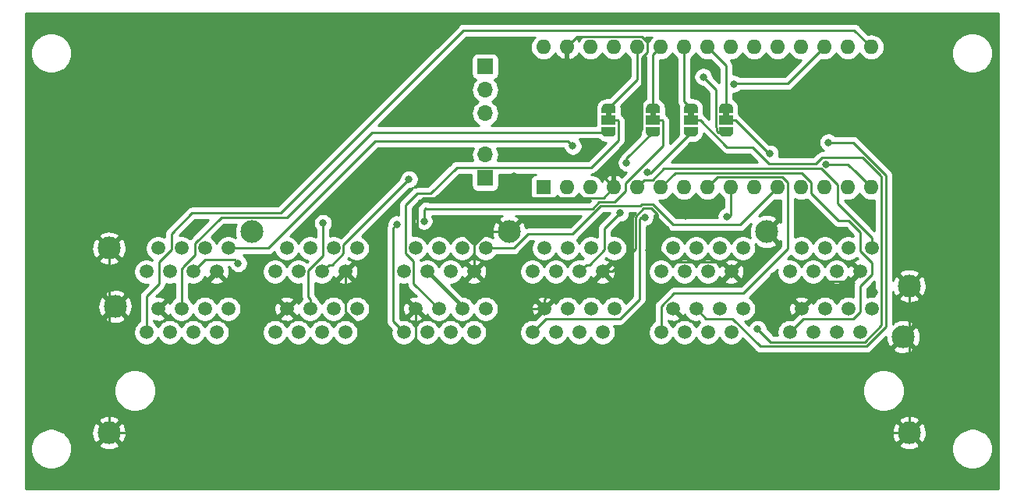
<source format=gbr>
G04 #@! TF.GenerationSoftware,KiCad,Pcbnew,(5.1.4)-1*
G04 #@! TF.CreationDate,2023-02-10T17:26:25+00:00*
G04 #@! TF.ProjectId,PIR InterfaceBoard,50495220-496e-4746-9572-66616365426f,rev?*
G04 #@! TF.SameCoordinates,Original*
G04 #@! TF.FileFunction,Copper,L2,Bot*
G04 #@! TF.FilePolarity,Positive*
%FSLAX46Y46*%
G04 Gerber Fmt 4.6, Leading zero omitted, Abs format (unit mm)*
G04 Created by KiCad (PCBNEW (5.1.4)-1) date 2023-02-10 17:26:25*
%MOMM*%
%LPD*%
G04 APERTURE LIST*
%ADD10C,0.100000*%
%ADD11C,2.475000*%
%ADD12C,1.509000*%
%ADD13O,1.600000X1.600000*%
%ADD14R,1.600000X1.600000*%
%ADD15C,0.500000*%
%ADD16R,1.500000X1.000000*%
%ADD17O,1.700000X1.700000*%
%ADD18R,1.700000X1.700000*%
%ADD19C,0.800000*%
%ADD20C,0.250000*%
%ADD21C,0.400000*%
%ADD22C,0.254000*%
G04 APERTURE END LIST*
D10*
G36*
X150195000Y-61393500D02*
G01*
X150195000Y-61893500D01*
X150795000Y-61893500D01*
X150795000Y-61393500D01*
X150195000Y-61393500D01*
G37*
G36*
X155021000Y-61393500D02*
G01*
X155021000Y-61893500D01*
X155621000Y-61893500D01*
X155621000Y-61393500D01*
X155021000Y-61393500D01*
G37*
G36*
X159148500Y-61393500D02*
G01*
X159148500Y-61893500D01*
X159748500Y-61893500D01*
X159748500Y-61393500D01*
X159148500Y-61393500D01*
G37*
G36*
X162958500Y-61393500D02*
G01*
X162958500Y-61893500D01*
X163558500Y-61893500D01*
X163558500Y-61393500D01*
X162958500Y-61393500D01*
G37*
D11*
X183135000Y-96240000D03*
X182480000Y-85800000D03*
X183135000Y-80290000D03*
X167640000Y-74400000D03*
X139700000Y-74400000D03*
X111760000Y-74400000D03*
X96265000Y-76200000D03*
X96930000Y-82530000D03*
X96265000Y-96240000D03*
D12*
X100330000Y-85320000D03*
X101600000Y-82780000D03*
X102870000Y-85320000D03*
X104140000Y-82780000D03*
X105410000Y-85320000D03*
X106680000Y-82780000D03*
X107950000Y-85320000D03*
X109220000Y-82780000D03*
X100330000Y-78740000D03*
X101600000Y-76200000D03*
X102870000Y-78740000D03*
X104140000Y-76200000D03*
X105410000Y-78740000D03*
X106680000Y-76200000D03*
X107950000Y-78740000D03*
X109220000Y-76200000D03*
X114300000Y-85320000D03*
X115570000Y-82780000D03*
X116840000Y-85320000D03*
X118110000Y-82780000D03*
X119380000Y-85320000D03*
X120650000Y-82780000D03*
X121920000Y-85320000D03*
X123190000Y-82780000D03*
X114300000Y-78740000D03*
X115570000Y-76200000D03*
X116840000Y-78740000D03*
X118110000Y-76200000D03*
X119380000Y-78740000D03*
X120650000Y-76200000D03*
X121920000Y-78740000D03*
X123190000Y-76200000D03*
X128270000Y-85320000D03*
X129540000Y-82780000D03*
X130810000Y-85320000D03*
X132080000Y-82780000D03*
X133350000Y-85320000D03*
X134620000Y-82780000D03*
X135890000Y-85320000D03*
X137160000Y-82780000D03*
X128270000Y-78740000D03*
X129540000Y-76200000D03*
X130810000Y-78740000D03*
X132080000Y-76200000D03*
X133350000Y-78740000D03*
X134620000Y-76200000D03*
X135890000Y-78740000D03*
X137160000Y-76200000D03*
X142240000Y-85320000D03*
X143510000Y-82780000D03*
X144780000Y-85320000D03*
X146050000Y-82780000D03*
X147320000Y-85320000D03*
X148590000Y-82780000D03*
X149860000Y-85320000D03*
X151130000Y-82780000D03*
X142240000Y-78740000D03*
X143510000Y-76200000D03*
X144780000Y-78740000D03*
X146050000Y-76200000D03*
X147320000Y-78740000D03*
X148590000Y-76200000D03*
X149860000Y-78740000D03*
X151130000Y-76200000D03*
X156210000Y-85320000D03*
X157480000Y-82780000D03*
X158750000Y-85320000D03*
X160020000Y-82780000D03*
X161290000Y-85320000D03*
X162560000Y-82780000D03*
X163830000Y-85320000D03*
X165100000Y-82780000D03*
X156210000Y-78740000D03*
X157480000Y-76200000D03*
X158750000Y-78740000D03*
X160020000Y-76200000D03*
X161290000Y-78740000D03*
X162560000Y-76200000D03*
X163830000Y-78740000D03*
X165100000Y-76200000D03*
X170180000Y-85320000D03*
X171450000Y-82780000D03*
X172720000Y-85320000D03*
X173990000Y-82780000D03*
X175260000Y-85320000D03*
X176530000Y-82780000D03*
X177800000Y-85320000D03*
X179070000Y-82780000D03*
X170180000Y-78740000D03*
X171450000Y-76200000D03*
X172720000Y-78740000D03*
X173990000Y-76200000D03*
X175260000Y-78740000D03*
X176530000Y-76200000D03*
X177800000Y-78740000D03*
X179070000Y-76200000D03*
D13*
X179006500Y-54356000D03*
X179006500Y-69596000D03*
X143446500Y-54356000D03*
X176466500Y-69596000D03*
X145986500Y-54356000D03*
X173926500Y-69596000D03*
X148526500Y-54356000D03*
X171386500Y-69596000D03*
X151066500Y-54356000D03*
X168846500Y-69596000D03*
X153606500Y-54356000D03*
X166306500Y-69596000D03*
X156146500Y-54356000D03*
X163766500Y-69596000D03*
X158686500Y-54356000D03*
X161226500Y-69596000D03*
X161226500Y-54356000D03*
X158686500Y-69596000D03*
X163766500Y-54356000D03*
X156146500Y-69596000D03*
X166306500Y-54356000D03*
X153606500Y-69596000D03*
X168846500Y-54356000D03*
X151066500Y-69596000D03*
X171386500Y-54356000D03*
X148526500Y-69596000D03*
X173926500Y-54356000D03*
X145986500Y-69596000D03*
X176466500Y-54356000D03*
D14*
X143446500Y-69596000D03*
D15*
X150495000Y-60993500D03*
D10*
G36*
X149745000Y-61543500D02*
G01*
X149745000Y-60993500D01*
X149745602Y-60993500D01*
X149745602Y-60968966D01*
X149750412Y-60920135D01*
X149759984Y-60872010D01*
X149774228Y-60825055D01*
X149793005Y-60779722D01*
X149816136Y-60736449D01*
X149843396Y-60695650D01*
X149874524Y-60657721D01*
X149909221Y-60623024D01*
X149947150Y-60591896D01*
X149987949Y-60564636D01*
X150031222Y-60541505D01*
X150076555Y-60522728D01*
X150123510Y-60508484D01*
X150171635Y-60498912D01*
X150220466Y-60494102D01*
X150245000Y-60494102D01*
X150245000Y-60493500D01*
X150745000Y-60493500D01*
X150745000Y-60494102D01*
X150769534Y-60494102D01*
X150818365Y-60498912D01*
X150866490Y-60508484D01*
X150913445Y-60522728D01*
X150958778Y-60541505D01*
X151002051Y-60564636D01*
X151042850Y-60591896D01*
X151080779Y-60623024D01*
X151115476Y-60657721D01*
X151146604Y-60695650D01*
X151173864Y-60736449D01*
X151196995Y-60779722D01*
X151215772Y-60825055D01*
X151230016Y-60872010D01*
X151239588Y-60920135D01*
X151244398Y-60968966D01*
X151244398Y-60993500D01*
X151245000Y-60993500D01*
X151245000Y-61543500D01*
X149745000Y-61543500D01*
X149745000Y-61543500D01*
G37*
D16*
X150495000Y-62293500D03*
D15*
X150495000Y-63593500D03*
D10*
G36*
X151244398Y-63593500D02*
G01*
X151244398Y-63618034D01*
X151239588Y-63666865D01*
X151230016Y-63714990D01*
X151215772Y-63761945D01*
X151196995Y-63807278D01*
X151173864Y-63850551D01*
X151146604Y-63891350D01*
X151115476Y-63929279D01*
X151080779Y-63963976D01*
X151042850Y-63995104D01*
X151002051Y-64022364D01*
X150958778Y-64045495D01*
X150913445Y-64064272D01*
X150866490Y-64078516D01*
X150818365Y-64088088D01*
X150769534Y-64092898D01*
X150745000Y-64092898D01*
X150745000Y-64093500D01*
X150245000Y-64093500D01*
X150245000Y-64092898D01*
X150220466Y-64092898D01*
X150171635Y-64088088D01*
X150123510Y-64078516D01*
X150076555Y-64064272D01*
X150031222Y-64045495D01*
X149987949Y-64022364D01*
X149947150Y-63995104D01*
X149909221Y-63963976D01*
X149874524Y-63929279D01*
X149843396Y-63891350D01*
X149816136Y-63850551D01*
X149793005Y-63807278D01*
X149774228Y-63761945D01*
X149759984Y-63714990D01*
X149750412Y-63666865D01*
X149745602Y-63618034D01*
X149745602Y-63593500D01*
X149745000Y-63593500D01*
X149745000Y-63043500D01*
X151245000Y-63043500D01*
X151245000Y-63593500D01*
X151244398Y-63593500D01*
X151244398Y-63593500D01*
G37*
D15*
X155321000Y-60993500D03*
D10*
G36*
X154571000Y-61543500D02*
G01*
X154571000Y-60993500D01*
X154571602Y-60993500D01*
X154571602Y-60968966D01*
X154576412Y-60920135D01*
X154585984Y-60872010D01*
X154600228Y-60825055D01*
X154619005Y-60779722D01*
X154642136Y-60736449D01*
X154669396Y-60695650D01*
X154700524Y-60657721D01*
X154735221Y-60623024D01*
X154773150Y-60591896D01*
X154813949Y-60564636D01*
X154857222Y-60541505D01*
X154902555Y-60522728D01*
X154949510Y-60508484D01*
X154997635Y-60498912D01*
X155046466Y-60494102D01*
X155071000Y-60494102D01*
X155071000Y-60493500D01*
X155571000Y-60493500D01*
X155571000Y-60494102D01*
X155595534Y-60494102D01*
X155644365Y-60498912D01*
X155692490Y-60508484D01*
X155739445Y-60522728D01*
X155784778Y-60541505D01*
X155828051Y-60564636D01*
X155868850Y-60591896D01*
X155906779Y-60623024D01*
X155941476Y-60657721D01*
X155972604Y-60695650D01*
X155999864Y-60736449D01*
X156022995Y-60779722D01*
X156041772Y-60825055D01*
X156056016Y-60872010D01*
X156065588Y-60920135D01*
X156070398Y-60968966D01*
X156070398Y-60993500D01*
X156071000Y-60993500D01*
X156071000Y-61543500D01*
X154571000Y-61543500D01*
X154571000Y-61543500D01*
G37*
D16*
X155321000Y-62293500D03*
D15*
X155321000Y-63593500D03*
D10*
G36*
X156070398Y-63593500D02*
G01*
X156070398Y-63618034D01*
X156065588Y-63666865D01*
X156056016Y-63714990D01*
X156041772Y-63761945D01*
X156022995Y-63807278D01*
X155999864Y-63850551D01*
X155972604Y-63891350D01*
X155941476Y-63929279D01*
X155906779Y-63963976D01*
X155868850Y-63995104D01*
X155828051Y-64022364D01*
X155784778Y-64045495D01*
X155739445Y-64064272D01*
X155692490Y-64078516D01*
X155644365Y-64088088D01*
X155595534Y-64092898D01*
X155571000Y-64092898D01*
X155571000Y-64093500D01*
X155071000Y-64093500D01*
X155071000Y-64092898D01*
X155046466Y-64092898D01*
X154997635Y-64088088D01*
X154949510Y-64078516D01*
X154902555Y-64064272D01*
X154857222Y-64045495D01*
X154813949Y-64022364D01*
X154773150Y-63995104D01*
X154735221Y-63963976D01*
X154700524Y-63929279D01*
X154669396Y-63891350D01*
X154642136Y-63850551D01*
X154619005Y-63807278D01*
X154600228Y-63761945D01*
X154585984Y-63714990D01*
X154576412Y-63666865D01*
X154571602Y-63618034D01*
X154571602Y-63593500D01*
X154571000Y-63593500D01*
X154571000Y-63043500D01*
X156071000Y-63043500D01*
X156071000Y-63593500D01*
X156070398Y-63593500D01*
X156070398Y-63593500D01*
G37*
D15*
X159448500Y-60993500D03*
D10*
G36*
X158698500Y-61543500D02*
G01*
X158698500Y-60993500D01*
X158699102Y-60993500D01*
X158699102Y-60968966D01*
X158703912Y-60920135D01*
X158713484Y-60872010D01*
X158727728Y-60825055D01*
X158746505Y-60779722D01*
X158769636Y-60736449D01*
X158796896Y-60695650D01*
X158828024Y-60657721D01*
X158862721Y-60623024D01*
X158900650Y-60591896D01*
X158941449Y-60564636D01*
X158984722Y-60541505D01*
X159030055Y-60522728D01*
X159077010Y-60508484D01*
X159125135Y-60498912D01*
X159173966Y-60494102D01*
X159198500Y-60494102D01*
X159198500Y-60493500D01*
X159698500Y-60493500D01*
X159698500Y-60494102D01*
X159723034Y-60494102D01*
X159771865Y-60498912D01*
X159819990Y-60508484D01*
X159866945Y-60522728D01*
X159912278Y-60541505D01*
X159955551Y-60564636D01*
X159996350Y-60591896D01*
X160034279Y-60623024D01*
X160068976Y-60657721D01*
X160100104Y-60695650D01*
X160127364Y-60736449D01*
X160150495Y-60779722D01*
X160169272Y-60825055D01*
X160183516Y-60872010D01*
X160193088Y-60920135D01*
X160197898Y-60968966D01*
X160197898Y-60993500D01*
X160198500Y-60993500D01*
X160198500Y-61543500D01*
X158698500Y-61543500D01*
X158698500Y-61543500D01*
G37*
D16*
X159448500Y-62293500D03*
D15*
X159448500Y-63593500D03*
D10*
G36*
X160197898Y-63593500D02*
G01*
X160197898Y-63618034D01*
X160193088Y-63666865D01*
X160183516Y-63714990D01*
X160169272Y-63761945D01*
X160150495Y-63807278D01*
X160127364Y-63850551D01*
X160100104Y-63891350D01*
X160068976Y-63929279D01*
X160034279Y-63963976D01*
X159996350Y-63995104D01*
X159955551Y-64022364D01*
X159912278Y-64045495D01*
X159866945Y-64064272D01*
X159819990Y-64078516D01*
X159771865Y-64088088D01*
X159723034Y-64092898D01*
X159698500Y-64092898D01*
X159698500Y-64093500D01*
X159198500Y-64093500D01*
X159198500Y-64092898D01*
X159173966Y-64092898D01*
X159125135Y-64088088D01*
X159077010Y-64078516D01*
X159030055Y-64064272D01*
X158984722Y-64045495D01*
X158941449Y-64022364D01*
X158900650Y-63995104D01*
X158862721Y-63963976D01*
X158828024Y-63929279D01*
X158796896Y-63891350D01*
X158769636Y-63850551D01*
X158746505Y-63807278D01*
X158727728Y-63761945D01*
X158713484Y-63714990D01*
X158703912Y-63666865D01*
X158699102Y-63618034D01*
X158699102Y-63593500D01*
X158698500Y-63593500D01*
X158698500Y-63043500D01*
X160198500Y-63043500D01*
X160198500Y-63593500D01*
X160197898Y-63593500D01*
X160197898Y-63593500D01*
G37*
D15*
X163258500Y-60993500D03*
D10*
G36*
X162508500Y-61543500D02*
G01*
X162508500Y-60993500D01*
X162509102Y-60993500D01*
X162509102Y-60968966D01*
X162513912Y-60920135D01*
X162523484Y-60872010D01*
X162537728Y-60825055D01*
X162556505Y-60779722D01*
X162579636Y-60736449D01*
X162606896Y-60695650D01*
X162638024Y-60657721D01*
X162672721Y-60623024D01*
X162710650Y-60591896D01*
X162751449Y-60564636D01*
X162794722Y-60541505D01*
X162840055Y-60522728D01*
X162887010Y-60508484D01*
X162935135Y-60498912D01*
X162983966Y-60494102D01*
X163008500Y-60494102D01*
X163008500Y-60493500D01*
X163508500Y-60493500D01*
X163508500Y-60494102D01*
X163533034Y-60494102D01*
X163581865Y-60498912D01*
X163629990Y-60508484D01*
X163676945Y-60522728D01*
X163722278Y-60541505D01*
X163765551Y-60564636D01*
X163806350Y-60591896D01*
X163844279Y-60623024D01*
X163878976Y-60657721D01*
X163910104Y-60695650D01*
X163937364Y-60736449D01*
X163960495Y-60779722D01*
X163979272Y-60825055D01*
X163993516Y-60872010D01*
X164003088Y-60920135D01*
X164007898Y-60968966D01*
X164007898Y-60993500D01*
X164008500Y-60993500D01*
X164008500Y-61543500D01*
X162508500Y-61543500D01*
X162508500Y-61543500D01*
G37*
D16*
X163258500Y-62293500D03*
D15*
X163258500Y-63593500D03*
D10*
G36*
X164007898Y-63593500D02*
G01*
X164007898Y-63618034D01*
X164003088Y-63666865D01*
X163993516Y-63714990D01*
X163979272Y-63761945D01*
X163960495Y-63807278D01*
X163937364Y-63850551D01*
X163910104Y-63891350D01*
X163878976Y-63929279D01*
X163844279Y-63963976D01*
X163806350Y-63995104D01*
X163765551Y-64022364D01*
X163722278Y-64045495D01*
X163676945Y-64064272D01*
X163629990Y-64078516D01*
X163581865Y-64088088D01*
X163533034Y-64092898D01*
X163508500Y-64092898D01*
X163508500Y-64093500D01*
X163008500Y-64093500D01*
X163008500Y-64092898D01*
X162983966Y-64092898D01*
X162935135Y-64088088D01*
X162887010Y-64078516D01*
X162840055Y-64064272D01*
X162794722Y-64045495D01*
X162751449Y-64022364D01*
X162710650Y-63995104D01*
X162672721Y-63963976D01*
X162638024Y-63929279D01*
X162606896Y-63891350D01*
X162579636Y-63850551D01*
X162556505Y-63807278D01*
X162537728Y-63761945D01*
X162523484Y-63714990D01*
X162513912Y-63666865D01*
X162509102Y-63618034D01*
X162509102Y-63593500D01*
X162508500Y-63593500D01*
X162508500Y-63043500D01*
X164008500Y-63043500D01*
X164008500Y-63593500D01*
X164007898Y-63593500D01*
X164007898Y-63593500D01*
G37*
D17*
X137096500Y-61531500D03*
X137096500Y-58991500D03*
D18*
X137096500Y-56451500D03*
D17*
X137096500Y-66040000D03*
D18*
X137096500Y-68580000D03*
D19*
X146621500Y-65114010D03*
X174120837Y-67082510D03*
X143065500Y-60960000D03*
X132715000Y-66294000D03*
X153289000Y-85153500D03*
X124276419Y-85464081D03*
X135191500Y-73914000D03*
X145161000Y-80645000D03*
X134429500Y-69532500D03*
X147828000Y-66167000D03*
X161353500Y-66294000D03*
X120396000Y-72009000D03*
X122428000Y-73723500D03*
X141732000Y-83185000D03*
X172847000Y-80962500D03*
X154876500Y-76454000D03*
X140271500Y-68389500D03*
X156781500Y-74168000D03*
X158877000Y-72707500D03*
X165925500Y-57277000D03*
X160274000Y-56197500D03*
X156591000Y-56388000D03*
X109422338Y-74400000D03*
X105219500Y-74041000D03*
X148907500Y-73914000D03*
X139255500Y-79057500D03*
X125666500Y-81788000D03*
X168465500Y-79248000D03*
X170878500Y-65913000D03*
X152717500Y-78994000D03*
X179070000Y-72263000D03*
X172720000Y-74295000D03*
X179324000Y-80962500D03*
X127508000Y-73596500D03*
X154432000Y-72834500D03*
X163322000Y-72771000D03*
X174371000Y-64706500D03*
X164084000Y-58356500D03*
X168021000Y-65913000D03*
X151755085Y-72355552D03*
X128841500Y-68707000D03*
X160782000Y-57594500D03*
X166687500Y-84963000D03*
X154749500Y-67945000D03*
X119507000Y-73469500D03*
X130455510Y-73258543D03*
X152463500Y-66929000D03*
X110299500Y-77851000D03*
D20*
X103060499Y-76337163D02*
X101668581Y-77729081D01*
X179006500Y-54356000D02*
X177165000Y-52514500D01*
X177165000Y-52514500D02*
X134747000Y-52514500D01*
X134747000Y-52514500D02*
X114874012Y-72387488D01*
X114874012Y-72387488D02*
X105285512Y-72387488D01*
X105285512Y-72387488D02*
X103060499Y-74612501D01*
X103060499Y-74612501D02*
X103060499Y-76337163D01*
X100330000Y-81407000D02*
X101668581Y-80068419D01*
X100330000Y-85320000D02*
X100330000Y-81407000D01*
X101668581Y-77729081D02*
X101668581Y-80068419D01*
X179006500Y-69596000D02*
X177228500Y-67818000D01*
X146067991Y-64560501D02*
X146621500Y-65114010D01*
X125177499Y-64560501D02*
X146067991Y-64560501D01*
X109220000Y-76200000D02*
X113538000Y-76200000D01*
X113538000Y-76200000D02*
X125177499Y-64560501D01*
X176493010Y-67082510D02*
X174120837Y-67082510D01*
X179006500Y-69596000D02*
X176493010Y-67082510D01*
D21*
X134620000Y-82550000D02*
X134620000Y-82780000D01*
X130810000Y-78740000D02*
X134620000Y-82550000D01*
D20*
X135890000Y-78740000D02*
X135890000Y-75872338D01*
X139700000Y-74400000D02*
X137362338Y-74400000D01*
X149860000Y-78740000D02*
X147955000Y-80645000D01*
X137795000Y-80645000D02*
X135890000Y-78740000D01*
X147955000Y-80645000D02*
X145161000Y-80645000D01*
X147111501Y-53230999D02*
X145986500Y-54356000D01*
X154731501Y-53815999D02*
X154146501Y-53230999D01*
X154731501Y-54896001D02*
X154731501Y-53815999D01*
X154146501Y-55481001D02*
X154731501Y-54896001D01*
X154146501Y-63283997D02*
X154146501Y-55481001D01*
X150045920Y-67384578D02*
X154146501Y-63283997D01*
X150045920Y-68575420D02*
X150045920Y-67384578D01*
X154146501Y-53230999D02*
X147111501Y-53230999D01*
X151066500Y-69596000D02*
X150045920Y-68575420D01*
X149941499Y-70721001D02*
X130446999Y-70721001D01*
X151066500Y-69596000D02*
X149941499Y-70721001D01*
X130446999Y-70721001D02*
X129730500Y-71437500D01*
X129730500Y-71437500D02*
X129730500Y-74358500D01*
X135704581Y-75686919D02*
X136075419Y-75686919D01*
X134376162Y-74358500D02*
X135704581Y-75686919D01*
X129730500Y-74358500D02*
X134376162Y-74358500D01*
X135890000Y-75872338D02*
X136075419Y-75686919D01*
X136075419Y-75686919D02*
X137362338Y-74400000D01*
X110839250Y-84664823D02*
X110839250Y-81629250D01*
X107950000Y-78740000D02*
X110839250Y-81629250D01*
X121920000Y-83107662D02*
X121920000Y-78740000D01*
X126239838Y-87427500D02*
X124276419Y-85464081D01*
X154317005Y-71876491D02*
X155126401Y-71876491D01*
X149860000Y-78740000D02*
X150927024Y-78740000D01*
X155771009Y-76140599D02*
X157290909Y-77660499D01*
X157290909Y-77660499D02*
X162750499Y-77660499D01*
X162750499Y-77660499D02*
X163830000Y-78740000D01*
X150927024Y-78740000D02*
X153410489Y-76256535D01*
X153410489Y-76256535D02*
X153410489Y-72783007D01*
X153410489Y-72783007D02*
X154317005Y-71876491D01*
X155126401Y-71876491D02*
X155771009Y-72521099D01*
X155771009Y-72521099D02*
X155771009Y-76140599D01*
X112681176Y-86506750D02*
X112147213Y-85972787D01*
X112147213Y-85972787D02*
X110839250Y-84664823D01*
X124276419Y-85464081D02*
X121920000Y-83107662D01*
X145161000Y-80645000D02*
X137795000Y-80645000D01*
X129540000Y-87225000D02*
X129337500Y-87427500D01*
X129540000Y-82780000D02*
X129540000Y-87225000D01*
X129337500Y-87427500D02*
X126239838Y-87427500D01*
X142137000Y-82780000D02*
X143510000Y-82780000D01*
X137489500Y-87427500D02*
X142137000Y-82780000D01*
X129337500Y-87427500D02*
X137489500Y-87427500D01*
X144577976Y-80645000D02*
X145161000Y-80645000D01*
X143510000Y-81712976D02*
X144577976Y-80645000D01*
X143510000Y-82780000D02*
X143510000Y-81712976D01*
X183135000Y-96240000D02*
X183135000Y-80290000D01*
X173246999Y-80562501D02*
X172847000Y-80962500D01*
X173989999Y-79819501D02*
X173246999Y-80562501D01*
X176720499Y-79819501D02*
X173989999Y-79819501D01*
X177800000Y-78740000D02*
X176720499Y-79819501D01*
X183135000Y-86455000D02*
X182480000Y-85800000D01*
X183135000Y-96240000D02*
X183135000Y-86455000D01*
X181384911Y-96240000D02*
X96265000Y-96240000D01*
X183135000Y-96240000D02*
X181384911Y-96240000D01*
X100875964Y-94005536D02*
X101498536Y-94005536D01*
X99878999Y-95002501D02*
X100875964Y-94005536D01*
X97502499Y-95002501D02*
X99878999Y-95002501D01*
X96265000Y-96240000D02*
X97502499Y-95002501D01*
X100501572Y-95002501D02*
X101498536Y-94005536D01*
X101498536Y-94005536D02*
X110839250Y-84664823D01*
X96265000Y-96240000D02*
X96265000Y-76200000D01*
X127108001Y-84158001D02*
X128270000Y-85320000D01*
X127108001Y-73996499D02*
X127108001Y-84158001D01*
X127508000Y-73596500D02*
X127108001Y-73996499D01*
X140212502Y-76200000D02*
X137160000Y-76200000D01*
X168846500Y-69596000D02*
X164793520Y-73648980D01*
X157535301Y-73648980D02*
X155312801Y-71426480D01*
X155312801Y-71426480D02*
X154130605Y-71426480D01*
X164793520Y-73648980D02*
X157535301Y-73648980D01*
X141736502Y-74676000D02*
X140212502Y-76200000D01*
X153926542Y-71630542D02*
X149666958Y-71630542D01*
X149666958Y-71630542D02*
X146621500Y-74676000D01*
X146621500Y-74676000D02*
X141736502Y-74676000D01*
X154130605Y-71426480D02*
X153926542Y-71630542D01*
X153606500Y-57882000D02*
X150495000Y-60993500D01*
X153606500Y-54356000D02*
X153606500Y-57882000D01*
X154051000Y-72834500D02*
X154432000Y-72834500D01*
X153860500Y-73025000D02*
X154051000Y-72834500D01*
X153860500Y-81718685D02*
X153860500Y-73025000D01*
X151719684Y-83859501D02*
X153860500Y-81718685D01*
X143700499Y-83859501D02*
X151719684Y-83859501D01*
X142240000Y-85320000D02*
X143700499Y-83859501D01*
X155321000Y-55181500D02*
X156146500Y-54356000D01*
X155321000Y-61027000D02*
X155321000Y-55181500D01*
X163766500Y-69596000D02*
X163766500Y-72644000D01*
X163766500Y-72644000D02*
X163639500Y-72771000D01*
X163639500Y-72771000D02*
X163322000Y-72771000D01*
X158686500Y-60231500D02*
X159448500Y-60993500D01*
X158686500Y-54356000D02*
X158686500Y-60231500D01*
X162351501Y-68470999D02*
X161226500Y-69596000D01*
X169386501Y-68470999D02*
X162351501Y-68470999D01*
X169971501Y-69055999D02*
X169386501Y-68470999D01*
X169971501Y-76268519D02*
X169971501Y-69055999D01*
X157613490Y-81083010D02*
X165157010Y-81083010D01*
X156210000Y-82486500D02*
X157613490Y-81083010D01*
X156210000Y-85320000D02*
X156210000Y-82486500D01*
X165157010Y-81083010D02*
X169971501Y-76268519D01*
X163258500Y-56388000D02*
X163258500Y-60993500D01*
X161226500Y-54356000D02*
X163258500Y-56388000D01*
X160020000Y-82780000D02*
X161099501Y-83859501D01*
X163967163Y-83859501D02*
X166957174Y-86849512D01*
X177054821Y-64706500D02*
X174936685Y-64706500D01*
X174936685Y-64706500D02*
X174371000Y-64706500D01*
X180599512Y-68251192D02*
X177054821Y-64706500D01*
X180599512Y-84754561D02*
X180599512Y-68251192D01*
X161099501Y-83859501D02*
X163967163Y-83859501D01*
X178504561Y-86849512D02*
X180599512Y-84754561D01*
X166957174Y-86849512D02*
X178504561Y-86849512D01*
X176581493Y-73209989D02*
X175443579Y-73209989D01*
X175443579Y-73209989D02*
X172511501Y-70277911D01*
X177826502Y-74454998D02*
X176581493Y-73209989D01*
X177826502Y-76544002D02*
X177826502Y-74454998D01*
X179070000Y-77787500D02*
X177826502Y-76544002D01*
X172511501Y-69055999D02*
X171476490Y-68020988D01*
X157721512Y-68020988D02*
X156146500Y-69596000D01*
X171476490Y-68020988D02*
X157721512Y-68020988D01*
X172511501Y-70277911D02*
X172511501Y-69055999D01*
X179070000Y-77787500D02*
X179070000Y-79067662D01*
X177048161Y-83859501D02*
X177800000Y-83107662D01*
X170180000Y-85320000D02*
X171640499Y-83859501D01*
X171640499Y-83859501D02*
X177048161Y-83859501D01*
X177800000Y-80337662D02*
X178567081Y-79570581D01*
X177800000Y-83107662D02*
X177800000Y-80337662D01*
X179070000Y-79067662D02*
X178567081Y-79570581D01*
X179070000Y-75062085D02*
X179070000Y-76200000D01*
X154406499Y-68796001D02*
X155281497Y-68796001D01*
X156506521Y-67570977D02*
X173566479Y-67570977D01*
X175341499Y-69345997D02*
X175341499Y-71333584D01*
X175341499Y-71333584D02*
X179070000Y-75062085D01*
X153606500Y-69596000D02*
X154406499Y-68796001D01*
X173566479Y-67570977D02*
X175341499Y-69345997D01*
X155281497Y-68796001D02*
X156506521Y-67570977D01*
X164115750Y-58324750D02*
X164084000Y-58356500D01*
X169957750Y-58324750D02*
X164115750Y-58324750D01*
X173926500Y-54356000D02*
X169957750Y-58324750D01*
X167878000Y-65913000D02*
X168021000Y-65913000D01*
X163258500Y-62293500D02*
X164258500Y-62293500D01*
X164258500Y-62293500D02*
X167878000Y-65913000D01*
X148074499Y-77985501D02*
X147320000Y-78740000D01*
X148402161Y-77985501D02*
X148074499Y-77985501D01*
X150050499Y-76337163D02*
X148402161Y-77985501D01*
X150050499Y-74060138D02*
X150050499Y-76337163D01*
X151755085Y-72355552D02*
X150050499Y-74060138D01*
X162410908Y-63593500D02*
X163258500Y-63593500D01*
X162183499Y-63053501D02*
X162183499Y-58995999D01*
X162248499Y-63118501D02*
X162183499Y-63053501D01*
X162410908Y-63593500D02*
X162248499Y-63431091D01*
X162248499Y-63431091D02*
X162248499Y-63118501D01*
X121729501Y-75818999D02*
X128841500Y-68707000D01*
X121729501Y-76718161D02*
X121729501Y-75818999D01*
X120462161Y-77985501D02*
X121729501Y-76718161D01*
X119380000Y-78740000D02*
X120134499Y-77985501D01*
X120134499Y-77985501D02*
X120462161Y-77985501D01*
X162183499Y-58995999D02*
X160782000Y-57594500D01*
X163377500Y-65222500D02*
X166130496Y-65222500D01*
X159448500Y-62293500D02*
X160448500Y-62293500D01*
X173672500Y-66357500D02*
X178069412Y-66357500D01*
X172979511Y-67050489D02*
X173672500Y-66357500D01*
X167958485Y-67050489D02*
X172979511Y-67050489D01*
X160448500Y-62293500D02*
X163377500Y-65222500D01*
X166130496Y-65222500D02*
X167958485Y-67050489D01*
X180149501Y-68437589D02*
X179903206Y-68191294D01*
X178069412Y-66357500D02*
X179903206Y-68191294D01*
X180149501Y-84568161D02*
X180149501Y-78358999D01*
X166687500Y-84963000D02*
X168124001Y-86399501D01*
X180149501Y-78358999D02*
X180149501Y-68437589D01*
X178318161Y-86399501D02*
X180149501Y-84568161D01*
X168124001Y-86399501D02*
X178318161Y-86399501D01*
X155021011Y-68020989D02*
X159448500Y-63593500D01*
X154825489Y-68020989D02*
X154749500Y-67945000D01*
X155021011Y-68020989D02*
X154825489Y-68020989D01*
X119507000Y-73469500D02*
X119507000Y-77015338D01*
X119507000Y-77015338D02*
X117919501Y-78602837D01*
X117919501Y-78602837D02*
X117919501Y-81522477D01*
X118110000Y-81712976D02*
X117919501Y-81522477D01*
X118110000Y-82780000D02*
X118110000Y-81712976D01*
X130587750Y-71913750D02*
X130683000Y-71818500D01*
X130455510Y-72045990D02*
X130455510Y-73258543D01*
X130587750Y-71913750D02*
X130455510Y-72045990D01*
X149480558Y-71180531D02*
X151131558Y-71180531D01*
X151131558Y-71180531D02*
X152329499Y-69982590D01*
X156396010Y-62368510D02*
X156321000Y-62293500D01*
X152329499Y-69101497D02*
X156396010Y-65034986D01*
X156396010Y-65034986D02*
X156396010Y-62368510D01*
X156321000Y-62293500D02*
X155321000Y-62293500D01*
X148747340Y-71913750D02*
X149480558Y-71180531D01*
X130587750Y-71913750D02*
X148747340Y-71913750D01*
X152329499Y-69982590D02*
X152329499Y-69101497D01*
X155321000Y-63593500D02*
X152463500Y-66451000D01*
X152463500Y-66451000D02*
X152463500Y-66929000D01*
X106698999Y-77451001D02*
X105410000Y-78740000D01*
X109899501Y-77451001D02*
X106698999Y-77451001D01*
X110299500Y-77851000D02*
X109899501Y-77451001D01*
X151570010Y-62368510D02*
X151495000Y-62293500D01*
X151495000Y-62293500D02*
X150495000Y-62293500D01*
X151570010Y-64456990D02*
X151570010Y-62368510D01*
X134023499Y-67404999D02*
X148622001Y-67404999D01*
X148622001Y-67404999D02*
X151570010Y-64456990D01*
X131157508Y-70270990D02*
X134023499Y-67404999D01*
X129697008Y-70270990D02*
X131157508Y-70270990D01*
X128460499Y-76718161D02*
X128460499Y-71507499D01*
X128460499Y-71507499D02*
X129697008Y-70270990D01*
X129349501Y-77607163D02*
X128460499Y-76718161D01*
X129349501Y-80049501D02*
X129349501Y-77607163D01*
X132080000Y-82780000D02*
X129349501Y-80049501D01*
X105600499Y-75681839D02*
X108444839Y-72837499D01*
X108444839Y-72837499D02*
X115563501Y-72837499D01*
X124807500Y-63593500D02*
X150495000Y-63593500D01*
X115563501Y-72837499D02*
X124807500Y-63593500D01*
X105600499Y-76951839D02*
X105600499Y-75681839D01*
X104140000Y-78412338D02*
X104833419Y-77718919D01*
X104140000Y-82780000D02*
X104140000Y-78412338D01*
X104330499Y-78221839D02*
X104833419Y-77718919D01*
X104833419Y-77718919D02*
X105600499Y-76951839D01*
D22*
G36*
X192824500Y-102340000D02*
G01*
X87210500Y-102340000D01*
X87210500Y-97779872D01*
X87765000Y-97779872D01*
X87765000Y-98220128D01*
X87850890Y-98651925D01*
X88019369Y-99058669D01*
X88263962Y-99424729D01*
X88575271Y-99736038D01*
X88941331Y-99980631D01*
X89348075Y-100149110D01*
X89779872Y-100235000D01*
X90220128Y-100235000D01*
X90651925Y-100149110D01*
X91058669Y-99980631D01*
X91424729Y-99736038D01*
X91736038Y-99424729D01*
X91980631Y-99058669D01*
X92149110Y-98651925D01*
X92235000Y-98220128D01*
X92235000Y-97779872D01*
X92188222Y-97544699D01*
X95139906Y-97544699D01*
X95264314Y-97833392D01*
X95594397Y-97997999D01*
X95950251Y-98095048D01*
X96318201Y-98120808D01*
X96684106Y-98074290D01*
X97033906Y-97957282D01*
X97265686Y-97833392D01*
X97390094Y-97544699D01*
X182009906Y-97544699D01*
X182134314Y-97833392D01*
X182464397Y-97997999D01*
X182820251Y-98095048D01*
X183188201Y-98120808D01*
X183554106Y-98074290D01*
X183903906Y-97957282D01*
X184135686Y-97833392D01*
X184158749Y-97779872D01*
X187765000Y-97779872D01*
X187765000Y-98220128D01*
X187850890Y-98651925D01*
X188019369Y-99058669D01*
X188263962Y-99424729D01*
X188575271Y-99736038D01*
X188941331Y-99980631D01*
X189348075Y-100149110D01*
X189779872Y-100235000D01*
X190220128Y-100235000D01*
X190651925Y-100149110D01*
X191058669Y-99980631D01*
X191424729Y-99736038D01*
X191736038Y-99424729D01*
X191980631Y-99058669D01*
X192149110Y-98651925D01*
X192235000Y-98220128D01*
X192235000Y-97779872D01*
X192149110Y-97348075D01*
X191980631Y-96941331D01*
X191736038Y-96575271D01*
X191424729Y-96263962D01*
X191058669Y-96019369D01*
X190651925Y-95850890D01*
X190220128Y-95765000D01*
X189779872Y-95765000D01*
X189348075Y-95850890D01*
X188941331Y-96019369D01*
X188575271Y-96263962D01*
X188263962Y-96575271D01*
X188019369Y-96941331D01*
X187850890Y-97348075D01*
X187765000Y-97779872D01*
X184158749Y-97779872D01*
X184260094Y-97544699D01*
X183135000Y-96419605D01*
X182009906Y-97544699D01*
X97390094Y-97544699D01*
X96265000Y-96419605D01*
X95139906Y-97544699D01*
X92188222Y-97544699D01*
X92149110Y-97348075D01*
X91980631Y-96941331D01*
X91736038Y-96575271D01*
X91453968Y-96293201D01*
X94384192Y-96293201D01*
X94430710Y-96659106D01*
X94547718Y-97008906D01*
X94671608Y-97240686D01*
X94960301Y-97365094D01*
X96085395Y-96240000D01*
X96444605Y-96240000D01*
X97569699Y-97365094D01*
X97858392Y-97240686D01*
X98022999Y-96910603D01*
X98120048Y-96554749D01*
X98138358Y-96293201D01*
X181254192Y-96293201D01*
X181300710Y-96659106D01*
X181417718Y-97008906D01*
X181541608Y-97240686D01*
X181830301Y-97365094D01*
X182955395Y-96240000D01*
X183314605Y-96240000D01*
X184439699Y-97365094D01*
X184728392Y-97240686D01*
X184892999Y-96910603D01*
X184990048Y-96554749D01*
X185015808Y-96186799D01*
X184969290Y-95820894D01*
X184852282Y-95471094D01*
X184728392Y-95239314D01*
X184439699Y-95114906D01*
X183314605Y-96240000D01*
X182955395Y-96240000D01*
X181830301Y-95114906D01*
X181541608Y-95239314D01*
X181377001Y-95569397D01*
X181279952Y-95925251D01*
X181254192Y-96293201D01*
X98138358Y-96293201D01*
X98145808Y-96186799D01*
X98099290Y-95820894D01*
X97982282Y-95471094D01*
X97858392Y-95239314D01*
X97569699Y-95114906D01*
X96444605Y-96240000D01*
X96085395Y-96240000D01*
X94960301Y-95114906D01*
X94671608Y-95239314D01*
X94507001Y-95569397D01*
X94409952Y-95925251D01*
X94384192Y-96293201D01*
X91453968Y-96293201D01*
X91424729Y-96263962D01*
X91058669Y-96019369D01*
X90651925Y-95850890D01*
X90220128Y-95765000D01*
X89779872Y-95765000D01*
X89348075Y-95850890D01*
X88941331Y-96019369D01*
X88575271Y-96263962D01*
X88263962Y-96575271D01*
X88019369Y-96941331D01*
X87850890Y-97348075D01*
X87765000Y-97779872D01*
X87210500Y-97779872D01*
X87210500Y-94935301D01*
X95139906Y-94935301D01*
X96265000Y-96060395D01*
X97390094Y-94935301D01*
X182009906Y-94935301D01*
X183135000Y-96060395D01*
X184260094Y-94935301D01*
X184135686Y-94646608D01*
X183805603Y-94482001D01*
X183449749Y-94384952D01*
X183081799Y-94359192D01*
X182715894Y-94405710D01*
X182366094Y-94522718D01*
X182134314Y-94646608D01*
X182009906Y-94935301D01*
X97390094Y-94935301D01*
X97265686Y-94646608D01*
X96935603Y-94482001D01*
X96579749Y-94384952D01*
X96211799Y-94359192D01*
X95845894Y-94405710D01*
X95496094Y-94522718D01*
X95264314Y-94646608D01*
X95139906Y-94935301D01*
X87210500Y-94935301D01*
X87210500Y-91444947D01*
X96775000Y-91444947D01*
X96775000Y-91895053D01*
X96862811Y-92336510D01*
X97035059Y-92752353D01*
X97285125Y-93126603D01*
X97603397Y-93444875D01*
X97977647Y-93694941D01*
X98393490Y-93867189D01*
X98834947Y-93955000D01*
X99285053Y-93955000D01*
X99726510Y-93867189D01*
X100142353Y-93694941D01*
X100516603Y-93444875D01*
X100834875Y-93126603D01*
X101084941Y-92752353D01*
X101257189Y-92336510D01*
X101345000Y-91895053D01*
X101345000Y-91444947D01*
X178055000Y-91444947D01*
X178055000Y-91895053D01*
X178142811Y-92336510D01*
X178315059Y-92752353D01*
X178565125Y-93126603D01*
X178883397Y-93444875D01*
X179257647Y-93694941D01*
X179673490Y-93867189D01*
X180114947Y-93955000D01*
X180565053Y-93955000D01*
X181006510Y-93867189D01*
X181422353Y-93694941D01*
X181796603Y-93444875D01*
X182114875Y-93126603D01*
X182364941Y-92752353D01*
X182537189Y-92336510D01*
X182625000Y-91895053D01*
X182625000Y-91444947D01*
X182537189Y-91003490D01*
X182364941Y-90587647D01*
X182114875Y-90213397D01*
X181796603Y-89895125D01*
X181422353Y-89645059D01*
X181006510Y-89472811D01*
X180565053Y-89385000D01*
X180114947Y-89385000D01*
X179673490Y-89472811D01*
X179257647Y-89645059D01*
X178883397Y-89895125D01*
X178565125Y-90213397D01*
X178315059Y-90587647D01*
X178142811Y-91003490D01*
X178055000Y-91444947D01*
X101345000Y-91444947D01*
X101257189Y-91003490D01*
X101084941Y-90587647D01*
X100834875Y-90213397D01*
X100516603Y-89895125D01*
X100142353Y-89645059D01*
X99726510Y-89472811D01*
X99285053Y-89385000D01*
X98834947Y-89385000D01*
X98393490Y-89472811D01*
X97977647Y-89645059D01*
X97603397Y-89895125D01*
X97285125Y-90213397D01*
X97035059Y-90587647D01*
X96862811Y-91003490D01*
X96775000Y-91444947D01*
X87210500Y-91444947D01*
X87210500Y-83834699D01*
X95804906Y-83834699D01*
X95929314Y-84123392D01*
X96259397Y-84287999D01*
X96615251Y-84385048D01*
X96983201Y-84410808D01*
X97349106Y-84364290D01*
X97698906Y-84247282D01*
X97930686Y-84123392D01*
X98055094Y-83834699D01*
X96930000Y-82709605D01*
X95804906Y-83834699D01*
X87210500Y-83834699D01*
X87210500Y-82583201D01*
X95049192Y-82583201D01*
X95095710Y-82949106D01*
X95212718Y-83298906D01*
X95336608Y-83530686D01*
X95625301Y-83655094D01*
X96750395Y-82530000D01*
X97109605Y-82530000D01*
X98234699Y-83655094D01*
X98523392Y-83530686D01*
X98687999Y-83200603D01*
X98785048Y-82844749D01*
X98810808Y-82476799D01*
X98764290Y-82110894D01*
X98647282Y-81761094D01*
X98523392Y-81529314D01*
X98234699Y-81404906D01*
X97109605Y-82530000D01*
X96750395Y-82530000D01*
X95625301Y-81404906D01*
X95336608Y-81529314D01*
X95172001Y-81859397D01*
X95074952Y-82215251D01*
X95049192Y-82583201D01*
X87210500Y-82583201D01*
X87210500Y-81225301D01*
X95804906Y-81225301D01*
X96930000Y-82350395D01*
X98055094Y-81225301D01*
X97930686Y-80936608D01*
X97600603Y-80772001D01*
X97244749Y-80674952D01*
X96876799Y-80649192D01*
X96510894Y-80695710D01*
X96161094Y-80812718D01*
X95929314Y-80936608D01*
X95804906Y-81225301D01*
X87210500Y-81225301D01*
X87210500Y-78603146D01*
X98940500Y-78603146D01*
X98940500Y-78876854D01*
X98993898Y-79145302D01*
X99098641Y-79398175D01*
X99250705Y-79625754D01*
X99444246Y-79819295D01*
X99671825Y-79971359D01*
X99924698Y-80076102D01*
X100193146Y-80129500D01*
X100466854Y-80129500D01*
X100549047Y-80113151D01*
X99818998Y-80843201D01*
X99790000Y-80866999D01*
X99766202Y-80895997D01*
X99766201Y-80895998D01*
X99695026Y-80982724D01*
X99624454Y-81114754D01*
X99580998Y-81258015D01*
X99566324Y-81407000D01*
X99570001Y-81444332D01*
X99570000Y-84156678D01*
X99444246Y-84240705D01*
X99250705Y-84434246D01*
X99098641Y-84661825D01*
X98993898Y-84914698D01*
X98940500Y-85183146D01*
X98940500Y-85456854D01*
X98993898Y-85725302D01*
X99098641Y-85978175D01*
X99250705Y-86205754D01*
X99444246Y-86399295D01*
X99671825Y-86551359D01*
X99924698Y-86656102D01*
X100193146Y-86709500D01*
X100466854Y-86709500D01*
X100735302Y-86656102D01*
X100988175Y-86551359D01*
X101215754Y-86399295D01*
X101409295Y-86205754D01*
X101561359Y-85978175D01*
X101600000Y-85884887D01*
X101638641Y-85978175D01*
X101790705Y-86205754D01*
X101984246Y-86399295D01*
X102211825Y-86551359D01*
X102464698Y-86656102D01*
X102733146Y-86709500D01*
X103006854Y-86709500D01*
X103275302Y-86656102D01*
X103528175Y-86551359D01*
X103755754Y-86399295D01*
X103949295Y-86205754D01*
X104101359Y-85978175D01*
X104140000Y-85884887D01*
X104178641Y-85978175D01*
X104330705Y-86205754D01*
X104524246Y-86399295D01*
X104751825Y-86551359D01*
X105004698Y-86656102D01*
X105273146Y-86709500D01*
X105546854Y-86709500D01*
X105815302Y-86656102D01*
X106068175Y-86551359D01*
X106295754Y-86399295D01*
X106489295Y-86205754D01*
X106641359Y-85978175D01*
X106680000Y-85884887D01*
X106718641Y-85978175D01*
X106870705Y-86205754D01*
X107064246Y-86399295D01*
X107291825Y-86551359D01*
X107544698Y-86656102D01*
X107813146Y-86709500D01*
X108086854Y-86709500D01*
X108355302Y-86656102D01*
X108608175Y-86551359D01*
X108835754Y-86399295D01*
X109029295Y-86205754D01*
X109181359Y-85978175D01*
X109286102Y-85725302D01*
X109339500Y-85456854D01*
X109339500Y-85183146D01*
X112910500Y-85183146D01*
X112910500Y-85456854D01*
X112963898Y-85725302D01*
X113068641Y-85978175D01*
X113220705Y-86205754D01*
X113414246Y-86399295D01*
X113641825Y-86551359D01*
X113894698Y-86656102D01*
X114163146Y-86709500D01*
X114436854Y-86709500D01*
X114705302Y-86656102D01*
X114958175Y-86551359D01*
X115185754Y-86399295D01*
X115379295Y-86205754D01*
X115531359Y-85978175D01*
X115570000Y-85884887D01*
X115608641Y-85978175D01*
X115760705Y-86205754D01*
X115954246Y-86399295D01*
X116181825Y-86551359D01*
X116434698Y-86656102D01*
X116703146Y-86709500D01*
X116976854Y-86709500D01*
X117245302Y-86656102D01*
X117498175Y-86551359D01*
X117725754Y-86399295D01*
X117919295Y-86205754D01*
X118071359Y-85978175D01*
X118110000Y-85884887D01*
X118148641Y-85978175D01*
X118300705Y-86205754D01*
X118494246Y-86399295D01*
X118721825Y-86551359D01*
X118974698Y-86656102D01*
X119243146Y-86709500D01*
X119516854Y-86709500D01*
X119785302Y-86656102D01*
X120038175Y-86551359D01*
X120265754Y-86399295D01*
X120459295Y-86205754D01*
X120611359Y-85978175D01*
X120650000Y-85884887D01*
X120688641Y-85978175D01*
X120840705Y-86205754D01*
X121034246Y-86399295D01*
X121261825Y-86551359D01*
X121514698Y-86656102D01*
X121783146Y-86709500D01*
X122056854Y-86709500D01*
X122325302Y-86656102D01*
X122578175Y-86551359D01*
X122805754Y-86399295D01*
X122999295Y-86205754D01*
X123151359Y-85978175D01*
X123256102Y-85725302D01*
X123309500Y-85456854D01*
X123309500Y-85183146D01*
X123256102Y-84914698D01*
X123151359Y-84661825D01*
X122999295Y-84434246D01*
X122805754Y-84240705D01*
X122578175Y-84088641D01*
X122325302Y-83983898D01*
X122056854Y-83930500D01*
X121783146Y-83930500D01*
X121514698Y-83983898D01*
X121261825Y-84088641D01*
X121034246Y-84240705D01*
X120840705Y-84434246D01*
X120688641Y-84661825D01*
X120650000Y-84755113D01*
X120611359Y-84661825D01*
X120459295Y-84434246D01*
X120265754Y-84240705D01*
X120038175Y-84088641D01*
X119785302Y-83983898D01*
X119516854Y-83930500D01*
X119243146Y-83930500D01*
X118974698Y-83983898D01*
X118721825Y-84088641D01*
X118494246Y-84240705D01*
X118300705Y-84434246D01*
X118148641Y-84661825D01*
X118110000Y-84755113D01*
X118071359Y-84661825D01*
X117919295Y-84434246D01*
X117725754Y-84240705D01*
X117498175Y-84088641D01*
X117245302Y-83983898D01*
X116976854Y-83930500D01*
X116703146Y-83930500D01*
X116434698Y-83983898D01*
X116181825Y-84088641D01*
X115954246Y-84240705D01*
X115760705Y-84434246D01*
X115608641Y-84661825D01*
X115570000Y-84755113D01*
X115531359Y-84661825D01*
X115379295Y-84434246D01*
X115185754Y-84240705D01*
X114958175Y-84088641D01*
X114705302Y-83983898D01*
X114436854Y-83930500D01*
X114163146Y-83930500D01*
X113894698Y-83983898D01*
X113641825Y-84088641D01*
X113414246Y-84240705D01*
X113220705Y-84434246D01*
X113068641Y-84661825D01*
X112963898Y-84914698D01*
X112910500Y-85183146D01*
X109339500Y-85183146D01*
X109286102Y-84914698D01*
X109181359Y-84661825D01*
X109029295Y-84434246D01*
X108835754Y-84240705D01*
X108608175Y-84088641D01*
X108355302Y-83983898D01*
X108086854Y-83930500D01*
X107813146Y-83930500D01*
X107544698Y-83983898D01*
X107291825Y-84088641D01*
X107064246Y-84240705D01*
X106870705Y-84434246D01*
X106718641Y-84661825D01*
X106680000Y-84755113D01*
X106641359Y-84661825D01*
X106489295Y-84434246D01*
X106295754Y-84240705D01*
X106068175Y-84088641D01*
X105815302Y-83983898D01*
X105546854Y-83930500D01*
X105273146Y-83930500D01*
X105004698Y-83983898D01*
X104751825Y-84088641D01*
X104524246Y-84240705D01*
X104330705Y-84434246D01*
X104178641Y-84661825D01*
X104140000Y-84755113D01*
X104101359Y-84661825D01*
X103949295Y-84434246D01*
X103755754Y-84240705D01*
X103528175Y-84088641D01*
X103275302Y-83983898D01*
X103006854Y-83930500D01*
X102733146Y-83930500D01*
X102464698Y-83983898D01*
X102211825Y-84088641D01*
X101984246Y-84240705D01*
X101790705Y-84434246D01*
X101638641Y-84661825D01*
X101600000Y-84755113D01*
X101561359Y-84661825D01*
X101409295Y-84434246D01*
X101215754Y-84240705D01*
X101090000Y-84156679D01*
X101090000Y-84075588D01*
X101133215Y-84095883D01*
X101398900Y-84161664D01*
X101672314Y-84174349D01*
X101942948Y-84133449D01*
X102200404Y-84040537D01*
X102314532Y-83979534D01*
X102380603Y-83740208D01*
X101600000Y-82959605D01*
X101585858Y-82973748D01*
X101406253Y-82794143D01*
X101420395Y-82780000D01*
X101406253Y-82765858D01*
X101585858Y-82586253D01*
X101600000Y-82600395D01*
X102380603Y-81819792D01*
X102314532Y-81580466D01*
X102066785Y-81464117D01*
X101801100Y-81398336D01*
X101527686Y-81385651D01*
X101408074Y-81403728D01*
X102179589Y-80632214D01*
X102208582Y-80608420D01*
X102232376Y-80579427D01*
X102232380Y-80579423D01*
X102303554Y-80492696D01*
X102303555Y-80492695D01*
X102374127Y-80360666D01*
X102417584Y-80217405D01*
X102428581Y-80105752D01*
X102428581Y-80105743D01*
X102432257Y-80068420D01*
X102431666Y-80062420D01*
X102464698Y-80076102D01*
X102733146Y-80129500D01*
X103006854Y-80129500D01*
X103275302Y-80076102D01*
X103380001Y-80032735D01*
X103380000Y-81616678D01*
X103254246Y-81700705D01*
X103060705Y-81894246D01*
X102908641Y-82121825D01*
X102871793Y-82210785D01*
X102860537Y-82179596D01*
X102799534Y-82065468D01*
X102560208Y-81999397D01*
X101779605Y-82780000D01*
X102560208Y-83560603D01*
X102799534Y-83494532D01*
X102869912Y-83344674D01*
X102908641Y-83438175D01*
X103060705Y-83665754D01*
X103254246Y-83859295D01*
X103481825Y-84011359D01*
X103734698Y-84116102D01*
X104003146Y-84169500D01*
X104276854Y-84169500D01*
X104545302Y-84116102D01*
X104798175Y-84011359D01*
X105025754Y-83859295D01*
X105219295Y-83665754D01*
X105371359Y-83438175D01*
X105410000Y-83344887D01*
X105448641Y-83438175D01*
X105600705Y-83665754D01*
X105794246Y-83859295D01*
X106021825Y-84011359D01*
X106274698Y-84116102D01*
X106543146Y-84169500D01*
X106816854Y-84169500D01*
X107085302Y-84116102D01*
X107338175Y-84011359D01*
X107565754Y-83859295D01*
X107759295Y-83665754D01*
X107911359Y-83438175D01*
X107950000Y-83344887D01*
X107988641Y-83438175D01*
X108140705Y-83665754D01*
X108334246Y-83859295D01*
X108561825Y-84011359D01*
X108814698Y-84116102D01*
X109083146Y-84169500D01*
X109356854Y-84169500D01*
X109625302Y-84116102D01*
X109878175Y-84011359D01*
X110105754Y-83859295D01*
X110224841Y-83740208D01*
X114789397Y-83740208D01*
X114855468Y-83979534D01*
X115103215Y-84095883D01*
X115368900Y-84161664D01*
X115642314Y-84174349D01*
X115912948Y-84133449D01*
X116170404Y-84040537D01*
X116284532Y-83979534D01*
X116350603Y-83740208D01*
X115570000Y-82959605D01*
X114789397Y-83740208D01*
X110224841Y-83740208D01*
X110299295Y-83665754D01*
X110451359Y-83438175D01*
X110556102Y-83185302D01*
X110609500Y-82916854D01*
X110609500Y-82852314D01*
X114175651Y-82852314D01*
X114216551Y-83122948D01*
X114309463Y-83380404D01*
X114370466Y-83494532D01*
X114609792Y-83560603D01*
X115390395Y-82780000D01*
X114609792Y-81999397D01*
X114370466Y-82065468D01*
X114254117Y-82313215D01*
X114188336Y-82578900D01*
X114175651Y-82852314D01*
X110609500Y-82852314D01*
X110609500Y-82643146D01*
X110556102Y-82374698D01*
X110451359Y-82121825D01*
X110299295Y-81894246D01*
X110224841Y-81819792D01*
X114789397Y-81819792D01*
X115570000Y-82600395D01*
X116350603Y-81819792D01*
X116284532Y-81580466D01*
X116036785Y-81464117D01*
X115771100Y-81398336D01*
X115497686Y-81385651D01*
X115227052Y-81426551D01*
X114969596Y-81519463D01*
X114855468Y-81580466D01*
X114789397Y-81819792D01*
X110224841Y-81819792D01*
X110105754Y-81700705D01*
X109878175Y-81548641D01*
X109625302Y-81443898D01*
X109356854Y-81390500D01*
X109083146Y-81390500D01*
X108814698Y-81443898D01*
X108561825Y-81548641D01*
X108334246Y-81700705D01*
X108140705Y-81894246D01*
X107988641Y-82121825D01*
X107950000Y-82215113D01*
X107911359Y-82121825D01*
X107759295Y-81894246D01*
X107565754Y-81700705D01*
X107338175Y-81548641D01*
X107085302Y-81443898D01*
X106816854Y-81390500D01*
X106543146Y-81390500D01*
X106274698Y-81443898D01*
X106021825Y-81548641D01*
X105794246Y-81700705D01*
X105600705Y-81894246D01*
X105448641Y-82121825D01*
X105410000Y-82215113D01*
X105371359Y-82121825D01*
X105219295Y-81894246D01*
X105025754Y-81700705D01*
X104900000Y-81616679D01*
X104900000Y-80032735D01*
X105004698Y-80076102D01*
X105273146Y-80129500D01*
X105546854Y-80129500D01*
X105815302Y-80076102D01*
X106068175Y-79971359D01*
X106295754Y-79819295D01*
X106414841Y-79700208D01*
X107169397Y-79700208D01*
X107235468Y-79939534D01*
X107483215Y-80055883D01*
X107748900Y-80121664D01*
X108022314Y-80134349D01*
X108292948Y-80093449D01*
X108550404Y-80000537D01*
X108664532Y-79939534D01*
X108730603Y-79700208D01*
X107950000Y-78919605D01*
X107169397Y-79700208D01*
X106414841Y-79700208D01*
X106489295Y-79625754D01*
X106641359Y-79398175D01*
X106678207Y-79309215D01*
X106689463Y-79340404D01*
X106750466Y-79454532D01*
X106989792Y-79520603D01*
X107770395Y-78740000D01*
X107756253Y-78725858D01*
X107935858Y-78546253D01*
X107950000Y-78560395D01*
X107964143Y-78546253D01*
X108143748Y-78725858D01*
X108129605Y-78740000D01*
X108910208Y-79520603D01*
X109149534Y-79454532D01*
X109265883Y-79206785D01*
X109331664Y-78941100D01*
X109344349Y-78667686D01*
X109303449Y-78397052D01*
X109236306Y-78211001D01*
X109328341Y-78211001D01*
X109382295Y-78341256D01*
X109495563Y-78510774D01*
X109639726Y-78654937D01*
X109809244Y-78768205D01*
X109997602Y-78846226D01*
X110197561Y-78886000D01*
X110401439Y-78886000D01*
X110601398Y-78846226D01*
X110789756Y-78768205D01*
X110959274Y-78654937D01*
X111103437Y-78510774D01*
X111216705Y-78341256D01*
X111294726Y-78152898D01*
X111334500Y-77952939D01*
X111334500Y-77749061D01*
X111294726Y-77549102D01*
X111216705Y-77360744D01*
X111103437Y-77191226D01*
X110959274Y-77047063D01*
X110828975Y-76960000D01*
X113500678Y-76960000D01*
X113538000Y-76963676D01*
X113575322Y-76960000D01*
X113575333Y-76960000D01*
X113686986Y-76949003D01*
X113830247Y-76905546D01*
X113962276Y-76834974D01*
X114078001Y-76740001D01*
X114101804Y-76710997D01*
X114229518Y-76583283D01*
X114233898Y-76605302D01*
X114338641Y-76858175D01*
X114490705Y-77085754D01*
X114684246Y-77279295D01*
X114911825Y-77431359D01*
X115164698Y-77536102D01*
X115433146Y-77589500D01*
X115706854Y-77589500D01*
X115975302Y-77536102D01*
X116228175Y-77431359D01*
X116455754Y-77279295D01*
X116649295Y-77085754D01*
X116801359Y-76858175D01*
X116840000Y-76764887D01*
X116878641Y-76858175D01*
X117030705Y-77085754D01*
X117224246Y-77279295D01*
X117451825Y-77431359D01*
X117704698Y-77536102D01*
X117877135Y-77570402D01*
X117756293Y-77691244D01*
X117725754Y-77660705D01*
X117498175Y-77508641D01*
X117245302Y-77403898D01*
X116976854Y-77350500D01*
X116703146Y-77350500D01*
X116434698Y-77403898D01*
X116181825Y-77508641D01*
X115954246Y-77660705D01*
X115760705Y-77854246D01*
X115608641Y-78081825D01*
X115570000Y-78175113D01*
X115531359Y-78081825D01*
X115379295Y-77854246D01*
X115185754Y-77660705D01*
X114958175Y-77508641D01*
X114705302Y-77403898D01*
X114436854Y-77350500D01*
X114163146Y-77350500D01*
X113894698Y-77403898D01*
X113641825Y-77508641D01*
X113414246Y-77660705D01*
X113220705Y-77854246D01*
X113068641Y-78081825D01*
X112963898Y-78334698D01*
X112910500Y-78603146D01*
X112910500Y-78876854D01*
X112963898Y-79145302D01*
X113068641Y-79398175D01*
X113220705Y-79625754D01*
X113414246Y-79819295D01*
X113641825Y-79971359D01*
X113894698Y-80076102D01*
X114163146Y-80129500D01*
X114436854Y-80129500D01*
X114705302Y-80076102D01*
X114958175Y-79971359D01*
X115185754Y-79819295D01*
X115379295Y-79625754D01*
X115531359Y-79398175D01*
X115570000Y-79304887D01*
X115608641Y-79398175D01*
X115760705Y-79625754D01*
X115954246Y-79819295D01*
X116181825Y-79971359D01*
X116434698Y-80076102D01*
X116703146Y-80129500D01*
X116976854Y-80129500D01*
X117159502Y-80093169D01*
X117159502Y-81485145D01*
X117155825Y-81522477D01*
X117159502Y-81559810D01*
X117161537Y-81580466D01*
X117170499Y-81671462D01*
X117189814Y-81735137D01*
X117030705Y-81894246D01*
X116878641Y-82121825D01*
X116841793Y-82210785D01*
X116830537Y-82179596D01*
X116769534Y-82065468D01*
X116530208Y-81999397D01*
X115749605Y-82780000D01*
X116530208Y-83560603D01*
X116769534Y-83494532D01*
X116839912Y-83344674D01*
X116878641Y-83438175D01*
X117030705Y-83665754D01*
X117224246Y-83859295D01*
X117451825Y-84011359D01*
X117704698Y-84116102D01*
X117973146Y-84169500D01*
X118246854Y-84169500D01*
X118515302Y-84116102D01*
X118768175Y-84011359D01*
X118995754Y-83859295D01*
X119189295Y-83665754D01*
X119341359Y-83438175D01*
X119380000Y-83344887D01*
X119418641Y-83438175D01*
X119570705Y-83665754D01*
X119764246Y-83859295D01*
X119991825Y-84011359D01*
X120244698Y-84116102D01*
X120513146Y-84169500D01*
X120786854Y-84169500D01*
X121055302Y-84116102D01*
X121308175Y-84011359D01*
X121535754Y-83859295D01*
X121729295Y-83665754D01*
X121881359Y-83438175D01*
X121920000Y-83344887D01*
X121958641Y-83438175D01*
X122110705Y-83665754D01*
X122304246Y-83859295D01*
X122531825Y-84011359D01*
X122784698Y-84116102D01*
X123053146Y-84169500D01*
X123326854Y-84169500D01*
X123595302Y-84116102D01*
X123848175Y-84011359D01*
X124075754Y-83859295D01*
X124269295Y-83665754D01*
X124421359Y-83438175D01*
X124526102Y-83185302D01*
X124579500Y-82916854D01*
X124579500Y-82643146D01*
X124526102Y-82374698D01*
X124421359Y-82121825D01*
X124269295Y-81894246D01*
X124075754Y-81700705D01*
X123848175Y-81548641D01*
X123595302Y-81443898D01*
X123326854Y-81390500D01*
X123053146Y-81390500D01*
X122784698Y-81443898D01*
X122531825Y-81548641D01*
X122304246Y-81700705D01*
X122110705Y-81894246D01*
X121958641Y-82121825D01*
X121920000Y-82215113D01*
X121881359Y-82121825D01*
X121729295Y-81894246D01*
X121535754Y-81700705D01*
X121308175Y-81548641D01*
X121055302Y-81443898D01*
X120786854Y-81390500D01*
X120513146Y-81390500D01*
X120244698Y-81443898D01*
X119991825Y-81548641D01*
X119764246Y-81700705D01*
X119570705Y-81894246D01*
X119418641Y-82121825D01*
X119380000Y-82215113D01*
X119341359Y-82121825D01*
X119189295Y-81894246D01*
X118995754Y-81700705D01*
X118863783Y-81612525D01*
X118859003Y-81563990D01*
X118815546Y-81420729D01*
X118744974Y-81288700D01*
X118679501Y-81208921D01*
X118679501Y-79943079D01*
X118721825Y-79971359D01*
X118974698Y-80076102D01*
X119243146Y-80129500D01*
X119516854Y-80129500D01*
X119785302Y-80076102D01*
X120038175Y-79971359D01*
X120265754Y-79819295D01*
X120384841Y-79700208D01*
X121139397Y-79700208D01*
X121205468Y-79939534D01*
X121453215Y-80055883D01*
X121718900Y-80121664D01*
X121992314Y-80134349D01*
X122262948Y-80093449D01*
X122520404Y-80000537D01*
X122634532Y-79939534D01*
X122700603Y-79700208D01*
X121920000Y-78919605D01*
X121139397Y-79700208D01*
X120384841Y-79700208D01*
X120459295Y-79625754D01*
X120611359Y-79398175D01*
X120648207Y-79309215D01*
X120659463Y-79340404D01*
X120720466Y-79454532D01*
X120959792Y-79520603D01*
X121740395Y-78740000D01*
X122099605Y-78740000D01*
X122880208Y-79520603D01*
X123119534Y-79454532D01*
X123235883Y-79206785D01*
X123301664Y-78941100D01*
X123314349Y-78667686D01*
X123273449Y-78397052D01*
X123180537Y-78139596D01*
X123119534Y-78025468D01*
X122880208Y-77959397D01*
X122099605Y-78740000D01*
X121740395Y-78740000D01*
X121726253Y-78725858D01*
X121905858Y-78546253D01*
X121920000Y-78560395D01*
X122700603Y-77779792D01*
X122634532Y-77540466D01*
X122386785Y-77424117D01*
X122155590Y-77366875D01*
X122240510Y-77281955D01*
X122269502Y-77258162D01*
X122275637Y-77250686D01*
X122304246Y-77279295D01*
X122531825Y-77431359D01*
X122784698Y-77536102D01*
X123053146Y-77589500D01*
X123326854Y-77589500D01*
X123595302Y-77536102D01*
X123848175Y-77431359D01*
X124075754Y-77279295D01*
X124269295Y-77085754D01*
X124421359Y-76858175D01*
X124526102Y-76605302D01*
X124579500Y-76336854D01*
X124579500Y-76063146D01*
X124526102Y-75794698D01*
X124421359Y-75541825D01*
X124269295Y-75314246D01*
X124075754Y-75120705D01*
X123848175Y-74968641D01*
X123711339Y-74911962D01*
X128881303Y-69742000D01*
X128943439Y-69742000D01*
X129143398Y-69702226D01*
X129241640Y-69661533D01*
X129157007Y-69730989D01*
X129133209Y-69759987D01*
X127949497Y-70943700D01*
X127920499Y-70967498D01*
X127896701Y-70996496D01*
X127896700Y-70996497D01*
X127825525Y-71083223D01*
X127754953Y-71215253D01*
X127730160Y-71296987D01*
X127711497Y-71358513D01*
X127710275Y-71370917D01*
X127696823Y-71507499D01*
X127700500Y-71544831D01*
X127700500Y-72579514D01*
X127609939Y-72561500D01*
X127406061Y-72561500D01*
X127206102Y-72601274D01*
X127017744Y-72679295D01*
X126848226Y-72792563D01*
X126704063Y-72936726D01*
X126590795Y-73106244D01*
X126512774Y-73294602D01*
X126473000Y-73494561D01*
X126473000Y-73572274D01*
X126437635Y-73638437D01*
X126402455Y-73704253D01*
X126358998Y-73847514D01*
X126348001Y-73959167D01*
X126348001Y-73959177D01*
X126344325Y-73996499D01*
X126348001Y-74033821D01*
X126348002Y-84120669D01*
X126344325Y-84158001D01*
X126348002Y-84195334D01*
X126353119Y-84247282D01*
X126358999Y-84306986D01*
X126402455Y-84450247D01*
X126473027Y-84582277D01*
X126537718Y-84661102D01*
X126568001Y-84698002D01*
X126596999Y-84721800D01*
X126910007Y-85034808D01*
X126880500Y-85183146D01*
X126880500Y-85456854D01*
X126933898Y-85725302D01*
X127038641Y-85978175D01*
X127190705Y-86205754D01*
X127384246Y-86399295D01*
X127611825Y-86551359D01*
X127864698Y-86656102D01*
X128133146Y-86709500D01*
X128406854Y-86709500D01*
X128675302Y-86656102D01*
X128928175Y-86551359D01*
X129155754Y-86399295D01*
X129349295Y-86205754D01*
X129501359Y-85978175D01*
X129540000Y-85884887D01*
X129578641Y-85978175D01*
X129730705Y-86205754D01*
X129924246Y-86399295D01*
X130151825Y-86551359D01*
X130404698Y-86656102D01*
X130673146Y-86709500D01*
X130946854Y-86709500D01*
X131215302Y-86656102D01*
X131468175Y-86551359D01*
X131695754Y-86399295D01*
X131889295Y-86205754D01*
X132041359Y-85978175D01*
X132080000Y-85884887D01*
X132118641Y-85978175D01*
X132270705Y-86205754D01*
X132464246Y-86399295D01*
X132691825Y-86551359D01*
X132944698Y-86656102D01*
X133213146Y-86709500D01*
X133486854Y-86709500D01*
X133755302Y-86656102D01*
X134008175Y-86551359D01*
X134235754Y-86399295D01*
X134429295Y-86205754D01*
X134581359Y-85978175D01*
X134620000Y-85884887D01*
X134658641Y-85978175D01*
X134810705Y-86205754D01*
X135004246Y-86399295D01*
X135231825Y-86551359D01*
X135484698Y-86656102D01*
X135753146Y-86709500D01*
X136026854Y-86709500D01*
X136295302Y-86656102D01*
X136548175Y-86551359D01*
X136775754Y-86399295D01*
X136969295Y-86205754D01*
X137121359Y-85978175D01*
X137226102Y-85725302D01*
X137279500Y-85456854D01*
X137279500Y-85183146D01*
X137226102Y-84914698D01*
X137121359Y-84661825D01*
X136969295Y-84434246D01*
X136775754Y-84240705D01*
X136548175Y-84088641D01*
X136295302Y-83983898D01*
X136026854Y-83930500D01*
X135753146Y-83930500D01*
X135484698Y-83983898D01*
X135231825Y-84088641D01*
X135004246Y-84240705D01*
X134810705Y-84434246D01*
X134658641Y-84661825D01*
X134620000Y-84755113D01*
X134581359Y-84661825D01*
X134429295Y-84434246D01*
X134235754Y-84240705D01*
X134008175Y-84088641D01*
X133755302Y-83983898D01*
X133486854Y-83930500D01*
X133213146Y-83930500D01*
X132944698Y-83983898D01*
X132691825Y-84088641D01*
X132464246Y-84240705D01*
X132270705Y-84434246D01*
X132118641Y-84661825D01*
X132080000Y-84755113D01*
X132041359Y-84661825D01*
X131889295Y-84434246D01*
X131695754Y-84240705D01*
X131468175Y-84088641D01*
X131215302Y-83983898D01*
X130946854Y-83930500D01*
X130673146Y-83930500D01*
X130404698Y-83983898D01*
X130151825Y-84088641D01*
X129924246Y-84240705D01*
X129730705Y-84434246D01*
X129578641Y-84661825D01*
X129540000Y-84755113D01*
X129501359Y-84661825D01*
X129349295Y-84434246D01*
X129155754Y-84240705D01*
X128928175Y-84088641D01*
X128675302Y-83983898D01*
X128406854Y-83930500D01*
X128133146Y-83930500D01*
X127984808Y-83960007D01*
X127868001Y-83843200D01*
X127868001Y-83740208D01*
X128759397Y-83740208D01*
X128825468Y-83979534D01*
X129073215Y-84095883D01*
X129338900Y-84161664D01*
X129612314Y-84174349D01*
X129882948Y-84133449D01*
X130140404Y-84040537D01*
X130254532Y-83979534D01*
X130320603Y-83740208D01*
X129540000Y-82959605D01*
X128759397Y-83740208D01*
X127868001Y-83740208D01*
X127868001Y-82852314D01*
X128145651Y-82852314D01*
X128186551Y-83122948D01*
X128279463Y-83380404D01*
X128340466Y-83494532D01*
X128579792Y-83560603D01*
X129360395Y-82780000D01*
X128579792Y-81999397D01*
X128340466Y-82065468D01*
X128224117Y-82313215D01*
X128158336Y-82578900D01*
X128145651Y-82852314D01*
X127868001Y-82852314D01*
X127868001Y-80076759D01*
X128133146Y-80129500D01*
X128406854Y-80129500D01*
X128590113Y-80093047D01*
X128600498Y-80198486D01*
X128624050Y-80276127D01*
X128643955Y-80341747D01*
X128714527Y-80473777D01*
X128730053Y-80492695D01*
X128809500Y-80589502D01*
X128838504Y-80613305D01*
X129617815Y-81392616D01*
X129467686Y-81385651D01*
X129197052Y-81426551D01*
X128939596Y-81519463D01*
X128825468Y-81580466D01*
X128759397Y-81819792D01*
X129540000Y-82600395D01*
X129554143Y-82586253D01*
X129733748Y-82765858D01*
X129719605Y-82780000D01*
X130500208Y-83560603D01*
X130739534Y-83494532D01*
X130809912Y-83344674D01*
X130848641Y-83438175D01*
X131000705Y-83665754D01*
X131194246Y-83859295D01*
X131421825Y-84011359D01*
X131674698Y-84116102D01*
X131943146Y-84169500D01*
X132216854Y-84169500D01*
X132485302Y-84116102D01*
X132738175Y-84011359D01*
X132965754Y-83859295D01*
X133159295Y-83665754D01*
X133311359Y-83438175D01*
X133350000Y-83344887D01*
X133388641Y-83438175D01*
X133540705Y-83665754D01*
X133734246Y-83859295D01*
X133961825Y-84011359D01*
X134214698Y-84116102D01*
X134483146Y-84169500D01*
X134756854Y-84169500D01*
X135025302Y-84116102D01*
X135278175Y-84011359D01*
X135505754Y-83859295D01*
X135699295Y-83665754D01*
X135851359Y-83438175D01*
X135890000Y-83344887D01*
X135928641Y-83438175D01*
X136080705Y-83665754D01*
X136274246Y-83859295D01*
X136501825Y-84011359D01*
X136754698Y-84116102D01*
X137023146Y-84169500D01*
X137296854Y-84169500D01*
X137565302Y-84116102D01*
X137818175Y-84011359D01*
X138045754Y-83859295D01*
X138239295Y-83665754D01*
X138391359Y-83438175D01*
X138496102Y-83185302D01*
X138549500Y-82916854D01*
X138549500Y-82852314D01*
X142115651Y-82852314D01*
X142156551Y-83122948D01*
X142249463Y-83380404D01*
X142310466Y-83494532D01*
X142549792Y-83560603D01*
X143330395Y-82780000D01*
X142549792Y-81999397D01*
X142310466Y-82065468D01*
X142194117Y-82313215D01*
X142128336Y-82578900D01*
X142115651Y-82852314D01*
X138549500Y-82852314D01*
X138549500Y-82643146D01*
X138496102Y-82374698D01*
X138391359Y-82121825D01*
X138239295Y-81894246D01*
X138164841Y-81819792D01*
X142729397Y-81819792D01*
X143510000Y-82600395D01*
X144290603Y-81819792D01*
X144224532Y-81580466D01*
X143976785Y-81464117D01*
X143711100Y-81398336D01*
X143437686Y-81385651D01*
X143167052Y-81426551D01*
X142909596Y-81519463D01*
X142795468Y-81580466D01*
X142729397Y-81819792D01*
X138164841Y-81819792D01*
X138045754Y-81700705D01*
X137818175Y-81548641D01*
X137565302Y-81443898D01*
X137296854Y-81390500D01*
X137023146Y-81390500D01*
X136754698Y-81443898D01*
X136501825Y-81548641D01*
X136274246Y-81700705D01*
X136080705Y-81894246D01*
X135928641Y-82121825D01*
X135890000Y-82215113D01*
X135851359Y-82121825D01*
X135699295Y-81894246D01*
X135505754Y-81700705D01*
X135278175Y-81548641D01*
X135025302Y-81443898D01*
X134756854Y-81390500D01*
X134641369Y-81390500D01*
X133380368Y-80129500D01*
X133486854Y-80129500D01*
X133755302Y-80076102D01*
X134008175Y-79971359D01*
X134235754Y-79819295D01*
X134354841Y-79700208D01*
X135109397Y-79700208D01*
X135175468Y-79939534D01*
X135423215Y-80055883D01*
X135688900Y-80121664D01*
X135962314Y-80134349D01*
X136232948Y-80093449D01*
X136490404Y-80000537D01*
X136604532Y-79939534D01*
X136670603Y-79700208D01*
X135890000Y-78919605D01*
X135109397Y-79700208D01*
X134354841Y-79700208D01*
X134429295Y-79625754D01*
X134581359Y-79398175D01*
X134618207Y-79309215D01*
X134629463Y-79340404D01*
X134690466Y-79454532D01*
X134929792Y-79520603D01*
X135710395Y-78740000D01*
X136069605Y-78740000D01*
X136850208Y-79520603D01*
X137089534Y-79454532D01*
X137205883Y-79206785D01*
X137271664Y-78941100D01*
X137284349Y-78667686D01*
X137243449Y-78397052D01*
X137150537Y-78139596D01*
X137089534Y-78025468D01*
X136850208Y-77959397D01*
X136069605Y-78740000D01*
X135710395Y-78740000D01*
X134929792Y-77959397D01*
X134690466Y-78025468D01*
X134620088Y-78175326D01*
X134581359Y-78081825D01*
X134429295Y-77854246D01*
X134354841Y-77779792D01*
X135109397Y-77779792D01*
X135890000Y-78560395D01*
X136670603Y-77779792D01*
X136604532Y-77540466D01*
X136356785Y-77424117D01*
X136091100Y-77358336D01*
X135817686Y-77345651D01*
X135547052Y-77386551D01*
X135289596Y-77479463D01*
X135175468Y-77540466D01*
X135109397Y-77779792D01*
X134354841Y-77779792D01*
X134235754Y-77660705D01*
X134008175Y-77508641D01*
X133755302Y-77403898D01*
X133486854Y-77350500D01*
X133213146Y-77350500D01*
X132944698Y-77403898D01*
X132691825Y-77508641D01*
X132464246Y-77660705D01*
X132270705Y-77854246D01*
X132118641Y-78081825D01*
X132080000Y-78175113D01*
X132041359Y-78081825D01*
X131889295Y-77854246D01*
X131695754Y-77660705D01*
X131468175Y-77508641D01*
X131215302Y-77403898D01*
X130946854Y-77350500D01*
X130673146Y-77350500D01*
X130404698Y-77403898D01*
X130151825Y-77508641D01*
X130106460Y-77538953D01*
X130099873Y-77472077D01*
X130198175Y-77431359D01*
X130425754Y-77279295D01*
X130619295Y-77085754D01*
X130771359Y-76858175D01*
X130810000Y-76764887D01*
X130848641Y-76858175D01*
X131000705Y-77085754D01*
X131194246Y-77279295D01*
X131421825Y-77431359D01*
X131674698Y-77536102D01*
X131943146Y-77589500D01*
X132216854Y-77589500D01*
X132485302Y-77536102D01*
X132738175Y-77431359D01*
X132965754Y-77279295D01*
X133159295Y-77085754D01*
X133311359Y-76858175D01*
X133350000Y-76764887D01*
X133388641Y-76858175D01*
X133540705Y-77085754D01*
X133734246Y-77279295D01*
X133961825Y-77431359D01*
X134214698Y-77536102D01*
X134483146Y-77589500D01*
X134756854Y-77589500D01*
X135025302Y-77536102D01*
X135278175Y-77431359D01*
X135505754Y-77279295D01*
X135699295Y-77085754D01*
X135851359Y-76858175D01*
X135890000Y-76764887D01*
X135928641Y-76858175D01*
X136080705Y-77085754D01*
X136274246Y-77279295D01*
X136501825Y-77431359D01*
X136754698Y-77536102D01*
X137023146Y-77589500D01*
X137296854Y-77589500D01*
X137565302Y-77536102D01*
X137818175Y-77431359D01*
X138045754Y-77279295D01*
X138239295Y-77085754D01*
X138323321Y-76960000D01*
X140175180Y-76960000D01*
X140212502Y-76963676D01*
X140249824Y-76960000D01*
X140249835Y-76960000D01*
X140361488Y-76949003D01*
X140504749Y-76905546D01*
X140636778Y-76834974D01*
X140752503Y-76740001D01*
X140776305Y-76710998D01*
X142051305Y-75436000D01*
X142349351Y-75436000D01*
X142278641Y-75541825D01*
X142173898Y-75794698D01*
X142120500Y-76063146D01*
X142120500Y-76336854D01*
X142173898Y-76605302D01*
X142278641Y-76858175D01*
X142430705Y-77085754D01*
X142624246Y-77279295D01*
X142851825Y-77431359D01*
X143104698Y-77536102D01*
X143373146Y-77589500D01*
X143646854Y-77589500D01*
X143915302Y-77536102D01*
X144168175Y-77431359D01*
X144395754Y-77279295D01*
X144589295Y-77085754D01*
X144741359Y-76858175D01*
X144780000Y-76764887D01*
X144818641Y-76858175D01*
X144970705Y-77085754D01*
X145164246Y-77279295D01*
X145391825Y-77431359D01*
X145644698Y-77536102D01*
X145913146Y-77589500D01*
X146186854Y-77589500D01*
X146455302Y-77536102D01*
X146708175Y-77431359D01*
X146935754Y-77279295D01*
X147129295Y-77085754D01*
X147281359Y-76858175D01*
X147320000Y-76764887D01*
X147358641Y-76858175D01*
X147510705Y-77085754D01*
X147704246Y-77279295D01*
X147739463Y-77302826D01*
X147650223Y-77350527D01*
X147612525Y-77381465D01*
X147456854Y-77350500D01*
X147183146Y-77350500D01*
X146914698Y-77403898D01*
X146661825Y-77508641D01*
X146434246Y-77660705D01*
X146240705Y-77854246D01*
X146088641Y-78081825D01*
X146050000Y-78175113D01*
X146011359Y-78081825D01*
X145859295Y-77854246D01*
X145665754Y-77660705D01*
X145438175Y-77508641D01*
X145185302Y-77403898D01*
X144916854Y-77350500D01*
X144643146Y-77350500D01*
X144374698Y-77403898D01*
X144121825Y-77508641D01*
X143894246Y-77660705D01*
X143700705Y-77854246D01*
X143548641Y-78081825D01*
X143510000Y-78175113D01*
X143471359Y-78081825D01*
X143319295Y-77854246D01*
X143125754Y-77660705D01*
X142898175Y-77508641D01*
X142645302Y-77403898D01*
X142376854Y-77350500D01*
X142103146Y-77350500D01*
X141834698Y-77403898D01*
X141581825Y-77508641D01*
X141354246Y-77660705D01*
X141160705Y-77854246D01*
X141008641Y-78081825D01*
X140903898Y-78334698D01*
X140850500Y-78603146D01*
X140850500Y-78876854D01*
X140903898Y-79145302D01*
X141008641Y-79398175D01*
X141160705Y-79625754D01*
X141354246Y-79819295D01*
X141581825Y-79971359D01*
X141834698Y-80076102D01*
X142103146Y-80129500D01*
X142376854Y-80129500D01*
X142645302Y-80076102D01*
X142898175Y-79971359D01*
X143125754Y-79819295D01*
X143319295Y-79625754D01*
X143471359Y-79398175D01*
X143510000Y-79304887D01*
X143548641Y-79398175D01*
X143700705Y-79625754D01*
X143894246Y-79819295D01*
X144121825Y-79971359D01*
X144374698Y-80076102D01*
X144643146Y-80129500D01*
X144916854Y-80129500D01*
X145185302Y-80076102D01*
X145438175Y-79971359D01*
X145665754Y-79819295D01*
X145859295Y-79625754D01*
X146011359Y-79398175D01*
X146050000Y-79304887D01*
X146088641Y-79398175D01*
X146240705Y-79625754D01*
X146434246Y-79819295D01*
X146661825Y-79971359D01*
X146914698Y-80076102D01*
X147183146Y-80129500D01*
X147456854Y-80129500D01*
X147725302Y-80076102D01*
X147978175Y-79971359D01*
X148205754Y-79819295D01*
X148324841Y-79700208D01*
X149079397Y-79700208D01*
X149145468Y-79939534D01*
X149393215Y-80055883D01*
X149658900Y-80121664D01*
X149932314Y-80134349D01*
X150202948Y-80093449D01*
X150460404Y-80000537D01*
X150574532Y-79939534D01*
X150640603Y-79700208D01*
X149860000Y-78919605D01*
X149079397Y-79700208D01*
X148324841Y-79700208D01*
X148399295Y-79625754D01*
X148551359Y-79398175D01*
X148588207Y-79309215D01*
X148599463Y-79340404D01*
X148660466Y-79454532D01*
X148899792Y-79520603D01*
X149680395Y-78740000D01*
X150039605Y-78740000D01*
X150820208Y-79520603D01*
X151059534Y-79454532D01*
X151175883Y-79206785D01*
X151241664Y-78941100D01*
X151254349Y-78667686D01*
X151213449Y-78397052D01*
X151120537Y-78139596D01*
X151059534Y-78025468D01*
X150820208Y-77959397D01*
X150039605Y-78740000D01*
X149680395Y-78740000D01*
X149666253Y-78725858D01*
X149845858Y-78546253D01*
X149860000Y-78560395D01*
X150640603Y-77779792D01*
X150574532Y-77540466D01*
X150326785Y-77424117D01*
X150095589Y-77366875D01*
X150213707Y-77248756D01*
X150244246Y-77279295D01*
X150471825Y-77431359D01*
X150724698Y-77536102D01*
X150993146Y-77589500D01*
X151266854Y-77589500D01*
X151535302Y-77536102D01*
X151788175Y-77431359D01*
X152015754Y-77279295D01*
X152209295Y-77085754D01*
X152361359Y-76858175D01*
X152466102Y-76605302D01*
X152519500Y-76336854D01*
X152519500Y-76063146D01*
X152466102Y-75794698D01*
X152361359Y-75541825D01*
X152209295Y-75314246D01*
X152015754Y-75120705D01*
X151788175Y-74968641D01*
X151535302Y-74863898D01*
X151266854Y-74810500D01*
X150993146Y-74810500D01*
X150810499Y-74846831D01*
X150810499Y-74374939D01*
X151794887Y-73390552D01*
X151857024Y-73390552D01*
X152056983Y-73350778D01*
X152245341Y-73272757D01*
X152414859Y-73159489D01*
X152559022Y-73015326D01*
X152672290Y-72845808D01*
X152750311Y-72657450D01*
X152790085Y-72457491D01*
X152790085Y-72390542D01*
X153420157Y-72390542D01*
X153349498Y-72461201D01*
X153320500Y-72484999D01*
X153296702Y-72513997D01*
X153296701Y-72513998D01*
X153225526Y-72600724D01*
X153154954Y-72732754D01*
X153149257Y-72751536D01*
X153111498Y-72876014D01*
X153105547Y-72936439D01*
X153096824Y-73025000D01*
X153100501Y-73062332D01*
X153100500Y-81403883D01*
X152367568Y-82136815D01*
X152361359Y-82121825D01*
X152209295Y-81894246D01*
X152015754Y-81700705D01*
X151788175Y-81548641D01*
X151535302Y-81443898D01*
X151266854Y-81390500D01*
X150993146Y-81390500D01*
X150724698Y-81443898D01*
X150471825Y-81548641D01*
X150244246Y-81700705D01*
X150050705Y-81894246D01*
X149898641Y-82121825D01*
X149860000Y-82215113D01*
X149821359Y-82121825D01*
X149669295Y-81894246D01*
X149475754Y-81700705D01*
X149248175Y-81548641D01*
X148995302Y-81443898D01*
X148726854Y-81390500D01*
X148453146Y-81390500D01*
X148184698Y-81443898D01*
X147931825Y-81548641D01*
X147704246Y-81700705D01*
X147510705Y-81894246D01*
X147358641Y-82121825D01*
X147320000Y-82215113D01*
X147281359Y-82121825D01*
X147129295Y-81894246D01*
X146935754Y-81700705D01*
X146708175Y-81548641D01*
X146455302Y-81443898D01*
X146186854Y-81390500D01*
X145913146Y-81390500D01*
X145644698Y-81443898D01*
X145391825Y-81548641D01*
X145164246Y-81700705D01*
X144970705Y-81894246D01*
X144818641Y-82121825D01*
X144781793Y-82210785D01*
X144770537Y-82179596D01*
X144709534Y-82065468D01*
X144470208Y-81999397D01*
X143689605Y-82780000D01*
X143703748Y-82794143D01*
X143524143Y-82973748D01*
X143510000Y-82959605D01*
X142729397Y-83740208D01*
X142732770Y-83752427D01*
X142525192Y-83960006D01*
X142376854Y-83930500D01*
X142103146Y-83930500D01*
X141834698Y-83983898D01*
X141581825Y-84088641D01*
X141354246Y-84240705D01*
X141160705Y-84434246D01*
X141008641Y-84661825D01*
X140903898Y-84914698D01*
X140850500Y-85183146D01*
X140850500Y-85456854D01*
X140903898Y-85725302D01*
X141008641Y-85978175D01*
X141160705Y-86205754D01*
X141354246Y-86399295D01*
X141581825Y-86551359D01*
X141834698Y-86656102D01*
X142103146Y-86709500D01*
X142376854Y-86709500D01*
X142645302Y-86656102D01*
X142898175Y-86551359D01*
X143125754Y-86399295D01*
X143319295Y-86205754D01*
X143471359Y-85978175D01*
X143510000Y-85884887D01*
X143548641Y-85978175D01*
X143700705Y-86205754D01*
X143894246Y-86399295D01*
X144121825Y-86551359D01*
X144374698Y-86656102D01*
X144643146Y-86709500D01*
X144916854Y-86709500D01*
X145185302Y-86656102D01*
X145438175Y-86551359D01*
X145665754Y-86399295D01*
X145859295Y-86205754D01*
X146011359Y-85978175D01*
X146050000Y-85884887D01*
X146088641Y-85978175D01*
X146240705Y-86205754D01*
X146434246Y-86399295D01*
X146661825Y-86551359D01*
X146914698Y-86656102D01*
X147183146Y-86709500D01*
X147456854Y-86709500D01*
X147725302Y-86656102D01*
X147978175Y-86551359D01*
X148205754Y-86399295D01*
X148399295Y-86205754D01*
X148551359Y-85978175D01*
X148590000Y-85884887D01*
X148628641Y-85978175D01*
X148780705Y-86205754D01*
X148974246Y-86399295D01*
X149201825Y-86551359D01*
X149454698Y-86656102D01*
X149723146Y-86709500D01*
X149996854Y-86709500D01*
X150265302Y-86656102D01*
X150518175Y-86551359D01*
X150745754Y-86399295D01*
X150939295Y-86205754D01*
X151091359Y-85978175D01*
X151196102Y-85725302D01*
X151249500Y-85456854D01*
X151249500Y-85183146D01*
X151196102Y-84914698D01*
X151091359Y-84661825D01*
X151063079Y-84619501D01*
X151682362Y-84619501D01*
X151719684Y-84623177D01*
X151757006Y-84619501D01*
X151757017Y-84619501D01*
X151868670Y-84608504D01*
X152011931Y-84565047D01*
X152143960Y-84494475D01*
X152259685Y-84399502D01*
X152283488Y-84370498D01*
X154371504Y-82282483D01*
X154400501Y-82258686D01*
X154453380Y-82194253D01*
X154495474Y-82142962D01*
X154566046Y-82010932D01*
X154572829Y-81988570D01*
X154609503Y-81867671D01*
X154620500Y-81756018D01*
X154620500Y-81756008D01*
X154624176Y-81718686D01*
X154620500Y-81681363D01*
X154620500Y-78603146D01*
X154820500Y-78603146D01*
X154820500Y-78876854D01*
X154873898Y-79145302D01*
X154978641Y-79398175D01*
X155130705Y-79625754D01*
X155324246Y-79819295D01*
X155551825Y-79971359D01*
X155804698Y-80076102D01*
X156073146Y-80129500D01*
X156346854Y-80129500D01*
X156615302Y-80076102D01*
X156868175Y-79971359D01*
X157095754Y-79819295D01*
X157289295Y-79625754D01*
X157441359Y-79398175D01*
X157480000Y-79304887D01*
X157518641Y-79398175D01*
X157670705Y-79625754D01*
X157864246Y-79819295D01*
X158091825Y-79971359D01*
X158344698Y-80076102D01*
X158613146Y-80129500D01*
X158886854Y-80129500D01*
X159155302Y-80076102D01*
X159408175Y-79971359D01*
X159635754Y-79819295D01*
X159829295Y-79625754D01*
X159981359Y-79398175D01*
X160020000Y-79304887D01*
X160058641Y-79398175D01*
X160210705Y-79625754D01*
X160404246Y-79819295D01*
X160631825Y-79971359D01*
X160884698Y-80076102D01*
X161153146Y-80129500D01*
X161426854Y-80129500D01*
X161695302Y-80076102D01*
X161948175Y-79971359D01*
X162175754Y-79819295D01*
X162294841Y-79700208D01*
X163049397Y-79700208D01*
X163115468Y-79939534D01*
X163363215Y-80055883D01*
X163628900Y-80121664D01*
X163902314Y-80134349D01*
X164172948Y-80093449D01*
X164430404Y-80000537D01*
X164544532Y-79939534D01*
X164610603Y-79700208D01*
X163830000Y-78919605D01*
X163049397Y-79700208D01*
X162294841Y-79700208D01*
X162369295Y-79625754D01*
X162521359Y-79398175D01*
X162558207Y-79309215D01*
X162569463Y-79340404D01*
X162630466Y-79454532D01*
X162869792Y-79520603D01*
X163650395Y-78740000D01*
X164009605Y-78740000D01*
X164790208Y-79520603D01*
X165029534Y-79454532D01*
X165145883Y-79206785D01*
X165211664Y-78941100D01*
X165224349Y-78667686D01*
X165183449Y-78397052D01*
X165090537Y-78139596D01*
X165029534Y-78025468D01*
X164790208Y-77959397D01*
X164009605Y-78740000D01*
X163650395Y-78740000D01*
X162869792Y-77959397D01*
X162630466Y-78025468D01*
X162560088Y-78175326D01*
X162521359Y-78081825D01*
X162369295Y-77854246D01*
X162294841Y-77779792D01*
X163049397Y-77779792D01*
X163830000Y-78560395D01*
X164610603Y-77779792D01*
X164544532Y-77540466D01*
X164296785Y-77424117D01*
X164031100Y-77358336D01*
X163757686Y-77345651D01*
X163487052Y-77386551D01*
X163229596Y-77479463D01*
X163115468Y-77540466D01*
X163049397Y-77779792D01*
X162294841Y-77779792D01*
X162175754Y-77660705D01*
X161948175Y-77508641D01*
X161695302Y-77403898D01*
X161426854Y-77350500D01*
X161153146Y-77350500D01*
X160884698Y-77403898D01*
X160631825Y-77508641D01*
X160404246Y-77660705D01*
X160210705Y-77854246D01*
X160058641Y-78081825D01*
X160020000Y-78175113D01*
X159981359Y-78081825D01*
X159829295Y-77854246D01*
X159635754Y-77660705D01*
X159408175Y-77508641D01*
X159155302Y-77403898D01*
X158886854Y-77350500D01*
X158613146Y-77350500D01*
X158344698Y-77403898D01*
X158091825Y-77508641D01*
X157864246Y-77660705D01*
X157670705Y-77854246D01*
X157518641Y-78081825D01*
X157480000Y-78175113D01*
X157441359Y-78081825D01*
X157289295Y-77854246D01*
X157095754Y-77660705D01*
X156868175Y-77508641D01*
X156615302Y-77403898D01*
X156346854Y-77350500D01*
X156073146Y-77350500D01*
X155804698Y-77403898D01*
X155551825Y-77508641D01*
X155324246Y-77660705D01*
X155130705Y-77854246D01*
X154978641Y-78081825D01*
X154873898Y-78334698D01*
X154820500Y-78603146D01*
X154620500Y-78603146D01*
X154620500Y-73852282D01*
X154733898Y-73829726D01*
X154922256Y-73751705D01*
X155091774Y-73638437D01*
X155235937Y-73494274D01*
X155349205Y-73324756D01*
X155427226Y-73136398D01*
X155467000Y-72936439D01*
X155467000Y-72732561D01*
X155447861Y-72636341D01*
X156971502Y-74159983D01*
X156995300Y-74188981D01*
X157111025Y-74283954D01*
X157243054Y-74354526D01*
X157386315Y-74397983D01*
X157497968Y-74408980D01*
X157497976Y-74408980D01*
X157535301Y-74412656D01*
X157572626Y-74408980D01*
X164756198Y-74408980D01*
X164793520Y-74412656D01*
X164830842Y-74408980D01*
X164830853Y-74408980D01*
X164942506Y-74397983D01*
X165085767Y-74354526D01*
X165217796Y-74283954D01*
X165333521Y-74188981D01*
X165357324Y-74159977D01*
X165975604Y-73541697D01*
X165882001Y-73729397D01*
X165784952Y-74085251D01*
X165759192Y-74453201D01*
X165805710Y-74819106D01*
X165883810Y-75052588D01*
X165758175Y-74968641D01*
X165505302Y-74863898D01*
X165236854Y-74810500D01*
X164963146Y-74810500D01*
X164694698Y-74863898D01*
X164441825Y-74968641D01*
X164214246Y-75120705D01*
X164020705Y-75314246D01*
X163868641Y-75541825D01*
X163830000Y-75635113D01*
X163791359Y-75541825D01*
X163639295Y-75314246D01*
X163445754Y-75120705D01*
X163218175Y-74968641D01*
X162965302Y-74863898D01*
X162696854Y-74810500D01*
X162423146Y-74810500D01*
X162154698Y-74863898D01*
X161901825Y-74968641D01*
X161674246Y-75120705D01*
X161480705Y-75314246D01*
X161328641Y-75541825D01*
X161290000Y-75635113D01*
X161251359Y-75541825D01*
X161099295Y-75314246D01*
X160905754Y-75120705D01*
X160678175Y-74968641D01*
X160425302Y-74863898D01*
X160156854Y-74810500D01*
X159883146Y-74810500D01*
X159614698Y-74863898D01*
X159361825Y-74968641D01*
X159134246Y-75120705D01*
X158940705Y-75314246D01*
X158788641Y-75541825D01*
X158750000Y-75635113D01*
X158711359Y-75541825D01*
X158559295Y-75314246D01*
X158365754Y-75120705D01*
X158138175Y-74968641D01*
X157885302Y-74863898D01*
X157616854Y-74810500D01*
X157343146Y-74810500D01*
X157074698Y-74863898D01*
X156821825Y-74968641D01*
X156594246Y-75120705D01*
X156400705Y-75314246D01*
X156248641Y-75541825D01*
X156143898Y-75794698D01*
X156090500Y-76063146D01*
X156090500Y-76336854D01*
X156143898Y-76605302D01*
X156248641Y-76858175D01*
X156400705Y-77085754D01*
X156594246Y-77279295D01*
X156821825Y-77431359D01*
X157074698Y-77536102D01*
X157343146Y-77589500D01*
X157616854Y-77589500D01*
X157885302Y-77536102D01*
X158138175Y-77431359D01*
X158365754Y-77279295D01*
X158559295Y-77085754D01*
X158711359Y-76858175D01*
X158750000Y-76764887D01*
X158788641Y-76858175D01*
X158940705Y-77085754D01*
X159134246Y-77279295D01*
X159361825Y-77431359D01*
X159614698Y-77536102D01*
X159883146Y-77589500D01*
X160156854Y-77589500D01*
X160425302Y-77536102D01*
X160678175Y-77431359D01*
X160905754Y-77279295D01*
X161099295Y-77085754D01*
X161251359Y-76858175D01*
X161290000Y-76764887D01*
X161328641Y-76858175D01*
X161480705Y-77085754D01*
X161674246Y-77279295D01*
X161901825Y-77431359D01*
X162154698Y-77536102D01*
X162423146Y-77589500D01*
X162696854Y-77589500D01*
X162965302Y-77536102D01*
X163218175Y-77431359D01*
X163445754Y-77279295D01*
X163639295Y-77085754D01*
X163791359Y-76858175D01*
X163830000Y-76764887D01*
X163868641Y-76858175D01*
X164020705Y-77085754D01*
X164214246Y-77279295D01*
X164441825Y-77431359D01*
X164694698Y-77536102D01*
X164963146Y-77589500D01*
X165236854Y-77589500D01*
X165505302Y-77536102D01*
X165758175Y-77431359D01*
X165985754Y-77279295D01*
X166179295Y-77085754D01*
X166331359Y-76858175D01*
X166436102Y-76605302D01*
X166489500Y-76336854D01*
X166489500Y-76063146D01*
X166436102Y-75794698D01*
X166432824Y-75786784D01*
X166514907Y-75704701D01*
X166639314Y-75993392D01*
X166969397Y-76157999D01*
X167325251Y-76255048D01*
X167693201Y-76280808D01*
X168059106Y-76234290D01*
X168408906Y-76117282D01*
X168640686Y-75993392D01*
X168765094Y-75704699D01*
X167640000Y-74579605D01*
X167625858Y-74593748D01*
X167446253Y-74414143D01*
X167460395Y-74400000D01*
X167446253Y-74385858D01*
X167625858Y-74206253D01*
X167640000Y-74220395D01*
X168765094Y-73095301D01*
X168640686Y-72806608D01*
X168310603Y-72642001D01*
X167954749Y-72544952D01*
X167586799Y-72519192D01*
X167220894Y-72565710D01*
X166871094Y-72682718D01*
X166792658Y-72724643D01*
X168520594Y-70996708D01*
X168565191Y-71010236D01*
X168776008Y-71031000D01*
X168916992Y-71031000D01*
X169127809Y-71010236D01*
X169211502Y-70984848D01*
X169211501Y-73389881D01*
X168944699Y-73274906D01*
X167819605Y-74400000D01*
X168944699Y-75525094D01*
X169211501Y-75410120D01*
X169211501Y-75953716D01*
X164842209Y-80323010D01*
X157650823Y-80323010D01*
X157613490Y-80319333D01*
X157576157Y-80323010D01*
X157464504Y-80334007D01*
X157321243Y-80377464D01*
X157189214Y-80448036D01*
X157073489Y-80543009D01*
X157049691Y-80572007D01*
X155698998Y-81922701D01*
X155670000Y-81946499D01*
X155646202Y-81975497D01*
X155646201Y-81975498D01*
X155575026Y-82062224D01*
X155504454Y-82194254D01*
X155493706Y-82229688D01*
X155460998Y-82337514D01*
X155458915Y-82358660D01*
X155446324Y-82486500D01*
X155450001Y-82523832D01*
X155450000Y-84156678D01*
X155324246Y-84240705D01*
X155130705Y-84434246D01*
X154978641Y-84661825D01*
X154873898Y-84914698D01*
X154820500Y-85183146D01*
X154820500Y-85456854D01*
X154873898Y-85725302D01*
X154978641Y-85978175D01*
X155130705Y-86205754D01*
X155324246Y-86399295D01*
X155551825Y-86551359D01*
X155804698Y-86656102D01*
X156073146Y-86709500D01*
X156346854Y-86709500D01*
X156615302Y-86656102D01*
X156868175Y-86551359D01*
X157095754Y-86399295D01*
X157289295Y-86205754D01*
X157441359Y-85978175D01*
X157480000Y-85884887D01*
X157518641Y-85978175D01*
X157670705Y-86205754D01*
X157864246Y-86399295D01*
X158091825Y-86551359D01*
X158344698Y-86656102D01*
X158613146Y-86709500D01*
X158886854Y-86709500D01*
X159155302Y-86656102D01*
X159408175Y-86551359D01*
X159635754Y-86399295D01*
X159829295Y-86205754D01*
X159981359Y-85978175D01*
X160020000Y-85884887D01*
X160058641Y-85978175D01*
X160210705Y-86205754D01*
X160404246Y-86399295D01*
X160631825Y-86551359D01*
X160884698Y-86656102D01*
X161153146Y-86709500D01*
X161426854Y-86709500D01*
X161695302Y-86656102D01*
X161948175Y-86551359D01*
X162175754Y-86399295D01*
X162369295Y-86205754D01*
X162521359Y-85978175D01*
X162560000Y-85884887D01*
X162598641Y-85978175D01*
X162750705Y-86205754D01*
X162944246Y-86399295D01*
X163171825Y-86551359D01*
X163424698Y-86656102D01*
X163693146Y-86709500D01*
X163966854Y-86709500D01*
X164235302Y-86656102D01*
X164488175Y-86551359D01*
X164715754Y-86399295D01*
X164909295Y-86205754D01*
X165041202Y-86008342D01*
X166393375Y-87360515D01*
X166417173Y-87389513D01*
X166446171Y-87413311D01*
X166532897Y-87484486D01*
X166594254Y-87517282D01*
X166664927Y-87555058D01*
X166808188Y-87598515D01*
X166919841Y-87609512D01*
X166919850Y-87609512D01*
X166957173Y-87613188D01*
X166994496Y-87609512D01*
X178467239Y-87609512D01*
X178504561Y-87613188D01*
X178541883Y-87609512D01*
X178541894Y-87609512D01*
X178653547Y-87598515D01*
X178796808Y-87555058D01*
X178928837Y-87484486D01*
X179044562Y-87389513D01*
X179068365Y-87360509D01*
X179324175Y-87104699D01*
X181354906Y-87104699D01*
X181479314Y-87393392D01*
X181809397Y-87557999D01*
X182165251Y-87655048D01*
X182533201Y-87680808D01*
X182899106Y-87634290D01*
X183248906Y-87517282D01*
X183480686Y-87393392D01*
X183605094Y-87104699D01*
X182480000Y-85979605D01*
X181354906Y-87104699D01*
X179324175Y-87104699D01*
X180600962Y-85827912D01*
X180599192Y-85853201D01*
X180645710Y-86219106D01*
X180762718Y-86568906D01*
X180886608Y-86800686D01*
X181175301Y-86925094D01*
X182300395Y-85800000D01*
X182659605Y-85800000D01*
X183784699Y-86925094D01*
X184073392Y-86800686D01*
X184237999Y-86470603D01*
X184335048Y-86114749D01*
X184360808Y-85746799D01*
X184314290Y-85380894D01*
X184197282Y-85031094D01*
X184073392Y-84799314D01*
X183784699Y-84674906D01*
X182659605Y-85800000D01*
X182300395Y-85800000D01*
X182286253Y-85785858D01*
X182465858Y-85606253D01*
X182480000Y-85620395D01*
X183605094Y-84495301D01*
X183480686Y-84206608D01*
X183150603Y-84042001D01*
X182794749Y-83944952D01*
X182426799Y-83919192D01*
X182060894Y-83965710D01*
X181711094Y-84082718D01*
X181479314Y-84206608D01*
X181359512Y-84484613D01*
X181359512Y-81594699D01*
X182009906Y-81594699D01*
X182134314Y-81883392D01*
X182464397Y-82047999D01*
X182820251Y-82145048D01*
X183188201Y-82170808D01*
X183554106Y-82124290D01*
X183903906Y-82007282D01*
X184135686Y-81883392D01*
X184260094Y-81594699D01*
X183135000Y-80469605D01*
X182009906Y-81594699D01*
X181359512Y-81594699D01*
X181359512Y-80884897D01*
X181417718Y-81058906D01*
X181541608Y-81290686D01*
X181830301Y-81415094D01*
X182955395Y-80290000D01*
X183314605Y-80290000D01*
X184439699Y-81415094D01*
X184728392Y-81290686D01*
X184892999Y-80960603D01*
X184990048Y-80604749D01*
X185015808Y-80236799D01*
X184969290Y-79870894D01*
X184852282Y-79521094D01*
X184728392Y-79289314D01*
X184439699Y-79164906D01*
X183314605Y-80290000D01*
X182955395Y-80290000D01*
X181830301Y-79164906D01*
X181541608Y-79289314D01*
X181377001Y-79619397D01*
X181359512Y-79683525D01*
X181359512Y-78985301D01*
X182009906Y-78985301D01*
X183135000Y-80110395D01*
X184260094Y-78985301D01*
X184135686Y-78696608D01*
X183805603Y-78532001D01*
X183449749Y-78434952D01*
X183081799Y-78409192D01*
X182715894Y-78455710D01*
X182366094Y-78572718D01*
X182134314Y-78696608D01*
X182009906Y-78985301D01*
X181359512Y-78985301D01*
X181359512Y-68288515D01*
X181363188Y-68251192D01*
X181359512Y-68213867D01*
X181359512Y-68213859D01*
X181348515Y-68102206D01*
X181305058Y-67958945D01*
X181234486Y-67826916D01*
X181139513Y-67711191D01*
X181110515Y-67687393D01*
X177618625Y-64195503D01*
X177594822Y-64166499D01*
X177479097Y-64071526D01*
X177347068Y-64000954D01*
X177203807Y-63957497D01*
X177092154Y-63946500D01*
X177092144Y-63946500D01*
X177054821Y-63942824D01*
X177017499Y-63946500D01*
X175074711Y-63946500D01*
X175030774Y-63902563D01*
X174861256Y-63789295D01*
X174672898Y-63711274D01*
X174472939Y-63671500D01*
X174269061Y-63671500D01*
X174069102Y-63711274D01*
X173880744Y-63789295D01*
X173711226Y-63902563D01*
X173567063Y-64046726D01*
X173453795Y-64216244D01*
X173375774Y-64404602D01*
X173336000Y-64604561D01*
X173336000Y-64808439D01*
X173375774Y-65008398D01*
X173453795Y-65196756D01*
X173567063Y-65366274D01*
X173711226Y-65510437D01*
X173841525Y-65597500D01*
X173709822Y-65597500D01*
X173672499Y-65593824D01*
X173635176Y-65597500D01*
X173635167Y-65597500D01*
X173523514Y-65608497D01*
X173380253Y-65651954D01*
X173248224Y-65722526D01*
X173248222Y-65722527D01*
X173248223Y-65722527D01*
X173161496Y-65793701D01*
X173161492Y-65793705D01*
X173132499Y-65817499D01*
X173108705Y-65846492D01*
X172664709Y-66290489D01*
X168984915Y-66290489D01*
X169016226Y-66214898D01*
X169056000Y-66014939D01*
X169056000Y-65811061D01*
X169016226Y-65611102D01*
X168938205Y-65422744D01*
X168824937Y-65253226D01*
X168680774Y-65109063D01*
X168511256Y-64995795D01*
X168322898Y-64917774D01*
X168122939Y-64878000D01*
X167919061Y-64878000D01*
X167918011Y-64878209D01*
X164822304Y-61782503D01*
X164798501Y-61753499D01*
X164682776Y-61658526D01*
X164637620Y-61634390D01*
X164646572Y-61543500D01*
X164646572Y-60993500D01*
X164644164Y-60969050D01*
X164644164Y-60944491D01*
X164631904Y-60820010D01*
X164612782Y-60723877D01*
X164576473Y-60604181D01*
X164538964Y-60513625D01*
X164479998Y-60403308D01*
X164425542Y-60321809D01*
X164346190Y-60225118D01*
X164276882Y-60155810D01*
X164180191Y-60076458D01*
X164098692Y-60022002D01*
X164018500Y-59979138D01*
X164018500Y-59391500D01*
X164185939Y-59391500D01*
X164385898Y-59351726D01*
X164574256Y-59273705D01*
X164743774Y-59160437D01*
X164819461Y-59084750D01*
X169920428Y-59084750D01*
X169957750Y-59088426D01*
X169995072Y-59084750D01*
X169995083Y-59084750D01*
X170106736Y-59073753D01*
X170249997Y-59030296D01*
X170382026Y-58959724D01*
X170497751Y-58864751D01*
X170521554Y-58835747D01*
X173600594Y-55756708D01*
X173645191Y-55770236D01*
X173856008Y-55791000D01*
X173996992Y-55791000D01*
X174207809Y-55770236D01*
X174478308Y-55688182D01*
X174727601Y-55554932D01*
X174946108Y-55375608D01*
X175125432Y-55157101D01*
X175196500Y-55024142D01*
X175267568Y-55157101D01*
X175446892Y-55375608D01*
X175665399Y-55554932D01*
X175914692Y-55688182D01*
X176185191Y-55770236D01*
X176396008Y-55791000D01*
X176536992Y-55791000D01*
X176747809Y-55770236D01*
X177018308Y-55688182D01*
X177267601Y-55554932D01*
X177486108Y-55375608D01*
X177665432Y-55157101D01*
X177736500Y-55024142D01*
X177807568Y-55157101D01*
X177986892Y-55375608D01*
X178205399Y-55554932D01*
X178454692Y-55688182D01*
X178725191Y-55770236D01*
X178936008Y-55791000D01*
X179076992Y-55791000D01*
X179287809Y-55770236D01*
X179558308Y-55688182D01*
X179807601Y-55554932D01*
X180026108Y-55375608D01*
X180205432Y-55157101D01*
X180338682Y-54907808D01*
X180377490Y-54779872D01*
X187765000Y-54779872D01*
X187765000Y-55220128D01*
X187850890Y-55651925D01*
X188019369Y-56058669D01*
X188263962Y-56424729D01*
X188575271Y-56736038D01*
X188941331Y-56980631D01*
X189348075Y-57149110D01*
X189779872Y-57235000D01*
X190220128Y-57235000D01*
X190651925Y-57149110D01*
X191058669Y-56980631D01*
X191424729Y-56736038D01*
X191736038Y-56424729D01*
X191980631Y-56058669D01*
X192149110Y-55651925D01*
X192235000Y-55220128D01*
X192235000Y-54779872D01*
X192149110Y-54348075D01*
X191980631Y-53941331D01*
X191736038Y-53575271D01*
X191424729Y-53263962D01*
X191058669Y-53019369D01*
X190651925Y-52850890D01*
X190220128Y-52765000D01*
X189779872Y-52765000D01*
X189348075Y-52850890D01*
X188941331Y-53019369D01*
X188575271Y-53263962D01*
X188263962Y-53575271D01*
X188019369Y-53941331D01*
X187850890Y-54348075D01*
X187765000Y-54779872D01*
X180377490Y-54779872D01*
X180420736Y-54637309D01*
X180448443Y-54356000D01*
X180420736Y-54074691D01*
X180338682Y-53804192D01*
X180205432Y-53554899D01*
X180026108Y-53336392D01*
X179807601Y-53157068D01*
X179558308Y-53023818D01*
X179287809Y-52941764D01*
X179076992Y-52921000D01*
X178936008Y-52921000D01*
X178725191Y-52941764D01*
X178680594Y-52955292D01*
X177728804Y-52003503D01*
X177705001Y-51974499D01*
X177589276Y-51879526D01*
X177457247Y-51808954D01*
X177313986Y-51765497D01*
X177202333Y-51754500D01*
X177202322Y-51754500D01*
X177165000Y-51750824D01*
X177127678Y-51754500D01*
X134784322Y-51754500D01*
X134746999Y-51750824D01*
X134709676Y-51754500D01*
X134709667Y-51754500D01*
X134598014Y-51765497D01*
X134454753Y-51808954D01*
X134322723Y-51879526D01*
X134239083Y-51948168D01*
X134206999Y-51974499D01*
X134183201Y-52003497D01*
X114559211Y-71627488D01*
X105322845Y-71627488D01*
X105285512Y-71623811D01*
X105248179Y-71627488D01*
X105136526Y-71638485D01*
X104993265Y-71681942D01*
X104861236Y-71752514D01*
X104745511Y-71847487D01*
X104721713Y-71876485D01*
X102549502Y-74048697D01*
X102520498Y-74072500D01*
X102491773Y-74107502D01*
X102425525Y-74188225D01*
X102371796Y-74288745D01*
X102354953Y-74320255D01*
X102311496Y-74463516D01*
X102300499Y-74575169D01*
X102300499Y-74575179D01*
X102296823Y-74612501D01*
X102300499Y-74649824D01*
X102300499Y-74996921D01*
X102258175Y-74968641D01*
X102005302Y-74863898D01*
X101736854Y-74810500D01*
X101463146Y-74810500D01*
X101194698Y-74863898D01*
X100941825Y-74968641D01*
X100714246Y-75120705D01*
X100520705Y-75314246D01*
X100368641Y-75541825D01*
X100263898Y-75794698D01*
X100210500Y-76063146D01*
X100210500Y-76336854D01*
X100263898Y-76605302D01*
X100368641Y-76858175D01*
X100520705Y-77085754D01*
X100714246Y-77279295D01*
X100941825Y-77431359D01*
X100962143Y-77439775D01*
X100946491Y-77491375D01*
X100735302Y-77403898D01*
X100466854Y-77350500D01*
X100193146Y-77350500D01*
X99924698Y-77403898D01*
X99671825Y-77508641D01*
X99444246Y-77660705D01*
X99250705Y-77854246D01*
X99098641Y-78081825D01*
X98993898Y-78334698D01*
X98940500Y-78603146D01*
X87210500Y-78603146D01*
X87210500Y-77504699D01*
X95139906Y-77504699D01*
X95264314Y-77793392D01*
X95594397Y-77957999D01*
X95950251Y-78055048D01*
X96318201Y-78080808D01*
X96684106Y-78034290D01*
X97033906Y-77917282D01*
X97265686Y-77793392D01*
X97390094Y-77504699D01*
X96265000Y-76379605D01*
X95139906Y-77504699D01*
X87210500Y-77504699D01*
X87210500Y-76253201D01*
X94384192Y-76253201D01*
X94430710Y-76619106D01*
X94547718Y-76968906D01*
X94671608Y-77200686D01*
X94960301Y-77325094D01*
X96085395Y-76200000D01*
X96444605Y-76200000D01*
X97569699Y-77325094D01*
X97858392Y-77200686D01*
X98022999Y-76870603D01*
X98120048Y-76514749D01*
X98145808Y-76146799D01*
X98099290Y-75780894D01*
X97982282Y-75431094D01*
X97858392Y-75199314D01*
X97569699Y-75074906D01*
X96444605Y-76200000D01*
X96085395Y-76200000D01*
X94960301Y-75074906D01*
X94671608Y-75199314D01*
X94507001Y-75529397D01*
X94409952Y-75885251D01*
X94384192Y-76253201D01*
X87210500Y-76253201D01*
X87210500Y-74895301D01*
X95139906Y-74895301D01*
X96265000Y-76020395D01*
X97390094Y-74895301D01*
X97265686Y-74606608D01*
X96935603Y-74442001D01*
X96579749Y-74344952D01*
X96211799Y-74319192D01*
X95845894Y-74365710D01*
X95496094Y-74482718D01*
X95264314Y-74606608D01*
X95139906Y-74895301D01*
X87210500Y-74895301D01*
X87210500Y-54779872D01*
X87765000Y-54779872D01*
X87765000Y-55220128D01*
X87850890Y-55651925D01*
X88019369Y-56058669D01*
X88263962Y-56424729D01*
X88575271Y-56736038D01*
X88941331Y-56980631D01*
X89348075Y-57149110D01*
X89779872Y-57235000D01*
X90220128Y-57235000D01*
X90651925Y-57149110D01*
X91058669Y-56980631D01*
X91424729Y-56736038D01*
X91736038Y-56424729D01*
X91980631Y-56058669D01*
X92149110Y-55651925D01*
X92235000Y-55220128D01*
X92235000Y-54779872D01*
X92149110Y-54348075D01*
X91980631Y-53941331D01*
X91736038Y-53575271D01*
X91424729Y-53263962D01*
X91058669Y-53019369D01*
X90651925Y-52850890D01*
X90220128Y-52765000D01*
X89779872Y-52765000D01*
X89348075Y-52850890D01*
X88941331Y-53019369D01*
X88575271Y-53263962D01*
X88263962Y-53575271D01*
X88019369Y-53941331D01*
X87850890Y-54348075D01*
X87765000Y-54779872D01*
X87210500Y-54779872D01*
X87210500Y-50659981D01*
X192824501Y-50657018D01*
X192824500Y-102340000D01*
X192824500Y-102340000D01*
G37*
X192824500Y-102340000D02*
X87210500Y-102340000D01*
X87210500Y-97779872D01*
X87765000Y-97779872D01*
X87765000Y-98220128D01*
X87850890Y-98651925D01*
X88019369Y-99058669D01*
X88263962Y-99424729D01*
X88575271Y-99736038D01*
X88941331Y-99980631D01*
X89348075Y-100149110D01*
X89779872Y-100235000D01*
X90220128Y-100235000D01*
X90651925Y-100149110D01*
X91058669Y-99980631D01*
X91424729Y-99736038D01*
X91736038Y-99424729D01*
X91980631Y-99058669D01*
X92149110Y-98651925D01*
X92235000Y-98220128D01*
X92235000Y-97779872D01*
X92188222Y-97544699D01*
X95139906Y-97544699D01*
X95264314Y-97833392D01*
X95594397Y-97997999D01*
X95950251Y-98095048D01*
X96318201Y-98120808D01*
X96684106Y-98074290D01*
X97033906Y-97957282D01*
X97265686Y-97833392D01*
X97390094Y-97544699D01*
X182009906Y-97544699D01*
X182134314Y-97833392D01*
X182464397Y-97997999D01*
X182820251Y-98095048D01*
X183188201Y-98120808D01*
X183554106Y-98074290D01*
X183903906Y-97957282D01*
X184135686Y-97833392D01*
X184158749Y-97779872D01*
X187765000Y-97779872D01*
X187765000Y-98220128D01*
X187850890Y-98651925D01*
X188019369Y-99058669D01*
X188263962Y-99424729D01*
X188575271Y-99736038D01*
X188941331Y-99980631D01*
X189348075Y-100149110D01*
X189779872Y-100235000D01*
X190220128Y-100235000D01*
X190651925Y-100149110D01*
X191058669Y-99980631D01*
X191424729Y-99736038D01*
X191736038Y-99424729D01*
X191980631Y-99058669D01*
X192149110Y-98651925D01*
X192235000Y-98220128D01*
X192235000Y-97779872D01*
X192149110Y-97348075D01*
X191980631Y-96941331D01*
X191736038Y-96575271D01*
X191424729Y-96263962D01*
X191058669Y-96019369D01*
X190651925Y-95850890D01*
X190220128Y-95765000D01*
X189779872Y-95765000D01*
X189348075Y-95850890D01*
X188941331Y-96019369D01*
X188575271Y-96263962D01*
X188263962Y-96575271D01*
X188019369Y-96941331D01*
X187850890Y-97348075D01*
X187765000Y-97779872D01*
X184158749Y-97779872D01*
X184260094Y-97544699D01*
X183135000Y-96419605D01*
X182009906Y-97544699D01*
X97390094Y-97544699D01*
X96265000Y-96419605D01*
X95139906Y-97544699D01*
X92188222Y-97544699D01*
X92149110Y-97348075D01*
X91980631Y-96941331D01*
X91736038Y-96575271D01*
X91453968Y-96293201D01*
X94384192Y-96293201D01*
X94430710Y-96659106D01*
X94547718Y-97008906D01*
X94671608Y-97240686D01*
X94960301Y-97365094D01*
X96085395Y-96240000D01*
X96444605Y-96240000D01*
X97569699Y-97365094D01*
X97858392Y-97240686D01*
X98022999Y-96910603D01*
X98120048Y-96554749D01*
X98138358Y-96293201D01*
X181254192Y-96293201D01*
X181300710Y-96659106D01*
X181417718Y-97008906D01*
X181541608Y-97240686D01*
X181830301Y-97365094D01*
X182955395Y-96240000D01*
X183314605Y-96240000D01*
X184439699Y-97365094D01*
X184728392Y-97240686D01*
X184892999Y-96910603D01*
X184990048Y-96554749D01*
X185015808Y-96186799D01*
X184969290Y-95820894D01*
X184852282Y-95471094D01*
X184728392Y-95239314D01*
X184439699Y-95114906D01*
X183314605Y-96240000D01*
X182955395Y-96240000D01*
X181830301Y-95114906D01*
X181541608Y-95239314D01*
X181377001Y-95569397D01*
X181279952Y-95925251D01*
X181254192Y-96293201D01*
X98138358Y-96293201D01*
X98145808Y-96186799D01*
X98099290Y-95820894D01*
X97982282Y-95471094D01*
X97858392Y-95239314D01*
X97569699Y-95114906D01*
X96444605Y-96240000D01*
X96085395Y-96240000D01*
X94960301Y-95114906D01*
X94671608Y-95239314D01*
X94507001Y-95569397D01*
X94409952Y-95925251D01*
X94384192Y-96293201D01*
X91453968Y-96293201D01*
X91424729Y-96263962D01*
X91058669Y-96019369D01*
X90651925Y-95850890D01*
X90220128Y-95765000D01*
X89779872Y-95765000D01*
X89348075Y-95850890D01*
X88941331Y-96019369D01*
X88575271Y-96263962D01*
X88263962Y-96575271D01*
X88019369Y-96941331D01*
X87850890Y-97348075D01*
X87765000Y-97779872D01*
X87210500Y-97779872D01*
X87210500Y-94935301D01*
X95139906Y-94935301D01*
X96265000Y-96060395D01*
X97390094Y-94935301D01*
X182009906Y-94935301D01*
X183135000Y-96060395D01*
X184260094Y-94935301D01*
X184135686Y-94646608D01*
X183805603Y-94482001D01*
X183449749Y-94384952D01*
X183081799Y-94359192D01*
X182715894Y-94405710D01*
X182366094Y-94522718D01*
X182134314Y-94646608D01*
X182009906Y-94935301D01*
X97390094Y-94935301D01*
X97265686Y-94646608D01*
X96935603Y-94482001D01*
X96579749Y-94384952D01*
X96211799Y-94359192D01*
X95845894Y-94405710D01*
X95496094Y-94522718D01*
X95264314Y-94646608D01*
X95139906Y-94935301D01*
X87210500Y-94935301D01*
X87210500Y-91444947D01*
X96775000Y-91444947D01*
X96775000Y-91895053D01*
X96862811Y-92336510D01*
X97035059Y-92752353D01*
X97285125Y-93126603D01*
X97603397Y-93444875D01*
X97977647Y-93694941D01*
X98393490Y-93867189D01*
X98834947Y-93955000D01*
X99285053Y-93955000D01*
X99726510Y-93867189D01*
X100142353Y-93694941D01*
X100516603Y-93444875D01*
X100834875Y-93126603D01*
X101084941Y-92752353D01*
X101257189Y-92336510D01*
X101345000Y-91895053D01*
X101345000Y-91444947D01*
X178055000Y-91444947D01*
X178055000Y-91895053D01*
X178142811Y-92336510D01*
X178315059Y-92752353D01*
X178565125Y-93126603D01*
X178883397Y-93444875D01*
X179257647Y-93694941D01*
X179673490Y-93867189D01*
X180114947Y-93955000D01*
X180565053Y-93955000D01*
X181006510Y-93867189D01*
X181422353Y-93694941D01*
X181796603Y-93444875D01*
X182114875Y-93126603D01*
X182364941Y-92752353D01*
X182537189Y-92336510D01*
X182625000Y-91895053D01*
X182625000Y-91444947D01*
X182537189Y-91003490D01*
X182364941Y-90587647D01*
X182114875Y-90213397D01*
X181796603Y-89895125D01*
X181422353Y-89645059D01*
X181006510Y-89472811D01*
X180565053Y-89385000D01*
X180114947Y-89385000D01*
X179673490Y-89472811D01*
X179257647Y-89645059D01*
X178883397Y-89895125D01*
X178565125Y-90213397D01*
X178315059Y-90587647D01*
X178142811Y-91003490D01*
X178055000Y-91444947D01*
X101345000Y-91444947D01*
X101257189Y-91003490D01*
X101084941Y-90587647D01*
X100834875Y-90213397D01*
X100516603Y-89895125D01*
X100142353Y-89645059D01*
X99726510Y-89472811D01*
X99285053Y-89385000D01*
X98834947Y-89385000D01*
X98393490Y-89472811D01*
X97977647Y-89645059D01*
X97603397Y-89895125D01*
X97285125Y-90213397D01*
X97035059Y-90587647D01*
X96862811Y-91003490D01*
X96775000Y-91444947D01*
X87210500Y-91444947D01*
X87210500Y-83834699D01*
X95804906Y-83834699D01*
X95929314Y-84123392D01*
X96259397Y-84287999D01*
X96615251Y-84385048D01*
X96983201Y-84410808D01*
X97349106Y-84364290D01*
X97698906Y-84247282D01*
X97930686Y-84123392D01*
X98055094Y-83834699D01*
X96930000Y-82709605D01*
X95804906Y-83834699D01*
X87210500Y-83834699D01*
X87210500Y-82583201D01*
X95049192Y-82583201D01*
X95095710Y-82949106D01*
X95212718Y-83298906D01*
X95336608Y-83530686D01*
X95625301Y-83655094D01*
X96750395Y-82530000D01*
X97109605Y-82530000D01*
X98234699Y-83655094D01*
X98523392Y-83530686D01*
X98687999Y-83200603D01*
X98785048Y-82844749D01*
X98810808Y-82476799D01*
X98764290Y-82110894D01*
X98647282Y-81761094D01*
X98523392Y-81529314D01*
X98234699Y-81404906D01*
X97109605Y-82530000D01*
X96750395Y-82530000D01*
X95625301Y-81404906D01*
X95336608Y-81529314D01*
X95172001Y-81859397D01*
X95074952Y-82215251D01*
X95049192Y-82583201D01*
X87210500Y-82583201D01*
X87210500Y-81225301D01*
X95804906Y-81225301D01*
X96930000Y-82350395D01*
X98055094Y-81225301D01*
X97930686Y-80936608D01*
X97600603Y-80772001D01*
X97244749Y-80674952D01*
X96876799Y-80649192D01*
X96510894Y-80695710D01*
X96161094Y-80812718D01*
X95929314Y-80936608D01*
X95804906Y-81225301D01*
X87210500Y-81225301D01*
X87210500Y-78603146D01*
X98940500Y-78603146D01*
X98940500Y-78876854D01*
X98993898Y-79145302D01*
X99098641Y-79398175D01*
X99250705Y-79625754D01*
X99444246Y-79819295D01*
X99671825Y-79971359D01*
X99924698Y-80076102D01*
X100193146Y-80129500D01*
X100466854Y-80129500D01*
X100549047Y-80113151D01*
X99818998Y-80843201D01*
X99790000Y-80866999D01*
X99766202Y-80895997D01*
X99766201Y-80895998D01*
X99695026Y-80982724D01*
X99624454Y-81114754D01*
X99580998Y-81258015D01*
X99566324Y-81407000D01*
X99570001Y-81444332D01*
X99570000Y-84156678D01*
X99444246Y-84240705D01*
X99250705Y-84434246D01*
X99098641Y-84661825D01*
X98993898Y-84914698D01*
X98940500Y-85183146D01*
X98940500Y-85456854D01*
X98993898Y-85725302D01*
X99098641Y-85978175D01*
X99250705Y-86205754D01*
X99444246Y-86399295D01*
X99671825Y-86551359D01*
X99924698Y-86656102D01*
X100193146Y-86709500D01*
X100466854Y-86709500D01*
X100735302Y-86656102D01*
X100988175Y-86551359D01*
X101215754Y-86399295D01*
X101409295Y-86205754D01*
X101561359Y-85978175D01*
X101600000Y-85884887D01*
X101638641Y-85978175D01*
X101790705Y-86205754D01*
X101984246Y-86399295D01*
X102211825Y-86551359D01*
X102464698Y-86656102D01*
X102733146Y-86709500D01*
X103006854Y-86709500D01*
X103275302Y-86656102D01*
X103528175Y-86551359D01*
X103755754Y-86399295D01*
X103949295Y-86205754D01*
X104101359Y-85978175D01*
X104140000Y-85884887D01*
X104178641Y-85978175D01*
X104330705Y-86205754D01*
X104524246Y-86399295D01*
X104751825Y-86551359D01*
X105004698Y-86656102D01*
X105273146Y-86709500D01*
X105546854Y-86709500D01*
X105815302Y-86656102D01*
X106068175Y-86551359D01*
X106295754Y-86399295D01*
X106489295Y-86205754D01*
X106641359Y-85978175D01*
X106680000Y-85884887D01*
X106718641Y-85978175D01*
X106870705Y-86205754D01*
X107064246Y-86399295D01*
X107291825Y-86551359D01*
X107544698Y-86656102D01*
X107813146Y-86709500D01*
X108086854Y-86709500D01*
X108355302Y-86656102D01*
X108608175Y-86551359D01*
X108835754Y-86399295D01*
X109029295Y-86205754D01*
X109181359Y-85978175D01*
X109286102Y-85725302D01*
X109339500Y-85456854D01*
X109339500Y-85183146D01*
X112910500Y-85183146D01*
X112910500Y-85456854D01*
X112963898Y-85725302D01*
X113068641Y-85978175D01*
X113220705Y-86205754D01*
X113414246Y-86399295D01*
X113641825Y-86551359D01*
X113894698Y-86656102D01*
X114163146Y-86709500D01*
X114436854Y-86709500D01*
X114705302Y-86656102D01*
X114958175Y-86551359D01*
X115185754Y-86399295D01*
X115379295Y-86205754D01*
X115531359Y-85978175D01*
X115570000Y-85884887D01*
X115608641Y-85978175D01*
X115760705Y-86205754D01*
X115954246Y-86399295D01*
X116181825Y-86551359D01*
X116434698Y-86656102D01*
X116703146Y-86709500D01*
X116976854Y-86709500D01*
X117245302Y-86656102D01*
X117498175Y-86551359D01*
X117725754Y-86399295D01*
X117919295Y-86205754D01*
X118071359Y-85978175D01*
X118110000Y-85884887D01*
X118148641Y-85978175D01*
X118300705Y-86205754D01*
X118494246Y-86399295D01*
X118721825Y-86551359D01*
X118974698Y-86656102D01*
X119243146Y-86709500D01*
X119516854Y-86709500D01*
X119785302Y-86656102D01*
X120038175Y-86551359D01*
X120265754Y-86399295D01*
X120459295Y-86205754D01*
X120611359Y-85978175D01*
X120650000Y-85884887D01*
X120688641Y-85978175D01*
X120840705Y-86205754D01*
X121034246Y-86399295D01*
X121261825Y-86551359D01*
X121514698Y-86656102D01*
X121783146Y-86709500D01*
X122056854Y-86709500D01*
X122325302Y-86656102D01*
X122578175Y-86551359D01*
X122805754Y-86399295D01*
X122999295Y-86205754D01*
X123151359Y-85978175D01*
X123256102Y-85725302D01*
X123309500Y-85456854D01*
X123309500Y-85183146D01*
X123256102Y-84914698D01*
X123151359Y-84661825D01*
X122999295Y-84434246D01*
X122805754Y-84240705D01*
X122578175Y-84088641D01*
X122325302Y-83983898D01*
X122056854Y-83930500D01*
X121783146Y-83930500D01*
X121514698Y-83983898D01*
X121261825Y-84088641D01*
X121034246Y-84240705D01*
X120840705Y-84434246D01*
X120688641Y-84661825D01*
X120650000Y-84755113D01*
X120611359Y-84661825D01*
X120459295Y-84434246D01*
X120265754Y-84240705D01*
X120038175Y-84088641D01*
X119785302Y-83983898D01*
X119516854Y-83930500D01*
X119243146Y-83930500D01*
X118974698Y-83983898D01*
X118721825Y-84088641D01*
X118494246Y-84240705D01*
X118300705Y-84434246D01*
X118148641Y-84661825D01*
X118110000Y-84755113D01*
X118071359Y-84661825D01*
X117919295Y-84434246D01*
X117725754Y-84240705D01*
X117498175Y-84088641D01*
X117245302Y-83983898D01*
X116976854Y-83930500D01*
X116703146Y-83930500D01*
X116434698Y-83983898D01*
X116181825Y-84088641D01*
X115954246Y-84240705D01*
X115760705Y-84434246D01*
X115608641Y-84661825D01*
X115570000Y-84755113D01*
X115531359Y-84661825D01*
X115379295Y-84434246D01*
X115185754Y-84240705D01*
X114958175Y-84088641D01*
X114705302Y-83983898D01*
X114436854Y-83930500D01*
X114163146Y-83930500D01*
X113894698Y-83983898D01*
X113641825Y-84088641D01*
X113414246Y-84240705D01*
X113220705Y-84434246D01*
X113068641Y-84661825D01*
X112963898Y-84914698D01*
X112910500Y-85183146D01*
X109339500Y-85183146D01*
X109286102Y-84914698D01*
X109181359Y-84661825D01*
X109029295Y-84434246D01*
X108835754Y-84240705D01*
X108608175Y-84088641D01*
X108355302Y-83983898D01*
X108086854Y-83930500D01*
X107813146Y-83930500D01*
X107544698Y-83983898D01*
X107291825Y-84088641D01*
X107064246Y-84240705D01*
X106870705Y-84434246D01*
X106718641Y-84661825D01*
X106680000Y-84755113D01*
X106641359Y-84661825D01*
X106489295Y-84434246D01*
X106295754Y-84240705D01*
X106068175Y-84088641D01*
X105815302Y-83983898D01*
X105546854Y-83930500D01*
X105273146Y-83930500D01*
X105004698Y-83983898D01*
X104751825Y-84088641D01*
X104524246Y-84240705D01*
X104330705Y-84434246D01*
X104178641Y-84661825D01*
X104140000Y-84755113D01*
X104101359Y-84661825D01*
X103949295Y-84434246D01*
X103755754Y-84240705D01*
X103528175Y-84088641D01*
X103275302Y-83983898D01*
X103006854Y-83930500D01*
X102733146Y-83930500D01*
X102464698Y-83983898D01*
X102211825Y-84088641D01*
X101984246Y-84240705D01*
X101790705Y-84434246D01*
X101638641Y-84661825D01*
X101600000Y-84755113D01*
X101561359Y-84661825D01*
X101409295Y-84434246D01*
X101215754Y-84240705D01*
X101090000Y-84156679D01*
X101090000Y-84075588D01*
X101133215Y-84095883D01*
X101398900Y-84161664D01*
X101672314Y-84174349D01*
X101942948Y-84133449D01*
X102200404Y-84040537D01*
X102314532Y-83979534D01*
X102380603Y-83740208D01*
X101600000Y-82959605D01*
X101585858Y-82973748D01*
X101406253Y-82794143D01*
X101420395Y-82780000D01*
X101406253Y-82765858D01*
X101585858Y-82586253D01*
X101600000Y-82600395D01*
X102380603Y-81819792D01*
X102314532Y-81580466D01*
X102066785Y-81464117D01*
X101801100Y-81398336D01*
X101527686Y-81385651D01*
X101408074Y-81403728D01*
X102179589Y-80632214D01*
X102208582Y-80608420D01*
X102232376Y-80579427D01*
X102232380Y-80579423D01*
X102303554Y-80492696D01*
X102303555Y-80492695D01*
X102374127Y-80360666D01*
X102417584Y-80217405D01*
X102428581Y-80105752D01*
X102428581Y-80105743D01*
X102432257Y-80068420D01*
X102431666Y-80062420D01*
X102464698Y-80076102D01*
X102733146Y-80129500D01*
X103006854Y-80129500D01*
X103275302Y-80076102D01*
X103380001Y-80032735D01*
X103380000Y-81616678D01*
X103254246Y-81700705D01*
X103060705Y-81894246D01*
X102908641Y-82121825D01*
X102871793Y-82210785D01*
X102860537Y-82179596D01*
X102799534Y-82065468D01*
X102560208Y-81999397D01*
X101779605Y-82780000D01*
X102560208Y-83560603D01*
X102799534Y-83494532D01*
X102869912Y-83344674D01*
X102908641Y-83438175D01*
X103060705Y-83665754D01*
X103254246Y-83859295D01*
X103481825Y-84011359D01*
X103734698Y-84116102D01*
X104003146Y-84169500D01*
X104276854Y-84169500D01*
X104545302Y-84116102D01*
X104798175Y-84011359D01*
X105025754Y-83859295D01*
X105219295Y-83665754D01*
X105371359Y-83438175D01*
X105410000Y-83344887D01*
X105448641Y-83438175D01*
X105600705Y-83665754D01*
X105794246Y-83859295D01*
X106021825Y-84011359D01*
X106274698Y-84116102D01*
X106543146Y-84169500D01*
X106816854Y-84169500D01*
X107085302Y-84116102D01*
X107338175Y-84011359D01*
X107565754Y-83859295D01*
X107759295Y-83665754D01*
X107911359Y-83438175D01*
X107950000Y-83344887D01*
X107988641Y-83438175D01*
X108140705Y-83665754D01*
X108334246Y-83859295D01*
X108561825Y-84011359D01*
X108814698Y-84116102D01*
X109083146Y-84169500D01*
X109356854Y-84169500D01*
X109625302Y-84116102D01*
X109878175Y-84011359D01*
X110105754Y-83859295D01*
X110224841Y-83740208D01*
X114789397Y-83740208D01*
X114855468Y-83979534D01*
X115103215Y-84095883D01*
X115368900Y-84161664D01*
X115642314Y-84174349D01*
X115912948Y-84133449D01*
X116170404Y-84040537D01*
X116284532Y-83979534D01*
X116350603Y-83740208D01*
X115570000Y-82959605D01*
X114789397Y-83740208D01*
X110224841Y-83740208D01*
X110299295Y-83665754D01*
X110451359Y-83438175D01*
X110556102Y-83185302D01*
X110609500Y-82916854D01*
X110609500Y-82852314D01*
X114175651Y-82852314D01*
X114216551Y-83122948D01*
X114309463Y-83380404D01*
X114370466Y-83494532D01*
X114609792Y-83560603D01*
X115390395Y-82780000D01*
X114609792Y-81999397D01*
X114370466Y-82065468D01*
X114254117Y-82313215D01*
X114188336Y-82578900D01*
X114175651Y-82852314D01*
X110609500Y-82852314D01*
X110609500Y-82643146D01*
X110556102Y-82374698D01*
X110451359Y-82121825D01*
X110299295Y-81894246D01*
X110224841Y-81819792D01*
X114789397Y-81819792D01*
X115570000Y-82600395D01*
X116350603Y-81819792D01*
X116284532Y-81580466D01*
X116036785Y-81464117D01*
X115771100Y-81398336D01*
X115497686Y-81385651D01*
X115227052Y-81426551D01*
X114969596Y-81519463D01*
X114855468Y-81580466D01*
X114789397Y-81819792D01*
X110224841Y-81819792D01*
X110105754Y-81700705D01*
X109878175Y-81548641D01*
X109625302Y-81443898D01*
X109356854Y-81390500D01*
X109083146Y-81390500D01*
X108814698Y-81443898D01*
X108561825Y-81548641D01*
X108334246Y-81700705D01*
X108140705Y-81894246D01*
X107988641Y-82121825D01*
X107950000Y-82215113D01*
X107911359Y-82121825D01*
X107759295Y-81894246D01*
X107565754Y-81700705D01*
X107338175Y-81548641D01*
X107085302Y-81443898D01*
X106816854Y-81390500D01*
X106543146Y-81390500D01*
X106274698Y-81443898D01*
X106021825Y-81548641D01*
X105794246Y-81700705D01*
X105600705Y-81894246D01*
X105448641Y-82121825D01*
X105410000Y-82215113D01*
X105371359Y-82121825D01*
X105219295Y-81894246D01*
X105025754Y-81700705D01*
X104900000Y-81616679D01*
X104900000Y-80032735D01*
X105004698Y-80076102D01*
X105273146Y-80129500D01*
X105546854Y-80129500D01*
X105815302Y-80076102D01*
X106068175Y-79971359D01*
X106295754Y-79819295D01*
X106414841Y-79700208D01*
X107169397Y-79700208D01*
X107235468Y-79939534D01*
X107483215Y-80055883D01*
X107748900Y-80121664D01*
X108022314Y-80134349D01*
X108292948Y-80093449D01*
X108550404Y-80000537D01*
X108664532Y-79939534D01*
X108730603Y-79700208D01*
X107950000Y-78919605D01*
X107169397Y-79700208D01*
X106414841Y-79700208D01*
X106489295Y-79625754D01*
X106641359Y-79398175D01*
X106678207Y-79309215D01*
X106689463Y-79340404D01*
X106750466Y-79454532D01*
X106989792Y-79520603D01*
X107770395Y-78740000D01*
X107756253Y-78725858D01*
X107935858Y-78546253D01*
X107950000Y-78560395D01*
X107964143Y-78546253D01*
X108143748Y-78725858D01*
X108129605Y-78740000D01*
X108910208Y-79520603D01*
X109149534Y-79454532D01*
X109265883Y-79206785D01*
X109331664Y-78941100D01*
X109344349Y-78667686D01*
X109303449Y-78397052D01*
X109236306Y-78211001D01*
X109328341Y-78211001D01*
X109382295Y-78341256D01*
X109495563Y-78510774D01*
X109639726Y-78654937D01*
X109809244Y-78768205D01*
X109997602Y-78846226D01*
X110197561Y-78886000D01*
X110401439Y-78886000D01*
X110601398Y-78846226D01*
X110789756Y-78768205D01*
X110959274Y-78654937D01*
X111103437Y-78510774D01*
X111216705Y-78341256D01*
X111294726Y-78152898D01*
X111334500Y-77952939D01*
X111334500Y-77749061D01*
X111294726Y-77549102D01*
X111216705Y-77360744D01*
X111103437Y-77191226D01*
X110959274Y-77047063D01*
X110828975Y-76960000D01*
X113500678Y-76960000D01*
X113538000Y-76963676D01*
X113575322Y-76960000D01*
X113575333Y-76960000D01*
X113686986Y-76949003D01*
X113830247Y-76905546D01*
X113962276Y-76834974D01*
X114078001Y-76740001D01*
X114101804Y-76710997D01*
X114229518Y-76583283D01*
X114233898Y-76605302D01*
X114338641Y-76858175D01*
X114490705Y-77085754D01*
X114684246Y-77279295D01*
X114911825Y-77431359D01*
X115164698Y-77536102D01*
X115433146Y-77589500D01*
X115706854Y-77589500D01*
X115975302Y-77536102D01*
X116228175Y-77431359D01*
X116455754Y-77279295D01*
X116649295Y-77085754D01*
X116801359Y-76858175D01*
X116840000Y-76764887D01*
X116878641Y-76858175D01*
X117030705Y-77085754D01*
X117224246Y-77279295D01*
X117451825Y-77431359D01*
X117704698Y-77536102D01*
X117877135Y-77570402D01*
X117756293Y-77691244D01*
X117725754Y-77660705D01*
X117498175Y-77508641D01*
X117245302Y-77403898D01*
X116976854Y-77350500D01*
X116703146Y-77350500D01*
X116434698Y-77403898D01*
X116181825Y-77508641D01*
X115954246Y-77660705D01*
X115760705Y-77854246D01*
X115608641Y-78081825D01*
X115570000Y-78175113D01*
X115531359Y-78081825D01*
X115379295Y-77854246D01*
X115185754Y-77660705D01*
X114958175Y-77508641D01*
X114705302Y-77403898D01*
X114436854Y-77350500D01*
X114163146Y-77350500D01*
X113894698Y-77403898D01*
X113641825Y-77508641D01*
X113414246Y-77660705D01*
X113220705Y-77854246D01*
X113068641Y-78081825D01*
X112963898Y-78334698D01*
X112910500Y-78603146D01*
X112910500Y-78876854D01*
X112963898Y-79145302D01*
X113068641Y-79398175D01*
X113220705Y-79625754D01*
X113414246Y-79819295D01*
X113641825Y-79971359D01*
X113894698Y-80076102D01*
X114163146Y-80129500D01*
X114436854Y-80129500D01*
X114705302Y-80076102D01*
X114958175Y-79971359D01*
X115185754Y-79819295D01*
X115379295Y-79625754D01*
X115531359Y-79398175D01*
X115570000Y-79304887D01*
X115608641Y-79398175D01*
X115760705Y-79625754D01*
X115954246Y-79819295D01*
X116181825Y-79971359D01*
X116434698Y-80076102D01*
X116703146Y-80129500D01*
X116976854Y-80129500D01*
X117159502Y-80093169D01*
X117159502Y-81485145D01*
X117155825Y-81522477D01*
X117159502Y-81559810D01*
X117161537Y-81580466D01*
X117170499Y-81671462D01*
X117189814Y-81735137D01*
X117030705Y-81894246D01*
X116878641Y-82121825D01*
X116841793Y-82210785D01*
X116830537Y-82179596D01*
X116769534Y-82065468D01*
X116530208Y-81999397D01*
X115749605Y-82780000D01*
X116530208Y-83560603D01*
X116769534Y-83494532D01*
X116839912Y-83344674D01*
X116878641Y-83438175D01*
X117030705Y-83665754D01*
X117224246Y-83859295D01*
X117451825Y-84011359D01*
X117704698Y-84116102D01*
X117973146Y-84169500D01*
X118246854Y-84169500D01*
X118515302Y-84116102D01*
X118768175Y-84011359D01*
X118995754Y-83859295D01*
X119189295Y-83665754D01*
X119341359Y-83438175D01*
X119380000Y-83344887D01*
X119418641Y-83438175D01*
X119570705Y-83665754D01*
X119764246Y-83859295D01*
X119991825Y-84011359D01*
X120244698Y-84116102D01*
X120513146Y-84169500D01*
X120786854Y-84169500D01*
X121055302Y-84116102D01*
X121308175Y-84011359D01*
X121535754Y-83859295D01*
X121729295Y-83665754D01*
X121881359Y-83438175D01*
X121920000Y-83344887D01*
X121958641Y-83438175D01*
X122110705Y-83665754D01*
X122304246Y-83859295D01*
X122531825Y-84011359D01*
X122784698Y-84116102D01*
X123053146Y-84169500D01*
X123326854Y-84169500D01*
X123595302Y-84116102D01*
X123848175Y-84011359D01*
X124075754Y-83859295D01*
X124269295Y-83665754D01*
X124421359Y-83438175D01*
X124526102Y-83185302D01*
X124579500Y-82916854D01*
X124579500Y-82643146D01*
X124526102Y-82374698D01*
X124421359Y-82121825D01*
X124269295Y-81894246D01*
X124075754Y-81700705D01*
X123848175Y-81548641D01*
X123595302Y-81443898D01*
X123326854Y-81390500D01*
X123053146Y-81390500D01*
X122784698Y-81443898D01*
X122531825Y-81548641D01*
X122304246Y-81700705D01*
X122110705Y-81894246D01*
X121958641Y-82121825D01*
X121920000Y-82215113D01*
X121881359Y-82121825D01*
X121729295Y-81894246D01*
X121535754Y-81700705D01*
X121308175Y-81548641D01*
X121055302Y-81443898D01*
X120786854Y-81390500D01*
X120513146Y-81390500D01*
X120244698Y-81443898D01*
X119991825Y-81548641D01*
X119764246Y-81700705D01*
X119570705Y-81894246D01*
X119418641Y-82121825D01*
X119380000Y-82215113D01*
X119341359Y-82121825D01*
X119189295Y-81894246D01*
X118995754Y-81700705D01*
X118863783Y-81612525D01*
X118859003Y-81563990D01*
X118815546Y-81420729D01*
X118744974Y-81288700D01*
X118679501Y-81208921D01*
X118679501Y-79943079D01*
X118721825Y-79971359D01*
X118974698Y-80076102D01*
X119243146Y-80129500D01*
X119516854Y-80129500D01*
X119785302Y-80076102D01*
X120038175Y-79971359D01*
X120265754Y-79819295D01*
X120384841Y-79700208D01*
X121139397Y-79700208D01*
X121205468Y-79939534D01*
X121453215Y-80055883D01*
X121718900Y-80121664D01*
X121992314Y-80134349D01*
X122262948Y-80093449D01*
X122520404Y-80000537D01*
X122634532Y-79939534D01*
X122700603Y-79700208D01*
X121920000Y-78919605D01*
X121139397Y-79700208D01*
X120384841Y-79700208D01*
X120459295Y-79625754D01*
X120611359Y-79398175D01*
X120648207Y-79309215D01*
X120659463Y-79340404D01*
X120720466Y-79454532D01*
X120959792Y-79520603D01*
X121740395Y-78740000D01*
X122099605Y-78740000D01*
X122880208Y-79520603D01*
X123119534Y-79454532D01*
X123235883Y-79206785D01*
X123301664Y-78941100D01*
X123314349Y-78667686D01*
X123273449Y-78397052D01*
X123180537Y-78139596D01*
X123119534Y-78025468D01*
X122880208Y-77959397D01*
X122099605Y-78740000D01*
X121740395Y-78740000D01*
X121726253Y-78725858D01*
X121905858Y-78546253D01*
X121920000Y-78560395D01*
X122700603Y-77779792D01*
X122634532Y-77540466D01*
X122386785Y-77424117D01*
X122155590Y-77366875D01*
X122240510Y-77281955D01*
X122269502Y-77258162D01*
X122275637Y-77250686D01*
X122304246Y-77279295D01*
X122531825Y-77431359D01*
X122784698Y-77536102D01*
X123053146Y-77589500D01*
X123326854Y-77589500D01*
X123595302Y-77536102D01*
X123848175Y-77431359D01*
X124075754Y-77279295D01*
X124269295Y-77085754D01*
X124421359Y-76858175D01*
X124526102Y-76605302D01*
X124579500Y-76336854D01*
X124579500Y-76063146D01*
X124526102Y-75794698D01*
X124421359Y-75541825D01*
X124269295Y-75314246D01*
X124075754Y-75120705D01*
X123848175Y-74968641D01*
X123711339Y-74911962D01*
X128881303Y-69742000D01*
X128943439Y-69742000D01*
X129143398Y-69702226D01*
X129241640Y-69661533D01*
X129157007Y-69730989D01*
X129133209Y-69759987D01*
X127949497Y-70943700D01*
X127920499Y-70967498D01*
X127896701Y-70996496D01*
X127896700Y-70996497D01*
X127825525Y-71083223D01*
X127754953Y-71215253D01*
X127730160Y-71296987D01*
X127711497Y-71358513D01*
X127710275Y-71370917D01*
X127696823Y-71507499D01*
X127700500Y-71544831D01*
X127700500Y-72579514D01*
X127609939Y-72561500D01*
X127406061Y-72561500D01*
X127206102Y-72601274D01*
X127017744Y-72679295D01*
X126848226Y-72792563D01*
X126704063Y-72936726D01*
X126590795Y-73106244D01*
X126512774Y-73294602D01*
X126473000Y-73494561D01*
X126473000Y-73572274D01*
X126437635Y-73638437D01*
X126402455Y-73704253D01*
X126358998Y-73847514D01*
X126348001Y-73959167D01*
X126348001Y-73959177D01*
X126344325Y-73996499D01*
X126348001Y-74033821D01*
X126348002Y-84120669D01*
X126344325Y-84158001D01*
X126348002Y-84195334D01*
X126353119Y-84247282D01*
X126358999Y-84306986D01*
X126402455Y-84450247D01*
X126473027Y-84582277D01*
X126537718Y-84661102D01*
X126568001Y-84698002D01*
X126596999Y-84721800D01*
X126910007Y-85034808D01*
X126880500Y-85183146D01*
X126880500Y-85456854D01*
X126933898Y-85725302D01*
X127038641Y-85978175D01*
X127190705Y-86205754D01*
X127384246Y-86399295D01*
X127611825Y-86551359D01*
X127864698Y-86656102D01*
X128133146Y-86709500D01*
X128406854Y-86709500D01*
X128675302Y-86656102D01*
X128928175Y-86551359D01*
X129155754Y-86399295D01*
X129349295Y-86205754D01*
X129501359Y-85978175D01*
X129540000Y-85884887D01*
X129578641Y-85978175D01*
X129730705Y-86205754D01*
X129924246Y-86399295D01*
X130151825Y-86551359D01*
X130404698Y-86656102D01*
X130673146Y-86709500D01*
X130946854Y-86709500D01*
X131215302Y-86656102D01*
X131468175Y-86551359D01*
X131695754Y-86399295D01*
X131889295Y-86205754D01*
X132041359Y-85978175D01*
X132080000Y-85884887D01*
X132118641Y-85978175D01*
X132270705Y-86205754D01*
X132464246Y-86399295D01*
X132691825Y-86551359D01*
X132944698Y-86656102D01*
X133213146Y-86709500D01*
X133486854Y-86709500D01*
X133755302Y-86656102D01*
X134008175Y-86551359D01*
X134235754Y-86399295D01*
X134429295Y-86205754D01*
X134581359Y-85978175D01*
X134620000Y-85884887D01*
X134658641Y-85978175D01*
X134810705Y-86205754D01*
X135004246Y-86399295D01*
X135231825Y-86551359D01*
X135484698Y-86656102D01*
X135753146Y-86709500D01*
X136026854Y-86709500D01*
X136295302Y-86656102D01*
X136548175Y-86551359D01*
X136775754Y-86399295D01*
X136969295Y-86205754D01*
X137121359Y-85978175D01*
X137226102Y-85725302D01*
X137279500Y-85456854D01*
X137279500Y-85183146D01*
X137226102Y-84914698D01*
X137121359Y-84661825D01*
X136969295Y-84434246D01*
X136775754Y-84240705D01*
X136548175Y-84088641D01*
X136295302Y-83983898D01*
X136026854Y-83930500D01*
X135753146Y-83930500D01*
X135484698Y-83983898D01*
X135231825Y-84088641D01*
X135004246Y-84240705D01*
X134810705Y-84434246D01*
X134658641Y-84661825D01*
X134620000Y-84755113D01*
X134581359Y-84661825D01*
X134429295Y-84434246D01*
X134235754Y-84240705D01*
X134008175Y-84088641D01*
X133755302Y-83983898D01*
X133486854Y-83930500D01*
X133213146Y-83930500D01*
X132944698Y-83983898D01*
X132691825Y-84088641D01*
X132464246Y-84240705D01*
X132270705Y-84434246D01*
X132118641Y-84661825D01*
X132080000Y-84755113D01*
X132041359Y-84661825D01*
X131889295Y-84434246D01*
X131695754Y-84240705D01*
X131468175Y-84088641D01*
X131215302Y-83983898D01*
X130946854Y-83930500D01*
X130673146Y-83930500D01*
X130404698Y-83983898D01*
X130151825Y-84088641D01*
X129924246Y-84240705D01*
X129730705Y-84434246D01*
X129578641Y-84661825D01*
X129540000Y-84755113D01*
X129501359Y-84661825D01*
X129349295Y-84434246D01*
X129155754Y-84240705D01*
X128928175Y-84088641D01*
X128675302Y-83983898D01*
X128406854Y-83930500D01*
X128133146Y-83930500D01*
X127984808Y-83960007D01*
X127868001Y-83843200D01*
X127868001Y-83740208D01*
X128759397Y-83740208D01*
X128825468Y-83979534D01*
X129073215Y-84095883D01*
X129338900Y-84161664D01*
X129612314Y-84174349D01*
X129882948Y-84133449D01*
X130140404Y-84040537D01*
X130254532Y-83979534D01*
X130320603Y-83740208D01*
X129540000Y-82959605D01*
X128759397Y-83740208D01*
X127868001Y-83740208D01*
X127868001Y-82852314D01*
X128145651Y-82852314D01*
X128186551Y-83122948D01*
X128279463Y-83380404D01*
X128340466Y-83494532D01*
X128579792Y-83560603D01*
X129360395Y-82780000D01*
X128579792Y-81999397D01*
X128340466Y-82065468D01*
X128224117Y-82313215D01*
X128158336Y-82578900D01*
X128145651Y-82852314D01*
X127868001Y-82852314D01*
X127868001Y-80076759D01*
X128133146Y-80129500D01*
X128406854Y-80129500D01*
X128590113Y-80093047D01*
X128600498Y-80198486D01*
X128624050Y-80276127D01*
X128643955Y-80341747D01*
X128714527Y-80473777D01*
X128730053Y-80492695D01*
X128809500Y-80589502D01*
X128838504Y-80613305D01*
X129617815Y-81392616D01*
X129467686Y-81385651D01*
X129197052Y-81426551D01*
X128939596Y-81519463D01*
X128825468Y-81580466D01*
X128759397Y-81819792D01*
X129540000Y-82600395D01*
X129554143Y-82586253D01*
X129733748Y-82765858D01*
X129719605Y-82780000D01*
X130500208Y-83560603D01*
X130739534Y-83494532D01*
X130809912Y-83344674D01*
X130848641Y-83438175D01*
X131000705Y-83665754D01*
X131194246Y-83859295D01*
X131421825Y-84011359D01*
X131674698Y-84116102D01*
X131943146Y-84169500D01*
X132216854Y-84169500D01*
X132485302Y-84116102D01*
X132738175Y-84011359D01*
X132965754Y-83859295D01*
X133159295Y-83665754D01*
X133311359Y-83438175D01*
X133350000Y-83344887D01*
X133388641Y-83438175D01*
X133540705Y-83665754D01*
X133734246Y-83859295D01*
X133961825Y-84011359D01*
X134214698Y-84116102D01*
X134483146Y-84169500D01*
X134756854Y-84169500D01*
X135025302Y-84116102D01*
X135278175Y-84011359D01*
X135505754Y-83859295D01*
X135699295Y-83665754D01*
X135851359Y-83438175D01*
X135890000Y-83344887D01*
X135928641Y-83438175D01*
X136080705Y-83665754D01*
X136274246Y-83859295D01*
X136501825Y-84011359D01*
X136754698Y-84116102D01*
X137023146Y-84169500D01*
X137296854Y-84169500D01*
X137565302Y-84116102D01*
X137818175Y-84011359D01*
X138045754Y-83859295D01*
X138239295Y-83665754D01*
X138391359Y-83438175D01*
X138496102Y-83185302D01*
X138549500Y-82916854D01*
X138549500Y-82852314D01*
X142115651Y-82852314D01*
X142156551Y-83122948D01*
X142249463Y-83380404D01*
X142310466Y-83494532D01*
X142549792Y-83560603D01*
X143330395Y-82780000D01*
X142549792Y-81999397D01*
X142310466Y-82065468D01*
X142194117Y-82313215D01*
X142128336Y-82578900D01*
X142115651Y-82852314D01*
X138549500Y-82852314D01*
X138549500Y-82643146D01*
X138496102Y-82374698D01*
X138391359Y-82121825D01*
X138239295Y-81894246D01*
X138164841Y-81819792D01*
X142729397Y-81819792D01*
X143510000Y-82600395D01*
X144290603Y-81819792D01*
X144224532Y-81580466D01*
X143976785Y-81464117D01*
X143711100Y-81398336D01*
X143437686Y-81385651D01*
X143167052Y-81426551D01*
X142909596Y-81519463D01*
X142795468Y-81580466D01*
X142729397Y-81819792D01*
X138164841Y-81819792D01*
X138045754Y-81700705D01*
X137818175Y-81548641D01*
X137565302Y-81443898D01*
X137296854Y-81390500D01*
X137023146Y-81390500D01*
X136754698Y-81443898D01*
X136501825Y-81548641D01*
X136274246Y-81700705D01*
X136080705Y-81894246D01*
X135928641Y-82121825D01*
X135890000Y-82215113D01*
X135851359Y-82121825D01*
X135699295Y-81894246D01*
X135505754Y-81700705D01*
X135278175Y-81548641D01*
X135025302Y-81443898D01*
X134756854Y-81390500D01*
X134641369Y-81390500D01*
X133380368Y-80129500D01*
X133486854Y-80129500D01*
X133755302Y-80076102D01*
X134008175Y-79971359D01*
X134235754Y-79819295D01*
X134354841Y-79700208D01*
X135109397Y-79700208D01*
X135175468Y-79939534D01*
X135423215Y-80055883D01*
X135688900Y-80121664D01*
X135962314Y-80134349D01*
X136232948Y-80093449D01*
X136490404Y-80000537D01*
X136604532Y-79939534D01*
X136670603Y-79700208D01*
X135890000Y-78919605D01*
X135109397Y-79700208D01*
X134354841Y-79700208D01*
X134429295Y-79625754D01*
X134581359Y-79398175D01*
X134618207Y-79309215D01*
X134629463Y-79340404D01*
X134690466Y-79454532D01*
X134929792Y-79520603D01*
X135710395Y-78740000D01*
X136069605Y-78740000D01*
X136850208Y-79520603D01*
X137089534Y-79454532D01*
X137205883Y-79206785D01*
X137271664Y-78941100D01*
X137284349Y-78667686D01*
X137243449Y-78397052D01*
X137150537Y-78139596D01*
X137089534Y-78025468D01*
X136850208Y-77959397D01*
X136069605Y-78740000D01*
X135710395Y-78740000D01*
X134929792Y-77959397D01*
X134690466Y-78025468D01*
X134620088Y-78175326D01*
X134581359Y-78081825D01*
X134429295Y-77854246D01*
X134354841Y-77779792D01*
X135109397Y-77779792D01*
X135890000Y-78560395D01*
X136670603Y-77779792D01*
X136604532Y-77540466D01*
X136356785Y-77424117D01*
X136091100Y-77358336D01*
X135817686Y-77345651D01*
X135547052Y-77386551D01*
X135289596Y-77479463D01*
X135175468Y-77540466D01*
X135109397Y-77779792D01*
X134354841Y-77779792D01*
X134235754Y-77660705D01*
X134008175Y-77508641D01*
X133755302Y-77403898D01*
X133486854Y-77350500D01*
X133213146Y-77350500D01*
X132944698Y-77403898D01*
X132691825Y-77508641D01*
X132464246Y-77660705D01*
X132270705Y-77854246D01*
X132118641Y-78081825D01*
X132080000Y-78175113D01*
X132041359Y-78081825D01*
X131889295Y-77854246D01*
X131695754Y-77660705D01*
X131468175Y-77508641D01*
X131215302Y-77403898D01*
X130946854Y-77350500D01*
X130673146Y-77350500D01*
X130404698Y-77403898D01*
X130151825Y-77508641D01*
X130106460Y-77538953D01*
X130099873Y-77472077D01*
X130198175Y-77431359D01*
X130425754Y-77279295D01*
X130619295Y-77085754D01*
X130771359Y-76858175D01*
X130810000Y-76764887D01*
X130848641Y-76858175D01*
X131000705Y-77085754D01*
X131194246Y-77279295D01*
X131421825Y-77431359D01*
X131674698Y-77536102D01*
X131943146Y-77589500D01*
X132216854Y-77589500D01*
X132485302Y-77536102D01*
X132738175Y-77431359D01*
X132965754Y-77279295D01*
X133159295Y-77085754D01*
X133311359Y-76858175D01*
X133350000Y-76764887D01*
X133388641Y-76858175D01*
X133540705Y-77085754D01*
X133734246Y-77279295D01*
X133961825Y-77431359D01*
X134214698Y-77536102D01*
X134483146Y-77589500D01*
X134756854Y-77589500D01*
X135025302Y-77536102D01*
X135278175Y-77431359D01*
X135505754Y-77279295D01*
X135699295Y-77085754D01*
X135851359Y-76858175D01*
X135890000Y-76764887D01*
X135928641Y-76858175D01*
X136080705Y-77085754D01*
X136274246Y-77279295D01*
X136501825Y-77431359D01*
X136754698Y-77536102D01*
X137023146Y-77589500D01*
X137296854Y-77589500D01*
X137565302Y-77536102D01*
X137818175Y-77431359D01*
X138045754Y-77279295D01*
X138239295Y-77085754D01*
X138323321Y-76960000D01*
X140175180Y-76960000D01*
X140212502Y-76963676D01*
X140249824Y-76960000D01*
X140249835Y-76960000D01*
X140361488Y-76949003D01*
X140504749Y-76905546D01*
X140636778Y-76834974D01*
X140752503Y-76740001D01*
X140776305Y-76710998D01*
X142051305Y-75436000D01*
X142349351Y-75436000D01*
X142278641Y-75541825D01*
X142173898Y-75794698D01*
X142120500Y-76063146D01*
X142120500Y-76336854D01*
X142173898Y-76605302D01*
X142278641Y-76858175D01*
X142430705Y-77085754D01*
X142624246Y-77279295D01*
X142851825Y-77431359D01*
X143104698Y-77536102D01*
X143373146Y-77589500D01*
X143646854Y-77589500D01*
X143915302Y-77536102D01*
X144168175Y-77431359D01*
X144395754Y-77279295D01*
X144589295Y-77085754D01*
X144741359Y-76858175D01*
X144780000Y-76764887D01*
X144818641Y-76858175D01*
X144970705Y-77085754D01*
X145164246Y-77279295D01*
X145391825Y-77431359D01*
X145644698Y-77536102D01*
X145913146Y-77589500D01*
X146186854Y-77589500D01*
X146455302Y-77536102D01*
X146708175Y-77431359D01*
X146935754Y-77279295D01*
X147129295Y-77085754D01*
X147281359Y-76858175D01*
X147320000Y-76764887D01*
X147358641Y-76858175D01*
X147510705Y-77085754D01*
X147704246Y-77279295D01*
X147739463Y-77302826D01*
X147650223Y-77350527D01*
X147612525Y-77381465D01*
X147456854Y-77350500D01*
X147183146Y-77350500D01*
X146914698Y-77403898D01*
X146661825Y-77508641D01*
X146434246Y-77660705D01*
X146240705Y-77854246D01*
X146088641Y-78081825D01*
X146050000Y-78175113D01*
X146011359Y-78081825D01*
X145859295Y-77854246D01*
X145665754Y-77660705D01*
X145438175Y-77508641D01*
X145185302Y-77403898D01*
X144916854Y-77350500D01*
X144643146Y-77350500D01*
X144374698Y-77403898D01*
X144121825Y-77508641D01*
X143894246Y-77660705D01*
X143700705Y-77854246D01*
X143548641Y-78081825D01*
X143510000Y-78175113D01*
X143471359Y-78081825D01*
X143319295Y-77854246D01*
X143125754Y-77660705D01*
X142898175Y-77508641D01*
X142645302Y-77403898D01*
X142376854Y-77350500D01*
X142103146Y-77350500D01*
X141834698Y-77403898D01*
X141581825Y-77508641D01*
X141354246Y-77660705D01*
X141160705Y-77854246D01*
X141008641Y-78081825D01*
X140903898Y-78334698D01*
X140850500Y-78603146D01*
X140850500Y-78876854D01*
X140903898Y-79145302D01*
X141008641Y-79398175D01*
X141160705Y-79625754D01*
X141354246Y-79819295D01*
X141581825Y-79971359D01*
X141834698Y-80076102D01*
X142103146Y-80129500D01*
X142376854Y-80129500D01*
X142645302Y-80076102D01*
X142898175Y-79971359D01*
X143125754Y-79819295D01*
X143319295Y-79625754D01*
X143471359Y-79398175D01*
X143510000Y-79304887D01*
X143548641Y-79398175D01*
X143700705Y-79625754D01*
X143894246Y-79819295D01*
X144121825Y-79971359D01*
X144374698Y-80076102D01*
X144643146Y-80129500D01*
X144916854Y-80129500D01*
X145185302Y-80076102D01*
X145438175Y-79971359D01*
X145665754Y-79819295D01*
X145859295Y-79625754D01*
X146011359Y-79398175D01*
X146050000Y-79304887D01*
X146088641Y-79398175D01*
X146240705Y-79625754D01*
X146434246Y-79819295D01*
X146661825Y-79971359D01*
X146914698Y-80076102D01*
X147183146Y-80129500D01*
X147456854Y-80129500D01*
X147725302Y-80076102D01*
X147978175Y-79971359D01*
X148205754Y-79819295D01*
X148324841Y-79700208D01*
X149079397Y-79700208D01*
X149145468Y-79939534D01*
X149393215Y-80055883D01*
X149658900Y-80121664D01*
X149932314Y-80134349D01*
X150202948Y-80093449D01*
X150460404Y-80000537D01*
X150574532Y-79939534D01*
X150640603Y-79700208D01*
X149860000Y-78919605D01*
X149079397Y-79700208D01*
X148324841Y-79700208D01*
X148399295Y-79625754D01*
X148551359Y-79398175D01*
X148588207Y-79309215D01*
X148599463Y-79340404D01*
X148660466Y-79454532D01*
X148899792Y-79520603D01*
X149680395Y-78740000D01*
X150039605Y-78740000D01*
X150820208Y-79520603D01*
X151059534Y-79454532D01*
X151175883Y-79206785D01*
X151241664Y-78941100D01*
X151254349Y-78667686D01*
X151213449Y-78397052D01*
X151120537Y-78139596D01*
X151059534Y-78025468D01*
X150820208Y-77959397D01*
X150039605Y-78740000D01*
X149680395Y-78740000D01*
X149666253Y-78725858D01*
X149845858Y-78546253D01*
X149860000Y-78560395D01*
X150640603Y-77779792D01*
X150574532Y-77540466D01*
X150326785Y-77424117D01*
X150095589Y-77366875D01*
X150213707Y-77248756D01*
X150244246Y-77279295D01*
X150471825Y-77431359D01*
X150724698Y-77536102D01*
X150993146Y-77589500D01*
X151266854Y-77589500D01*
X151535302Y-77536102D01*
X151788175Y-77431359D01*
X152015754Y-77279295D01*
X152209295Y-77085754D01*
X152361359Y-76858175D01*
X152466102Y-76605302D01*
X152519500Y-76336854D01*
X152519500Y-76063146D01*
X152466102Y-75794698D01*
X152361359Y-75541825D01*
X152209295Y-75314246D01*
X152015754Y-75120705D01*
X151788175Y-74968641D01*
X151535302Y-74863898D01*
X151266854Y-74810500D01*
X150993146Y-74810500D01*
X150810499Y-74846831D01*
X150810499Y-74374939D01*
X151794887Y-73390552D01*
X151857024Y-73390552D01*
X152056983Y-73350778D01*
X152245341Y-73272757D01*
X152414859Y-73159489D01*
X152559022Y-73015326D01*
X152672290Y-72845808D01*
X152750311Y-72657450D01*
X152790085Y-72457491D01*
X152790085Y-72390542D01*
X153420157Y-72390542D01*
X153349498Y-72461201D01*
X153320500Y-72484999D01*
X153296702Y-72513997D01*
X153296701Y-72513998D01*
X153225526Y-72600724D01*
X153154954Y-72732754D01*
X153149257Y-72751536D01*
X153111498Y-72876014D01*
X153105547Y-72936439D01*
X153096824Y-73025000D01*
X153100501Y-73062332D01*
X153100500Y-81403883D01*
X152367568Y-82136815D01*
X152361359Y-82121825D01*
X152209295Y-81894246D01*
X152015754Y-81700705D01*
X151788175Y-81548641D01*
X151535302Y-81443898D01*
X151266854Y-81390500D01*
X150993146Y-81390500D01*
X150724698Y-81443898D01*
X150471825Y-81548641D01*
X150244246Y-81700705D01*
X150050705Y-81894246D01*
X149898641Y-82121825D01*
X149860000Y-82215113D01*
X149821359Y-82121825D01*
X149669295Y-81894246D01*
X149475754Y-81700705D01*
X149248175Y-81548641D01*
X148995302Y-81443898D01*
X148726854Y-81390500D01*
X148453146Y-81390500D01*
X148184698Y-81443898D01*
X147931825Y-81548641D01*
X147704246Y-81700705D01*
X147510705Y-81894246D01*
X147358641Y-82121825D01*
X147320000Y-82215113D01*
X147281359Y-82121825D01*
X147129295Y-81894246D01*
X146935754Y-81700705D01*
X146708175Y-81548641D01*
X146455302Y-81443898D01*
X146186854Y-81390500D01*
X145913146Y-81390500D01*
X145644698Y-81443898D01*
X145391825Y-81548641D01*
X145164246Y-81700705D01*
X144970705Y-81894246D01*
X144818641Y-82121825D01*
X144781793Y-82210785D01*
X144770537Y-82179596D01*
X144709534Y-82065468D01*
X144470208Y-81999397D01*
X143689605Y-82780000D01*
X143703748Y-82794143D01*
X143524143Y-82973748D01*
X143510000Y-82959605D01*
X142729397Y-83740208D01*
X142732770Y-83752427D01*
X142525192Y-83960006D01*
X142376854Y-83930500D01*
X142103146Y-83930500D01*
X141834698Y-83983898D01*
X141581825Y-84088641D01*
X141354246Y-84240705D01*
X141160705Y-84434246D01*
X141008641Y-84661825D01*
X140903898Y-84914698D01*
X140850500Y-85183146D01*
X140850500Y-85456854D01*
X140903898Y-85725302D01*
X141008641Y-85978175D01*
X141160705Y-86205754D01*
X141354246Y-86399295D01*
X141581825Y-86551359D01*
X141834698Y-86656102D01*
X142103146Y-86709500D01*
X142376854Y-86709500D01*
X142645302Y-86656102D01*
X142898175Y-86551359D01*
X143125754Y-86399295D01*
X143319295Y-86205754D01*
X143471359Y-85978175D01*
X143510000Y-85884887D01*
X143548641Y-85978175D01*
X143700705Y-86205754D01*
X143894246Y-86399295D01*
X144121825Y-86551359D01*
X144374698Y-86656102D01*
X144643146Y-86709500D01*
X144916854Y-86709500D01*
X145185302Y-86656102D01*
X145438175Y-86551359D01*
X145665754Y-86399295D01*
X145859295Y-86205754D01*
X146011359Y-85978175D01*
X146050000Y-85884887D01*
X146088641Y-85978175D01*
X146240705Y-86205754D01*
X146434246Y-86399295D01*
X146661825Y-86551359D01*
X146914698Y-86656102D01*
X147183146Y-86709500D01*
X147456854Y-86709500D01*
X147725302Y-86656102D01*
X147978175Y-86551359D01*
X148205754Y-86399295D01*
X148399295Y-86205754D01*
X148551359Y-85978175D01*
X148590000Y-85884887D01*
X148628641Y-85978175D01*
X148780705Y-86205754D01*
X148974246Y-86399295D01*
X149201825Y-86551359D01*
X149454698Y-86656102D01*
X149723146Y-86709500D01*
X149996854Y-86709500D01*
X150265302Y-86656102D01*
X150518175Y-86551359D01*
X150745754Y-86399295D01*
X150939295Y-86205754D01*
X151091359Y-85978175D01*
X151196102Y-85725302D01*
X151249500Y-85456854D01*
X151249500Y-85183146D01*
X151196102Y-84914698D01*
X151091359Y-84661825D01*
X151063079Y-84619501D01*
X151682362Y-84619501D01*
X151719684Y-84623177D01*
X151757006Y-84619501D01*
X151757017Y-84619501D01*
X151868670Y-84608504D01*
X152011931Y-84565047D01*
X152143960Y-84494475D01*
X152259685Y-84399502D01*
X152283488Y-84370498D01*
X154371504Y-82282483D01*
X154400501Y-82258686D01*
X154453380Y-82194253D01*
X154495474Y-82142962D01*
X154566046Y-82010932D01*
X154572829Y-81988570D01*
X154609503Y-81867671D01*
X154620500Y-81756018D01*
X154620500Y-81756008D01*
X154624176Y-81718686D01*
X154620500Y-81681363D01*
X154620500Y-78603146D01*
X154820500Y-78603146D01*
X154820500Y-78876854D01*
X154873898Y-79145302D01*
X154978641Y-79398175D01*
X155130705Y-79625754D01*
X155324246Y-79819295D01*
X155551825Y-79971359D01*
X155804698Y-80076102D01*
X156073146Y-80129500D01*
X156346854Y-80129500D01*
X156615302Y-80076102D01*
X156868175Y-79971359D01*
X157095754Y-79819295D01*
X157289295Y-79625754D01*
X157441359Y-79398175D01*
X157480000Y-79304887D01*
X157518641Y-79398175D01*
X157670705Y-79625754D01*
X157864246Y-79819295D01*
X158091825Y-79971359D01*
X158344698Y-80076102D01*
X158613146Y-80129500D01*
X158886854Y-80129500D01*
X159155302Y-80076102D01*
X159408175Y-79971359D01*
X159635754Y-79819295D01*
X159829295Y-79625754D01*
X159981359Y-79398175D01*
X160020000Y-79304887D01*
X160058641Y-79398175D01*
X160210705Y-79625754D01*
X160404246Y-79819295D01*
X160631825Y-79971359D01*
X160884698Y-80076102D01*
X161153146Y-80129500D01*
X161426854Y-80129500D01*
X161695302Y-80076102D01*
X161948175Y-79971359D01*
X162175754Y-79819295D01*
X162294841Y-79700208D01*
X163049397Y-79700208D01*
X163115468Y-79939534D01*
X163363215Y-80055883D01*
X163628900Y-80121664D01*
X163902314Y-80134349D01*
X164172948Y-80093449D01*
X164430404Y-80000537D01*
X164544532Y-79939534D01*
X164610603Y-79700208D01*
X163830000Y-78919605D01*
X163049397Y-79700208D01*
X162294841Y-79700208D01*
X162369295Y-79625754D01*
X162521359Y-79398175D01*
X162558207Y-79309215D01*
X162569463Y-79340404D01*
X162630466Y-79454532D01*
X162869792Y-79520603D01*
X163650395Y-78740000D01*
X164009605Y-78740000D01*
X164790208Y-79520603D01*
X165029534Y-79454532D01*
X165145883Y-79206785D01*
X165211664Y-78941100D01*
X165224349Y-78667686D01*
X165183449Y-78397052D01*
X165090537Y-78139596D01*
X165029534Y-78025468D01*
X164790208Y-77959397D01*
X164009605Y-78740000D01*
X163650395Y-78740000D01*
X162869792Y-77959397D01*
X162630466Y-78025468D01*
X162560088Y-78175326D01*
X162521359Y-78081825D01*
X162369295Y-77854246D01*
X162294841Y-77779792D01*
X163049397Y-77779792D01*
X163830000Y-78560395D01*
X164610603Y-77779792D01*
X164544532Y-77540466D01*
X164296785Y-77424117D01*
X164031100Y-77358336D01*
X163757686Y-77345651D01*
X163487052Y-77386551D01*
X163229596Y-77479463D01*
X163115468Y-77540466D01*
X163049397Y-77779792D01*
X162294841Y-77779792D01*
X162175754Y-77660705D01*
X161948175Y-77508641D01*
X161695302Y-77403898D01*
X161426854Y-77350500D01*
X161153146Y-77350500D01*
X160884698Y-77403898D01*
X160631825Y-77508641D01*
X160404246Y-77660705D01*
X160210705Y-77854246D01*
X160058641Y-78081825D01*
X160020000Y-78175113D01*
X159981359Y-78081825D01*
X159829295Y-77854246D01*
X159635754Y-77660705D01*
X159408175Y-77508641D01*
X159155302Y-77403898D01*
X158886854Y-77350500D01*
X158613146Y-77350500D01*
X158344698Y-77403898D01*
X158091825Y-77508641D01*
X157864246Y-77660705D01*
X157670705Y-77854246D01*
X157518641Y-78081825D01*
X157480000Y-78175113D01*
X157441359Y-78081825D01*
X157289295Y-77854246D01*
X157095754Y-77660705D01*
X156868175Y-77508641D01*
X156615302Y-77403898D01*
X156346854Y-77350500D01*
X156073146Y-77350500D01*
X155804698Y-77403898D01*
X155551825Y-77508641D01*
X155324246Y-77660705D01*
X155130705Y-77854246D01*
X154978641Y-78081825D01*
X154873898Y-78334698D01*
X154820500Y-78603146D01*
X154620500Y-78603146D01*
X154620500Y-73852282D01*
X154733898Y-73829726D01*
X154922256Y-73751705D01*
X155091774Y-73638437D01*
X155235937Y-73494274D01*
X155349205Y-73324756D01*
X155427226Y-73136398D01*
X155467000Y-72936439D01*
X155467000Y-72732561D01*
X155447861Y-72636341D01*
X156971502Y-74159983D01*
X156995300Y-74188981D01*
X157111025Y-74283954D01*
X157243054Y-74354526D01*
X157386315Y-74397983D01*
X157497968Y-74408980D01*
X157497976Y-74408980D01*
X157535301Y-74412656D01*
X157572626Y-74408980D01*
X164756198Y-74408980D01*
X164793520Y-74412656D01*
X164830842Y-74408980D01*
X164830853Y-74408980D01*
X164942506Y-74397983D01*
X165085767Y-74354526D01*
X165217796Y-74283954D01*
X165333521Y-74188981D01*
X165357324Y-74159977D01*
X165975604Y-73541697D01*
X165882001Y-73729397D01*
X165784952Y-74085251D01*
X165759192Y-74453201D01*
X165805710Y-74819106D01*
X165883810Y-75052588D01*
X165758175Y-74968641D01*
X165505302Y-74863898D01*
X165236854Y-74810500D01*
X164963146Y-74810500D01*
X164694698Y-74863898D01*
X164441825Y-74968641D01*
X164214246Y-75120705D01*
X164020705Y-75314246D01*
X163868641Y-75541825D01*
X163830000Y-75635113D01*
X163791359Y-75541825D01*
X163639295Y-75314246D01*
X163445754Y-75120705D01*
X163218175Y-74968641D01*
X162965302Y-74863898D01*
X162696854Y-74810500D01*
X162423146Y-74810500D01*
X162154698Y-74863898D01*
X161901825Y-74968641D01*
X161674246Y-75120705D01*
X161480705Y-75314246D01*
X161328641Y-75541825D01*
X161290000Y-75635113D01*
X161251359Y-75541825D01*
X161099295Y-75314246D01*
X160905754Y-75120705D01*
X160678175Y-74968641D01*
X160425302Y-74863898D01*
X160156854Y-74810500D01*
X159883146Y-74810500D01*
X159614698Y-74863898D01*
X159361825Y-74968641D01*
X159134246Y-75120705D01*
X158940705Y-75314246D01*
X158788641Y-75541825D01*
X158750000Y-75635113D01*
X158711359Y-75541825D01*
X158559295Y-75314246D01*
X158365754Y-75120705D01*
X158138175Y-74968641D01*
X157885302Y-74863898D01*
X157616854Y-74810500D01*
X157343146Y-74810500D01*
X157074698Y-74863898D01*
X156821825Y-74968641D01*
X156594246Y-75120705D01*
X156400705Y-75314246D01*
X156248641Y-75541825D01*
X156143898Y-75794698D01*
X156090500Y-76063146D01*
X156090500Y-76336854D01*
X156143898Y-76605302D01*
X156248641Y-76858175D01*
X156400705Y-77085754D01*
X156594246Y-77279295D01*
X156821825Y-77431359D01*
X157074698Y-77536102D01*
X157343146Y-77589500D01*
X157616854Y-77589500D01*
X157885302Y-77536102D01*
X158138175Y-77431359D01*
X158365754Y-77279295D01*
X158559295Y-77085754D01*
X158711359Y-76858175D01*
X158750000Y-76764887D01*
X158788641Y-76858175D01*
X158940705Y-77085754D01*
X159134246Y-77279295D01*
X159361825Y-77431359D01*
X159614698Y-77536102D01*
X159883146Y-77589500D01*
X160156854Y-77589500D01*
X160425302Y-77536102D01*
X160678175Y-77431359D01*
X160905754Y-77279295D01*
X161099295Y-77085754D01*
X161251359Y-76858175D01*
X161290000Y-76764887D01*
X161328641Y-76858175D01*
X161480705Y-77085754D01*
X161674246Y-77279295D01*
X161901825Y-77431359D01*
X162154698Y-77536102D01*
X162423146Y-77589500D01*
X162696854Y-77589500D01*
X162965302Y-77536102D01*
X163218175Y-77431359D01*
X163445754Y-77279295D01*
X163639295Y-77085754D01*
X163791359Y-76858175D01*
X163830000Y-76764887D01*
X163868641Y-76858175D01*
X164020705Y-77085754D01*
X164214246Y-77279295D01*
X164441825Y-77431359D01*
X164694698Y-77536102D01*
X164963146Y-77589500D01*
X165236854Y-77589500D01*
X165505302Y-77536102D01*
X165758175Y-77431359D01*
X165985754Y-77279295D01*
X166179295Y-77085754D01*
X166331359Y-76858175D01*
X166436102Y-76605302D01*
X166489500Y-76336854D01*
X166489500Y-76063146D01*
X166436102Y-75794698D01*
X166432824Y-75786784D01*
X166514907Y-75704701D01*
X166639314Y-75993392D01*
X166969397Y-76157999D01*
X167325251Y-76255048D01*
X167693201Y-76280808D01*
X168059106Y-76234290D01*
X168408906Y-76117282D01*
X168640686Y-75993392D01*
X168765094Y-75704699D01*
X167640000Y-74579605D01*
X167625858Y-74593748D01*
X167446253Y-74414143D01*
X167460395Y-74400000D01*
X167446253Y-74385858D01*
X167625858Y-74206253D01*
X167640000Y-74220395D01*
X168765094Y-73095301D01*
X168640686Y-72806608D01*
X168310603Y-72642001D01*
X167954749Y-72544952D01*
X167586799Y-72519192D01*
X167220894Y-72565710D01*
X166871094Y-72682718D01*
X166792658Y-72724643D01*
X168520594Y-70996708D01*
X168565191Y-71010236D01*
X168776008Y-71031000D01*
X168916992Y-71031000D01*
X169127809Y-71010236D01*
X169211502Y-70984848D01*
X169211501Y-73389881D01*
X168944699Y-73274906D01*
X167819605Y-74400000D01*
X168944699Y-75525094D01*
X169211501Y-75410120D01*
X169211501Y-75953716D01*
X164842209Y-80323010D01*
X157650823Y-80323010D01*
X157613490Y-80319333D01*
X157576157Y-80323010D01*
X157464504Y-80334007D01*
X157321243Y-80377464D01*
X157189214Y-80448036D01*
X157073489Y-80543009D01*
X157049691Y-80572007D01*
X155698998Y-81922701D01*
X155670000Y-81946499D01*
X155646202Y-81975497D01*
X155646201Y-81975498D01*
X155575026Y-82062224D01*
X155504454Y-82194254D01*
X155493706Y-82229688D01*
X155460998Y-82337514D01*
X155458915Y-82358660D01*
X155446324Y-82486500D01*
X155450001Y-82523832D01*
X155450000Y-84156678D01*
X155324246Y-84240705D01*
X155130705Y-84434246D01*
X154978641Y-84661825D01*
X154873898Y-84914698D01*
X154820500Y-85183146D01*
X154820500Y-85456854D01*
X154873898Y-85725302D01*
X154978641Y-85978175D01*
X155130705Y-86205754D01*
X155324246Y-86399295D01*
X155551825Y-86551359D01*
X155804698Y-86656102D01*
X156073146Y-86709500D01*
X156346854Y-86709500D01*
X156615302Y-86656102D01*
X156868175Y-86551359D01*
X157095754Y-86399295D01*
X157289295Y-86205754D01*
X157441359Y-85978175D01*
X157480000Y-85884887D01*
X157518641Y-85978175D01*
X157670705Y-86205754D01*
X157864246Y-86399295D01*
X158091825Y-86551359D01*
X158344698Y-86656102D01*
X158613146Y-86709500D01*
X158886854Y-86709500D01*
X159155302Y-86656102D01*
X159408175Y-86551359D01*
X159635754Y-86399295D01*
X159829295Y-86205754D01*
X159981359Y-85978175D01*
X160020000Y-85884887D01*
X160058641Y-85978175D01*
X160210705Y-86205754D01*
X160404246Y-86399295D01*
X160631825Y-86551359D01*
X160884698Y-86656102D01*
X161153146Y-86709500D01*
X161426854Y-86709500D01*
X161695302Y-86656102D01*
X161948175Y-86551359D01*
X162175754Y-86399295D01*
X162369295Y-86205754D01*
X162521359Y-85978175D01*
X162560000Y-85884887D01*
X162598641Y-85978175D01*
X162750705Y-86205754D01*
X162944246Y-86399295D01*
X163171825Y-86551359D01*
X163424698Y-86656102D01*
X163693146Y-86709500D01*
X163966854Y-86709500D01*
X164235302Y-86656102D01*
X164488175Y-86551359D01*
X164715754Y-86399295D01*
X164909295Y-86205754D01*
X165041202Y-86008342D01*
X166393375Y-87360515D01*
X166417173Y-87389513D01*
X166446171Y-87413311D01*
X166532897Y-87484486D01*
X166594254Y-87517282D01*
X166664927Y-87555058D01*
X166808188Y-87598515D01*
X166919841Y-87609512D01*
X166919850Y-87609512D01*
X166957173Y-87613188D01*
X166994496Y-87609512D01*
X178467239Y-87609512D01*
X178504561Y-87613188D01*
X178541883Y-87609512D01*
X178541894Y-87609512D01*
X178653547Y-87598515D01*
X178796808Y-87555058D01*
X178928837Y-87484486D01*
X179044562Y-87389513D01*
X179068365Y-87360509D01*
X179324175Y-87104699D01*
X181354906Y-87104699D01*
X181479314Y-87393392D01*
X181809397Y-87557999D01*
X182165251Y-87655048D01*
X182533201Y-87680808D01*
X182899106Y-87634290D01*
X183248906Y-87517282D01*
X183480686Y-87393392D01*
X183605094Y-87104699D01*
X182480000Y-85979605D01*
X181354906Y-87104699D01*
X179324175Y-87104699D01*
X180600962Y-85827912D01*
X180599192Y-85853201D01*
X180645710Y-86219106D01*
X180762718Y-86568906D01*
X180886608Y-86800686D01*
X181175301Y-86925094D01*
X182300395Y-85800000D01*
X182659605Y-85800000D01*
X183784699Y-86925094D01*
X184073392Y-86800686D01*
X184237999Y-86470603D01*
X184335048Y-86114749D01*
X184360808Y-85746799D01*
X184314290Y-85380894D01*
X184197282Y-85031094D01*
X184073392Y-84799314D01*
X183784699Y-84674906D01*
X182659605Y-85800000D01*
X182300395Y-85800000D01*
X182286253Y-85785858D01*
X182465858Y-85606253D01*
X182480000Y-85620395D01*
X183605094Y-84495301D01*
X183480686Y-84206608D01*
X183150603Y-84042001D01*
X182794749Y-83944952D01*
X182426799Y-83919192D01*
X182060894Y-83965710D01*
X181711094Y-84082718D01*
X181479314Y-84206608D01*
X181359512Y-84484613D01*
X181359512Y-81594699D01*
X182009906Y-81594699D01*
X182134314Y-81883392D01*
X182464397Y-82047999D01*
X182820251Y-82145048D01*
X183188201Y-82170808D01*
X183554106Y-82124290D01*
X183903906Y-82007282D01*
X184135686Y-81883392D01*
X184260094Y-81594699D01*
X183135000Y-80469605D01*
X182009906Y-81594699D01*
X181359512Y-81594699D01*
X181359512Y-80884897D01*
X181417718Y-81058906D01*
X181541608Y-81290686D01*
X181830301Y-81415094D01*
X182955395Y-80290000D01*
X183314605Y-80290000D01*
X184439699Y-81415094D01*
X184728392Y-81290686D01*
X184892999Y-80960603D01*
X184990048Y-80604749D01*
X185015808Y-80236799D01*
X184969290Y-79870894D01*
X184852282Y-79521094D01*
X184728392Y-79289314D01*
X184439699Y-79164906D01*
X183314605Y-80290000D01*
X182955395Y-80290000D01*
X181830301Y-79164906D01*
X181541608Y-79289314D01*
X181377001Y-79619397D01*
X181359512Y-79683525D01*
X181359512Y-78985301D01*
X182009906Y-78985301D01*
X183135000Y-80110395D01*
X184260094Y-78985301D01*
X184135686Y-78696608D01*
X183805603Y-78532001D01*
X183449749Y-78434952D01*
X183081799Y-78409192D01*
X182715894Y-78455710D01*
X182366094Y-78572718D01*
X182134314Y-78696608D01*
X182009906Y-78985301D01*
X181359512Y-78985301D01*
X181359512Y-68288515D01*
X181363188Y-68251192D01*
X181359512Y-68213867D01*
X181359512Y-68213859D01*
X181348515Y-68102206D01*
X181305058Y-67958945D01*
X181234486Y-67826916D01*
X181139513Y-67711191D01*
X181110515Y-67687393D01*
X177618625Y-64195503D01*
X177594822Y-64166499D01*
X177479097Y-64071526D01*
X177347068Y-64000954D01*
X177203807Y-63957497D01*
X177092154Y-63946500D01*
X177092144Y-63946500D01*
X177054821Y-63942824D01*
X177017499Y-63946500D01*
X175074711Y-63946500D01*
X175030774Y-63902563D01*
X174861256Y-63789295D01*
X174672898Y-63711274D01*
X174472939Y-63671500D01*
X174269061Y-63671500D01*
X174069102Y-63711274D01*
X173880744Y-63789295D01*
X173711226Y-63902563D01*
X173567063Y-64046726D01*
X173453795Y-64216244D01*
X173375774Y-64404602D01*
X173336000Y-64604561D01*
X173336000Y-64808439D01*
X173375774Y-65008398D01*
X173453795Y-65196756D01*
X173567063Y-65366274D01*
X173711226Y-65510437D01*
X173841525Y-65597500D01*
X173709822Y-65597500D01*
X173672499Y-65593824D01*
X173635176Y-65597500D01*
X173635167Y-65597500D01*
X173523514Y-65608497D01*
X173380253Y-65651954D01*
X173248224Y-65722526D01*
X173248222Y-65722527D01*
X173248223Y-65722527D01*
X173161496Y-65793701D01*
X173161492Y-65793705D01*
X173132499Y-65817499D01*
X173108705Y-65846492D01*
X172664709Y-66290489D01*
X168984915Y-66290489D01*
X169016226Y-66214898D01*
X169056000Y-66014939D01*
X169056000Y-65811061D01*
X169016226Y-65611102D01*
X168938205Y-65422744D01*
X168824937Y-65253226D01*
X168680774Y-65109063D01*
X168511256Y-64995795D01*
X168322898Y-64917774D01*
X168122939Y-64878000D01*
X167919061Y-64878000D01*
X167918011Y-64878209D01*
X164822304Y-61782503D01*
X164798501Y-61753499D01*
X164682776Y-61658526D01*
X164637620Y-61634390D01*
X164646572Y-61543500D01*
X164646572Y-60993500D01*
X164644164Y-60969050D01*
X164644164Y-60944491D01*
X164631904Y-60820010D01*
X164612782Y-60723877D01*
X164576473Y-60604181D01*
X164538964Y-60513625D01*
X164479998Y-60403308D01*
X164425542Y-60321809D01*
X164346190Y-60225118D01*
X164276882Y-60155810D01*
X164180191Y-60076458D01*
X164098692Y-60022002D01*
X164018500Y-59979138D01*
X164018500Y-59391500D01*
X164185939Y-59391500D01*
X164385898Y-59351726D01*
X164574256Y-59273705D01*
X164743774Y-59160437D01*
X164819461Y-59084750D01*
X169920428Y-59084750D01*
X169957750Y-59088426D01*
X169995072Y-59084750D01*
X169995083Y-59084750D01*
X170106736Y-59073753D01*
X170249997Y-59030296D01*
X170382026Y-58959724D01*
X170497751Y-58864751D01*
X170521554Y-58835747D01*
X173600594Y-55756708D01*
X173645191Y-55770236D01*
X173856008Y-55791000D01*
X173996992Y-55791000D01*
X174207809Y-55770236D01*
X174478308Y-55688182D01*
X174727601Y-55554932D01*
X174946108Y-55375608D01*
X175125432Y-55157101D01*
X175196500Y-55024142D01*
X175267568Y-55157101D01*
X175446892Y-55375608D01*
X175665399Y-55554932D01*
X175914692Y-55688182D01*
X176185191Y-55770236D01*
X176396008Y-55791000D01*
X176536992Y-55791000D01*
X176747809Y-55770236D01*
X177018308Y-55688182D01*
X177267601Y-55554932D01*
X177486108Y-55375608D01*
X177665432Y-55157101D01*
X177736500Y-55024142D01*
X177807568Y-55157101D01*
X177986892Y-55375608D01*
X178205399Y-55554932D01*
X178454692Y-55688182D01*
X178725191Y-55770236D01*
X178936008Y-55791000D01*
X179076992Y-55791000D01*
X179287809Y-55770236D01*
X179558308Y-55688182D01*
X179807601Y-55554932D01*
X180026108Y-55375608D01*
X180205432Y-55157101D01*
X180338682Y-54907808D01*
X180377490Y-54779872D01*
X187765000Y-54779872D01*
X187765000Y-55220128D01*
X187850890Y-55651925D01*
X188019369Y-56058669D01*
X188263962Y-56424729D01*
X188575271Y-56736038D01*
X188941331Y-56980631D01*
X189348075Y-57149110D01*
X189779872Y-57235000D01*
X190220128Y-57235000D01*
X190651925Y-57149110D01*
X191058669Y-56980631D01*
X191424729Y-56736038D01*
X191736038Y-56424729D01*
X191980631Y-56058669D01*
X192149110Y-55651925D01*
X192235000Y-55220128D01*
X192235000Y-54779872D01*
X192149110Y-54348075D01*
X191980631Y-53941331D01*
X191736038Y-53575271D01*
X191424729Y-53263962D01*
X191058669Y-53019369D01*
X190651925Y-52850890D01*
X190220128Y-52765000D01*
X189779872Y-52765000D01*
X189348075Y-52850890D01*
X188941331Y-53019369D01*
X188575271Y-53263962D01*
X188263962Y-53575271D01*
X188019369Y-53941331D01*
X187850890Y-54348075D01*
X187765000Y-54779872D01*
X180377490Y-54779872D01*
X180420736Y-54637309D01*
X180448443Y-54356000D01*
X180420736Y-54074691D01*
X180338682Y-53804192D01*
X180205432Y-53554899D01*
X180026108Y-53336392D01*
X179807601Y-53157068D01*
X179558308Y-53023818D01*
X179287809Y-52941764D01*
X179076992Y-52921000D01*
X178936008Y-52921000D01*
X178725191Y-52941764D01*
X178680594Y-52955292D01*
X177728804Y-52003503D01*
X177705001Y-51974499D01*
X177589276Y-51879526D01*
X177457247Y-51808954D01*
X177313986Y-51765497D01*
X177202333Y-51754500D01*
X177202322Y-51754500D01*
X177165000Y-51750824D01*
X177127678Y-51754500D01*
X134784322Y-51754500D01*
X134746999Y-51750824D01*
X134709676Y-51754500D01*
X134709667Y-51754500D01*
X134598014Y-51765497D01*
X134454753Y-51808954D01*
X134322723Y-51879526D01*
X134239083Y-51948168D01*
X134206999Y-51974499D01*
X134183201Y-52003497D01*
X114559211Y-71627488D01*
X105322845Y-71627488D01*
X105285512Y-71623811D01*
X105248179Y-71627488D01*
X105136526Y-71638485D01*
X104993265Y-71681942D01*
X104861236Y-71752514D01*
X104745511Y-71847487D01*
X104721713Y-71876485D01*
X102549502Y-74048697D01*
X102520498Y-74072500D01*
X102491773Y-74107502D01*
X102425525Y-74188225D01*
X102371796Y-74288745D01*
X102354953Y-74320255D01*
X102311496Y-74463516D01*
X102300499Y-74575169D01*
X102300499Y-74575179D01*
X102296823Y-74612501D01*
X102300499Y-74649824D01*
X102300499Y-74996921D01*
X102258175Y-74968641D01*
X102005302Y-74863898D01*
X101736854Y-74810500D01*
X101463146Y-74810500D01*
X101194698Y-74863898D01*
X100941825Y-74968641D01*
X100714246Y-75120705D01*
X100520705Y-75314246D01*
X100368641Y-75541825D01*
X100263898Y-75794698D01*
X100210500Y-76063146D01*
X100210500Y-76336854D01*
X100263898Y-76605302D01*
X100368641Y-76858175D01*
X100520705Y-77085754D01*
X100714246Y-77279295D01*
X100941825Y-77431359D01*
X100962143Y-77439775D01*
X100946491Y-77491375D01*
X100735302Y-77403898D01*
X100466854Y-77350500D01*
X100193146Y-77350500D01*
X99924698Y-77403898D01*
X99671825Y-77508641D01*
X99444246Y-77660705D01*
X99250705Y-77854246D01*
X99098641Y-78081825D01*
X98993898Y-78334698D01*
X98940500Y-78603146D01*
X87210500Y-78603146D01*
X87210500Y-77504699D01*
X95139906Y-77504699D01*
X95264314Y-77793392D01*
X95594397Y-77957999D01*
X95950251Y-78055048D01*
X96318201Y-78080808D01*
X96684106Y-78034290D01*
X97033906Y-77917282D01*
X97265686Y-77793392D01*
X97390094Y-77504699D01*
X96265000Y-76379605D01*
X95139906Y-77504699D01*
X87210500Y-77504699D01*
X87210500Y-76253201D01*
X94384192Y-76253201D01*
X94430710Y-76619106D01*
X94547718Y-76968906D01*
X94671608Y-77200686D01*
X94960301Y-77325094D01*
X96085395Y-76200000D01*
X96444605Y-76200000D01*
X97569699Y-77325094D01*
X97858392Y-77200686D01*
X98022999Y-76870603D01*
X98120048Y-76514749D01*
X98145808Y-76146799D01*
X98099290Y-75780894D01*
X97982282Y-75431094D01*
X97858392Y-75199314D01*
X97569699Y-75074906D01*
X96444605Y-76200000D01*
X96085395Y-76200000D01*
X94960301Y-75074906D01*
X94671608Y-75199314D01*
X94507001Y-75529397D01*
X94409952Y-75885251D01*
X94384192Y-76253201D01*
X87210500Y-76253201D01*
X87210500Y-74895301D01*
X95139906Y-74895301D01*
X96265000Y-76020395D01*
X97390094Y-74895301D01*
X97265686Y-74606608D01*
X96935603Y-74442001D01*
X96579749Y-74344952D01*
X96211799Y-74319192D01*
X95845894Y-74365710D01*
X95496094Y-74482718D01*
X95264314Y-74606608D01*
X95139906Y-74895301D01*
X87210500Y-74895301D01*
X87210500Y-54779872D01*
X87765000Y-54779872D01*
X87765000Y-55220128D01*
X87850890Y-55651925D01*
X88019369Y-56058669D01*
X88263962Y-56424729D01*
X88575271Y-56736038D01*
X88941331Y-56980631D01*
X89348075Y-57149110D01*
X89779872Y-57235000D01*
X90220128Y-57235000D01*
X90651925Y-57149110D01*
X91058669Y-56980631D01*
X91424729Y-56736038D01*
X91736038Y-56424729D01*
X91980631Y-56058669D01*
X92149110Y-55651925D01*
X92235000Y-55220128D01*
X92235000Y-54779872D01*
X92149110Y-54348075D01*
X91980631Y-53941331D01*
X91736038Y-53575271D01*
X91424729Y-53263962D01*
X91058669Y-53019369D01*
X90651925Y-52850890D01*
X90220128Y-52765000D01*
X89779872Y-52765000D01*
X89348075Y-52850890D01*
X88941331Y-53019369D01*
X88575271Y-53263962D01*
X88263962Y-53575271D01*
X88019369Y-53941331D01*
X87850890Y-54348075D01*
X87765000Y-54779872D01*
X87210500Y-54779872D01*
X87210500Y-50659981D01*
X192824501Y-50657018D01*
X192824500Y-102340000D01*
G36*
X175298641Y-76858175D02*
G01*
X175450705Y-77085754D01*
X175644246Y-77279295D01*
X175871825Y-77431359D01*
X176124698Y-77536102D01*
X176393146Y-77589500D01*
X176666854Y-77589500D01*
X176935302Y-77536102D01*
X177188175Y-77431359D01*
X177415754Y-77279295D01*
X177451374Y-77243675D01*
X177576238Y-77368539D01*
X177457052Y-77386551D01*
X177199596Y-77479463D01*
X177085468Y-77540466D01*
X177019397Y-77779792D01*
X177800000Y-78560395D01*
X177814143Y-78546253D01*
X177993748Y-78725858D01*
X177979605Y-78740000D01*
X177993748Y-78754143D01*
X177814143Y-78933748D01*
X177800000Y-78919605D01*
X177019397Y-79700208D01*
X177085468Y-79939534D01*
X177137890Y-79964153D01*
X177094454Y-80045416D01*
X177050998Y-80188677D01*
X177036324Y-80337662D01*
X177040001Y-80374994D01*
X177040001Y-81487265D01*
X176935302Y-81443898D01*
X176666854Y-81390500D01*
X176393146Y-81390500D01*
X176124698Y-81443898D01*
X175871825Y-81548641D01*
X175644246Y-81700705D01*
X175450705Y-81894246D01*
X175298641Y-82121825D01*
X175260000Y-82215113D01*
X175221359Y-82121825D01*
X175069295Y-81894246D01*
X174875754Y-81700705D01*
X174648175Y-81548641D01*
X174395302Y-81443898D01*
X174126854Y-81390500D01*
X173853146Y-81390500D01*
X173584698Y-81443898D01*
X173331825Y-81548641D01*
X173104246Y-81700705D01*
X172910705Y-81894246D01*
X172758641Y-82121825D01*
X172721793Y-82210785D01*
X172710537Y-82179596D01*
X172649534Y-82065468D01*
X172410208Y-81999397D01*
X171629605Y-82780000D01*
X171643748Y-82794143D01*
X171464143Y-82973748D01*
X171450000Y-82959605D01*
X170669397Y-83740208D01*
X170672770Y-83752427D01*
X170465192Y-83960006D01*
X170316854Y-83930500D01*
X170043146Y-83930500D01*
X169774698Y-83983898D01*
X169521825Y-84088641D01*
X169294246Y-84240705D01*
X169100705Y-84434246D01*
X168948641Y-84661825D01*
X168843898Y-84914698D01*
X168790500Y-85183146D01*
X168790500Y-85456854D01*
X168826831Y-85639501D01*
X168438803Y-85639501D01*
X167722500Y-84923199D01*
X167722500Y-84861061D01*
X167682726Y-84661102D01*
X167604705Y-84472744D01*
X167491437Y-84303226D01*
X167347274Y-84159063D01*
X167177756Y-84045795D01*
X166989398Y-83967774D01*
X166789439Y-83928000D01*
X166585561Y-83928000D01*
X166385602Y-83967774D01*
X166197244Y-84045795D01*
X166027726Y-84159063D01*
X165883563Y-84303226D01*
X165770295Y-84472744D01*
X165736586Y-84554123D01*
X165332865Y-84150402D01*
X165505302Y-84116102D01*
X165758175Y-84011359D01*
X165985754Y-83859295D01*
X166179295Y-83665754D01*
X166331359Y-83438175D01*
X166436102Y-83185302D01*
X166489500Y-82916854D01*
X166489500Y-82852314D01*
X170055651Y-82852314D01*
X170096551Y-83122948D01*
X170189463Y-83380404D01*
X170250466Y-83494532D01*
X170489792Y-83560603D01*
X171270395Y-82780000D01*
X170489792Y-81999397D01*
X170250466Y-82065468D01*
X170134117Y-82313215D01*
X170068336Y-82578900D01*
X170055651Y-82852314D01*
X166489500Y-82852314D01*
X166489500Y-82643146D01*
X166436102Y-82374698D01*
X166331359Y-82121825D01*
X166179295Y-81894246D01*
X166104841Y-81819792D01*
X170669397Y-81819792D01*
X171450000Y-82600395D01*
X172230603Y-81819792D01*
X172164532Y-81580466D01*
X171916785Y-81464117D01*
X171651100Y-81398336D01*
X171377686Y-81385651D01*
X171107052Y-81426551D01*
X170849596Y-81519463D01*
X170735468Y-81580466D01*
X170669397Y-81819792D01*
X166104841Y-81819792D01*
X165985754Y-81700705D01*
X165762974Y-81551847D01*
X168810072Y-78504750D01*
X168790500Y-78603146D01*
X168790500Y-78876854D01*
X168843898Y-79145302D01*
X168948641Y-79398175D01*
X169100705Y-79625754D01*
X169294246Y-79819295D01*
X169521825Y-79971359D01*
X169774698Y-80076102D01*
X170043146Y-80129500D01*
X170316854Y-80129500D01*
X170585302Y-80076102D01*
X170838175Y-79971359D01*
X171065754Y-79819295D01*
X171259295Y-79625754D01*
X171411359Y-79398175D01*
X171450000Y-79304887D01*
X171488641Y-79398175D01*
X171640705Y-79625754D01*
X171834246Y-79819295D01*
X172061825Y-79971359D01*
X172314698Y-80076102D01*
X172583146Y-80129500D01*
X172856854Y-80129500D01*
X173125302Y-80076102D01*
X173378175Y-79971359D01*
X173605754Y-79819295D01*
X173799295Y-79625754D01*
X173951359Y-79398175D01*
X173990000Y-79304887D01*
X174028641Y-79398175D01*
X174180705Y-79625754D01*
X174374246Y-79819295D01*
X174601825Y-79971359D01*
X174854698Y-80076102D01*
X175123146Y-80129500D01*
X175396854Y-80129500D01*
X175665302Y-80076102D01*
X175918175Y-79971359D01*
X176145754Y-79819295D01*
X176339295Y-79625754D01*
X176491359Y-79398175D01*
X176528207Y-79309215D01*
X176539463Y-79340404D01*
X176600466Y-79454532D01*
X176839792Y-79520603D01*
X177620395Y-78740000D01*
X176839792Y-77959397D01*
X176600466Y-78025468D01*
X176530088Y-78175326D01*
X176491359Y-78081825D01*
X176339295Y-77854246D01*
X176145754Y-77660705D01*
X175918175Y-77508641D01*
X175665302Y-77403898D01*
X175396854Y-77350500D01*
X175123146Y-77350500D01*
X174854698Y-77403898D01*
X174601825Y-77508641D01*
X174374246Y-77660705D01*
X174180705Y-77854246D01*
X174028641Y-78081825D01*
X173990000Y-78175113D01*
X173951359Y-78081825D01*
X173799295Y-77854246D01*
X173605754Y-77660705D01*
X173378175Y-77508641D01*
X173125302Y-77403898D01*
X172856854Y-77350500D01*
X172583146Y-77350500D01*
X172314698Y-77403898D01*
X172061825Y-77508641D01*
X171834246Y-77660705D01*
X171640705Y-77854246D01*
X171488641Y-78081825D01*
X171450000Y-78175113D01*
X171411359Y-78081825D01*
X171259295Y-77854246D01*
X171065754Y-77660705D01*
X170838175Y-77508641D01*
X170585302Y-77403898D01*
X170316854Y-77350500D01*
X170043146Y-77350500D01*
X169944751Y-77370072D01*
X170313973Y-77000849D01*
X170370705Y-77085754D01*
X170564246Y-77279295D01*
X170791825Y-77431359D01*
X171044698Y-77536102D01*
X171313146Y-77589500D01*
X171586854Y-77589500D01*
X171855302Y-77536102D01*
X172108175Y-77431359D01*
X172335754Y-77279295D01*
X172529295Y-77085754D01*
X172681359Y-76858175D01*
X172720000Y-76764887D01*
X172758641Y-76858175D01*
X172910705Y-77085754D01*
X173104246Y-77279295D01*
X173331825Y-77431359D01*
X173584698Y-77536102D01*
X173853146Y-77589500D01*
X174126854Y-77589500D01*
X174395302Y-77536102D01*
X174648175Y-77431359D01*
X174875754Y-77279295D01*
X175069295Y-77085754D01*
X175221359Y-76858175D01*
X175260000Y-76764887D01*
X175298641Y-76858175D01*
X175298641Y-76858175D01*
G37*
X175298641Y-76858175D02*
X175450705Y-77085754D01*
X175644246Y-77279295D01*
X175871825Y-77431359D01*
X176124698Y-77536102D01*
X176393146Y-77589500D01*
X176666854Y-77589500D01*
X176935302Y-77536102D01*
X177188175Y-77431359D01*
X177415754Y-77279295D01*
X177451374Y-77243675D01*
X177576238Y-77368539D01*
X177457052Y-77386551D01*
X177199596Y-77479463D01*
X177085468Y-77540466D01*
X177019397Y-77779792D01*
X177800000Y-78560395D01*
X177814143Y-78546253D01*
X177993748Y-78725858D01*
X177979605Y-78740000D01*
X177993748Y-78754143D01*
X177814143Y-78933748D01*
X177800000Y-78919605D01*
X177019397Y-79700208D01*
X177085468Y-79939534D01*
X177137890Y-79964153D01*
X177094454Y-80045416D01*
X177050998Y-80188677D01*
X177036324Y-80337662D01*
X177040001Y-80374994D01*
X177040001Y-81487265D01*
X176935302Y-81443898D01*
X176666854Y-81390500D01*
X176393146Y-81390500D01*
X176124698Y-81443898D01*
X175871825Y-81548641D01*
X175644246Y-81700705D01*
X175450705Y-81894246D01*
X175298641Y-82121825D01*
X175260000Y-82215113D01*
X175221359Y-82121825D01*
X175069295Y-81894246D01*
X174875754Y-81700705D01*
X174648175Y-81548641D01*
X174395302Y-81443898D01*
X174126854Y-81390500D01*
X173853146Y-81390500D01*
X173584698Y-81443898D01*
X173331825Y-81548641D01*
X173104246Y-81700705D01*
X172910705Y-81894246D01*
X172758641Y-82121825D01*
X172721793Y-82210785D01*
X172710537Y-82179596D01*
X172649534Y-82065468D01*
X172410208Y-81999397D01*
X171629605Y-82780000D01*
X171643748Y-82794143D01*
X171464143Y-82973748D01*
X171450000Y-82959605D01*
X170669397Y-83740208D01*
X170672770Y-83752427D01*
X170465192Y-83960006D01*
X170316854Y-83930500D01*
X170043146Y-83930500D01*
X169774698Y-83983898D01*
X169521825Y-84088641D01*
X169294246Y-84240705D01*
X169100705Y-84434246D01*
X168948641Y-84661825D01*
X168843898Y-84914698D01*
X168790500Y-85183146D01*
X168790500Y-85456854D01*
X168826831Y-85639501D01*
X168438803Y-85639501D01*
X167722500Y-84923199D01*
X167722500Y-84861061D01*
X167682726Y-84661102D01*
X167604705Y-84472744D01*
X167491437Y-84303226D01*
X167347274Y-84159063D01*
X167177756Y-84045795D01*
X166989398Y-83967774D01*
X166789439Y-83928000D01*
X166585561Y-83928000D01*
X166385602Y-83967774D01*
X166197244Y-84045795D01*
X166027726Y-84159063D01*
X165883563Y-84303226D01*
X165770295Y-84472744D01*
X165736586Y-84554123D01*
X165332865Y-84150402D01*
X165505302Y-84116102D01*
X165758175Y-84011359D01*
X165985754Y-83859295D01*
X166179295Y-83665754D01*
X166331359Y-83438175D01*
X166436102Y-83185302D01*
X166489500Y-82916854D01*
X166489500Y-82852314D01*
X170055651Y-82852314D01*
X170096551Y-83122948D01*
X170189463Y-83380404D01*
X170250466Y-83494532D01*
X170489792Y-83560603D01*
X171270395Y-82780000D01*
X170489792Y-81999397D01*
X170250466Y-82065468D01*
X170134117Y-82313215D01*
X170068336Y-82578900D01*
X170055651Y-82852314D01*
X166489500Y-82852314D01*
X166489500Y-82643146D01*
X166436102Y-82374698D01*
X166331359Y-82121825D01*
X166179295Y-81894246D01*
X166104841Y-81819792D01*
X170669397Y-81819792D01*
X171450000Y-82600395D01*
X172230603Y-81819792D01*
X172164532Y-81580466D01*
X171916785Y-81464117D01*
X171651100Y-81398336D01*
X171377686Y-81385651D01*
X171107052Y-81426551D01*
X170849596Y-81519463D01*
X170735468Y-81580466D01*
X170669397Y-81819792D01*
X166104841Y-81819792D01*
X165985754Y-81700705D01*
X165762974Y-81551847D01*
X168810072Y-78504750D01*
X168790500Y-78603146D01*
X168790500Y-78876854D01*
X168843898Y-79145302D01*
X168948641Y-79398175D01*
X169100705Y-79625754D01*
X169294246Y-79819295D01*
X169521825Y-79971359D01*
X169774698Y-80076102D01*
X170043146Y-80129500D01*
X170316854Y-80129500D01*
X170585302Y-80076102D01*
X170838175Y-79971359D01*
X171065754Y-79819295D01*
X171259295Y-79625754D01*
X171411359Y-79398175D01*
X171450000Y-79304887D01*
X171488641Y-79398175D01*
X171640705Y-79625754D01*
X171834246Y-79819295D01*
X172061825Y-79971359D01*
X172314698Y-80076102D01*
X172583146Y-80129500D01*
X172856854Y-80129500D01*
X173125302Y-80076102D01*
X173378175Y-79971359D01*
X173605754Y-79819295D01*
X173799295Y-79625754D01*
X173951359Y-79398175D01*
X173990000Y-79304887D01*
X174028641Y-79398175D01*
X174180705Y-79625754D01*
X174374246Y-79819295D01*
X174601825Y-79971359D01*
X174854698Y-80076102D01*
X175123146Y-80129500D01*
X175396854Y-80129500D01*
X175665302Y-80076102D01*
X175918175Y-79971359D01*
X176145754Y-79819295D01*
X176339295Y-79625754D01*
X176491359Y-79398175D01*
X176528207Y-79309215D01*
X176539463Y-79340404D01*
X176600466Y-79454532D01*
X176839792Y-79520603D01*
X177620395Y-78740000D01*
X176839792Y-77959397D01*
X176600466Y-78025468D01*
X176530088Y-78175326D01*
X176491359Y-78081825D01*
X176339295Y-77854246D01*
X176145754Y-77660705D01*
X175918175Y-77508641D01*
X175665302Y-77403898D01*
X175396854Y-77350500D01*
X175123146Y-77350500D01*
X174854698Y-77403898D01*
X174601825Y-77508641D01*
X174374246Y-77660705D01*
X174180705Y-77854246D01*
X174028641Y-78081825D01*
X173990000Y-78175113D01*
X173951359Y-78081825D01*
X173799295Y-77854246D01*
X173605754Y-77660705D01*
X173378175Y-77508641D01*
X173125302Y-77403898D01*
X172856854Y-77350500D01*
X172583146Y-77350500D01*
X172314698Y-77403898D01*
X172061825Y-77508641D01*
X171834246Y-77660705D01*
X171640705Y-77854246D01*
X171488641Y-78081825D01*
X171450000Y-78175113D01*
X171411359Y-78081825D01*
X171259295Y-77854246D01*
X171065754Y-77660705D01*
X170838175Y-77508641D01*
X170585302Y-77403898D01*
X170316854Y-77350500D01*
X170043146Y-77350500D01*
X169944751Y-77370072D01*
X170313973Y-77000849D01*
X170370705Y-77085754D01*
X170564246Y-77279295D01*
X170791825Y-77431359D01*
X171044698Y-77536102D01*
X171313146Y-77589500D01*
X171586854Y-77589500D01*
X171855302Y-77536102D01*
X172108175Y-77431359D01*
X172335754Y-77279295D01*
X172529295Y-77085754D01*
X172681359Y-76858175D01*
X172720000Y-76764887D01*
X172758641Y-76858175D01*
X172910705Y-77085754D01*
X173104246Y-77279295D01*
X173331825Y-77431359D01*
X173584698Y-77536102D01*
X173853146Y-77589500D01*
X174126854Y-77589500D01*
X174395302Y-77536102D01*
X174648175Y-77431359D01*
X174875754Y-77279295D01*
X175069295Y-77085754D01*
X175221359Y-76858175D01*
X175260000Y-76764887D01*
X175298641Y-76858175D01*
G36*
X157673748Y-82765858D02*
G01*
X157659605Y-82780000D01*
X158440208Y-83560603D01*
X158679534Y-83494532D01*
X158749912Y-83344674D01*
X158788641Y-83438175D01*
X158940705Y-83665754D01*
X159134246Y-83859295D01*
X159361825Y-84011359D01*
X159614698Y-84116102D01*
X159883146Y-84169500D01*
X160156854Y-84169500D01*
X160305192Y-84139994D01*
X160405239Y-84240041D01*
X160404246Y-84240705D01*
X160210705Y-84434246D01*
X160058641Y-84661825D01*
X160020000Y-84755113D01*
X159981359Y-84661825D01*
X159829295Y-84434246D01*
X159635754Y-84240705D01*
X159408175Y-84088641D01*
X159155302Y-83983898D01*
X158886854Y-83930500D01*
X158613146Y-83930500D01*
X158344698Y-83983898D01*
X158091825Y-84088641D01*
X157864246Y-84240705D01*
X157670705Y-84434246D01*
X157518641Y-84661825D01*
X157480000Y-84755113D01*
X157441359Y-84661825D01*
X157289295Y-84434246D01*
X157095754Y-84240705D01*
X156970000Y-84156679D01*
X156970000Y-84075588D01*
X157013215Y-84095883D01*
X157278900Y-84161664D01*
X157552314Y-84174349D01*
X157822948Y-84133449D01*
X158080404Y-84040537D01*
X158194532Y-83979534D01*
X158260603Y-83740208D01*
X157480000Y-82959605D01*
X157465858Y-82973748D01*
X157286253Y-82794143D01*
X157300395Y-82780000D01*
X157286253Y-82765858D01*
X157465858Y-82586253D01*
X157480000Y-82600395D01*
X157494143Y-82586253D01*
X157673748Y-82765858D01*
X157673748Y-82765858D01*
G37*
X157673748Y-82765858D02*
X157659605Y-82780000D01*
X158440208Y-83560603D01*
X158679534Y-83494532D01*
X158749912Y-83344674D01*
X158788641Y-83438175D01*
X158940705Y-83665754D01*
X159134246Y-83859295D01*
X159361825Y-84011359D01*
X159614698Y-84116102D01*
X159883146Y-84169500D01*
X160156854Y-84169500D01*
X160305192Y-84139994D01*
X160405239Y-84240041D01*
X160404246Y-84240705D01*
X160210705Y-84434246D01*
X160058641Y-84661825D01*
X160020000Y-84755113D01*
X159981359Y-84661825D01*
X159829295Y-84434246D01*
X159635754Y-84240705D01*
X159408175Y-84088641D01*
X159155302Y-83983898D01*
X158886854Y-83930500D01*
X158613146Y-83930500D01*
X158344698Y-83983898D01*
X158091825Y-84088641D01*
X157864246Y-84240705D01*
X157670705Y-84434246D01*
X157518641Y-84661825D01*
X157480000Y-84755113D01*
X157441359Y-84661825D01*
X157289295Y-84434246D01*
X157095754Y-84240705D01*
X156970000Y-84156679D01*
X156970000Y-84075588D01*
X157013215Y-84095883D01*
X157278900Y-84161664D01*
X157552314Y-84174349D01*
X157822948Y-84133449D01*
X158080404Y-84040537D01*
X158194532Y-83979534D01*
X158260603Y-83740208D01*
X157480000Y-82959605D01*
X157465858Y-82973748D01*
X157286253Y-82794143D01*
X157300395Y-82780000D01*
X157286253Y-82765858D01*
X157465858Y-82586253D01*
X157480000Y-82600395D01*
X157494143Y-82586253D01*
X157673748Y-82765858D01*
G36*
X179389502Y-81426831D02*
G01*
X179206854Y-81390500D01*
X178933146Y-81390500D01*
X178664698Y-81443898D01*
X178560000Y-81487265D01*
X178560000Y-80652463D01*
X179130880Y-80081584D01*
X179130885Y-80081578D01*
X179389502Y-79822961D01*
X179389502Y-81426831D01*
X179389502Y-81426831D01*
G37*
X179389502Y-81426831D02*
X179206854Y-81390500D01*
X178933146Y-81390500D01*
X178664698Y-81443898D01*
X178560000Y-81487265D01*
X178560000Y-80652463D01*
X179130880Y-80081584D01*
X179130885Y-80081578D01*
X179389502Y-79822961D01*
X179389502Y-81426831D01*
G36*
X135608428Y-69430000D02*
G01*
X135620688Y-69554482D01*
X135656998Y-69674180D01*
X135715963Y-69784494D01*
X135795315Y-69881185D01*
X135892006Y-69960537D01*
X136002320Y-70019502D01*
X136122018Y-70055812D01*
X136246500Y-70068072D01*
X137946500Y-70068072D01*
X138070982Y-70055812D01*
X138190680Y-70019502D01*
X138300994Y-69960537D01*
X138397685Y-69881185D01*
X138477037Y-69784494D01*
X138536002Y-69674180D01*
X138572312Y-69554482D01*
X138584572Y-69430000D01*
X138584572Y-68164999D01*
X142574705Y-68164999D01*
X142522018Y-68170188D01*
X142402320Y-68206498D01*
X142292006Y-68265463D01*
X142195315Y-68344815D01*
X142115963Y-68441506D01*
X142056998Y-68551820D01*
X142020688Y-68671518D01*
X142008428Y-68796000D01*
X142008428Y-70396000D01*
X142020688Y-70520482D01*
X142056998Y-70640180D01*
X142115963Y-70750494D01*
X142195315Y-70847185D01*
X142292006Y-70926537D01*
X142402320Y-70985502D01*
X142522018Y-71021812D01*
X142646500Y-71034072D01*
X144246500Y-71034072D01*
X144370982Y-71021812D01*
X144490680Y-70985502D01*
X144600994Y-70926537D01*
X144697685Y-70847185D01*
X144777037Y-70750494D01*
X144836002Y-70640180D01*
X144872312Y-70520482D01*
X144874081Y-70502518D01*
X144966892Y-70615608D01*
X145185399Y-70794932D01*
X145434692Y-70928182D01*
X145705191Y-71010236D01*
X145916008Y-71031000D01*
X146056992Y-71031000D01*
X146267809Y-71010236D01*
X146538308Y-70928182D01*
X146787601Y-70794932D01*
X147006108Y-70615608D01*
X147185432Y-70397101D01*
X147256500Y-70264142D01*
X147327568Y-70397101D01*
X147506892Y-70615608D01*
X147725399Y-70794932D01*
X147974692Y-70928182D01*
X148245191Y-71010236D01*
X148456008Y-71031000D01*
X148555288Y-71031000D01*
X148432538Y-71153750D01*
X131051569Y-71153750D01*
X130975246Y-71112954D01*
X130831986Y-71069498D01*
X130683000Y-71054824D01*
X130534015Y-71069498D01*
X130390754Y-71112954D01*
X130258725Y-71183526D01*
X130171998Y-71254701D01*
X130076753Y-71349946D01*
X130047749Y-71373749D01*
X130023946Y-71402753D01*
X129944513Y-71482186D01*
X129915509Y-71505989D01*
X129878065Y-71551615D01*
X129820536Y-71621714D01*
X129754996Y-71744330D01*
X129749964Y-71753744D01*
X129706507Y-71897005D01*
X129695510Y-72008658D01*
X129695510Y-72008668D01*
X129691834Y-72045990D01*
X129695510Y-72083313D01*
X129695510Y-72554832D01*
X129651573Y-72598769D01*
X129538305Y-72768287D01*
X129460284Y-72956645D01*
X129420510Y-73156604D01*
X129420510Y-73360482D01*
X129460284Y-73560441D01*
X129538305Y-73748799D01*
X129651573Y-73918317D01*
X129795736Y-74062480D01*
X129965254Y-74175748D01*
X130153612Y-74253769D01*
X130353571Y-74293543D01*
X130557449Y-74293543D01*
X130757408Y-74253769D01*
X130945766Y-74175748D01*
X131115284Y-74062480D01*
X131259447Y-73918317D01*
X131372715Y-73748799D01*
X131450736Y-73560441D01*
X131490510Y-73360482D01*
X131490510Y-73156604D01*
X131450736Y-72956645D01*
X131372715Y-72768287D01*
X131309548Y-72673750D01*
X138957904Y-72673750D01*
X138931094Y-72682718D01*
X138699314Y-72806608D01*
X138574906Y-73095301D01*
X139700000Y-74220395D01*
X140825094Y-73095301D01*
X140700686Y-72806608D01*
X140434269Y-72673750D01*
X147548949Y-72673750D01*
X146306699Y-73916000D01*
X141773824Y-73916000D01*
X141736501Y-73912324D01*
X141699178Y-73916000D01*
X141699169Y-73916000D01*
X141587516Y-73926997D01*
X141522825Y-73946620D01*
X141417282Y-73631094D01*
X141293392Y-73399314D01*
X141004699Y-73274906D01*
X139879605Y-74400000D01*
X139893748Y-74414143D01*
X139714143Y-74593748D01*
X139700000Y-74579605D01*
X139685858Y-74593748D01*
X139506253Y-74414143D01*
X139520395Y-74400000D01*
X138395301Y-73274906D01*
X138106608Y-73399314D01*
X137942001Y-73729397D01*
X137844952Y-74085251D01*
X137819192Y-74453201D01*
X137865710Y-74819106D01*
X137943810Y-75052588D01*
X137818175Y-74968641D01*
X137565302Y-74863898D01*
X137296854Y-74810500D01*
X137023146Y-74810500D01*
X136754698Y-74863898D01*
X136501825Y-74968641D01*
X136274246Y-75120705D01*
X136080705Y-75314246D01*
X135928641Y-75541825D01*
X135890000Y-75635113D01*
X135851359Y-75541825D01*
X135699295Y-75314246D01*
X135505754Y-75120705D01*
X135278175Y-74968641D01*
X135025302Y-74863898D01*
X134756854Y-74810500D01*
X134483146Y-74810500D01*
X134214698Y-74863898D01*
X133961825Y-74968641D01*
X133734246Y-75120705D01*
X133540705Y-75314246D01*
X133388641Y-75541825D01*
X133350000Y-75635113D01*
X133311359Y-75541825D01*
X133159295Y-75314246D01*
X132965754Y-75120705D01*
X132738175Y-74968641D01*
X132485302Y-74863898D01*
X132216854Y-74810500D01*
X131943146Y-74810500D01*
X131674698Y-74863898D01*
X131421825Y-74968641D01*
X131194246Y-75120705D01*
X131000705Y-75314246D01*
X130848641Y-75541825D01*
X130810000Y-75635113D01*
X130771359Y-75541825D01*
X130619295Y-75314246D01*
X130425754Y-75120705D01*
X130198175Y-74968641D01*
X129945302Y-74863898D01*
X129676854Y-74810500D01*
X129403146Y-74810500D01*
X129220499Y-74846831D01*
X129220499Y-71822300D01*
X130011810Y-71030990D01*
X131120186Y-71030990D01*
X131157508Y-71034666D01*
X131194830Y-71030990D01*
X131194841Y-71030990D01*
X131306494Y-71019993D01*
X131449755Y-70976536D01*
X131581784Y-70905964D01*
X131697509Y-70810991D01*
X131721312Y-70781987D01*
X134338301Y-68164999D01*
X135608428Y-68164999D01*
X135608428Y-69430000D01*
X135608428Y-69430000D01*
G37*
X135608428Y-69430000D02*
X135620688Y-69554482D01*
X135656998Y-69674180D01*
X135715963Y-69784494D01*
X135795315Y-69881185D01*
X135892006Y-69960537D01*
X136002320Y-70019502D01*
X136122018Y-70055812D01*
X136246500Y-70068072D01*
X137946500Y-70068072D01*
X138070982Y-70055812D01*
X138190680Y-70019502D01*
X138300994Y-69960537D01*
X138397685Y-69881185D01*
X138477037Y-69784494D01*
X138536002Y-69674180D01*
X138572312Y-69554482D01*
X138584572Y-69430000D01*
X138584572Y-68164999D01*
X142574705Y-68164999D01*
X142522018Y-68170188D01*
X142402320Y-68206498D01*
X142292006Y-68265463D01*
X142195315Y-68344815D01*
X142115963Y-68441506D01*
X142056998Y-68551820D01*
X142020688Y-68671518D01*
X142008428Y-68796000D01*
X142008428Y-70396000D01*
X142020688Y-70520482D01*
X142056998Y-70640180D01*
X142115963Y-70750494D01*
X142195315Y-70847185D01*
X142292006Y-70926537D01*
X142402320Y-70985502D01*
X142522018Y-71021812D01*
X142646500Y-71034072D01*
X144246500Y-71034072D01*
X144370982Y-71021812D01*
X144490680Y-70985502D01*
X144600994Y-70926537D01*
X144697685Y-70847185D01*
X144777037Y-70750494D01*
X144836002Y-70640180D01*
X144872312Y-70520482D01*
X144874081Y-70502518D01*
X144966892Y-70615608D01*
X145185399Y-70794932D01*
X145434692Y-70928182D01*
X145705191Y-71010236D01*
X145916008Y-71031000D01*
X146056992Y-71031000D01*
X146267809Y-71010236D01*
X146538308Y-70928182D01*
X146787601Y-70794932D01*
X147006108Y-70615608D01*
X147185432Y-70397101D01*
X147256500Y-70264142D01*
X147327568Y-70397101D01*
X147506892Y-70615608D01*
X147725399Y-70794932D01*
X147974692Y-70928182D01*
X148245191Y-71010236D01*
X148456008Y-71031000D01*
X148555288Y-71031000D01*
X148432538Y-71153750D01*
X131051569Y-71153750D01*
X130975246Y-71112954D01*
X130831986Y-71069498D01*
X130683000Y-71054824D01*
X130534015Y-71069498D01*
X130390754Y-71112954D01*
X130258725Y-71183526D01*
X130171998Y-71254701D01*
X130076753Y-71349946D01*
X130047749Y-71373749D01*
X130023946Y-71402753D01*
X129944513Y-71482186D01*
X129915509Y-71505989D01*
X129878065Y-71551615D01*
X129820536Y-71621714D01*
X129754996Y-71744330D01*
X129749964Y-71753744D01*
X129706507Y-71897005D01*
X129695510Y-72008658D01*
X129695510Y-72008668D01*
X129691834Y-72045990D01*
X129695510Y-72083313D01*
X129695510Y-72554832D01*
X129651573Y-72598769D01*
X129538305Y-72768287D01*
X129460284Y-72956645D01*
X129420510Y-73156604D01*
X129420510Y-73360482D01*
X129460284Y-73560441D01*
X129538305Y-73748799D01*
X129651573Y-73918317D01*
X129795736Y-74062480D01*
X129965254Y-74175748D01*
X130153612Y-74253769D01*
X130353571Y-74293543D01*
X130557449Y-74293543D01*
X130757408Y-74253769D01*
X130945766Y-74175748D01*
X131115284Y-74062480D01*
X131259447Y-73918317D01*
X131372715Y-73748799D01*
X131450736Y-73560441D01*
X131490510Y-73360482D01*
X131490510Y-73156604D01*
X131450736Y-72956645D01*
X131372715Y-72768287D01*
X131309548Y-72673750D01*
X138957904Y-72673750D01*
X138931094Y-72682718D01*
X138699314Y-72806608D01*
X138574906Y-73095301D01*
X139700000Y-74220395D01*
X140825094Y-73095301D01*
X140700686Y-72806608D01*
X140434269Y-72673750D01*
X147548949Y-72673750D01*
X146306699Y-73916000D01*
X141773824Y-73916000D01*
X141736501Y-73912324D01*
X141699178Y-73916000D01*
X141699169Y-73916000D01*
X141587516Y-73926997D01*
X141522825Y-73946620D01*
X141417282Y-73631094D01*
X141293392Y-73399314D01*
X141004699Y-73274906D01*
X139879605Y-74400000D01*
X139893748Y-74414143D01*
X139714143Y-74593748D01*
X139700000Y-74579605D01*
X139685858Y-74593748D01*
X139506253Y-74414143D01*
X139520395Y-74400000D01*
X138395301Y-73274906D01*
X138106608Y-73399314D01*
X137942001Y-73729397D01*
X137844952Y-74085251D01*
X137819192Y-74453201D01*
X137865710Y-74819106D01*
X137943810Y-75052588D01*
X137818175Y-74968641D01*
X137565302Y-74863898D01*
X137296854Y-74810500D01*
X137023146Y-74810500D01*
X136754698Y-74863898D01*
X136501825Y-74968641D01*
X136274246Y-75120705D01*
X136080705Y-75314246D01*
X135928641Y-75541825D01*
X135890000Y-75635113D01*
X135851359Y-75541825D01*
X135699295Y-75314246D01*
X135505754Y-75120705D01*
X135278175Y-74968641D01*
X135025302Y-74863898D01*
X134756854Y-74810500D01*
X134483146Y-74810500D01*
X134214698Y-74863898D01*
X133961825Y-74968641D01*
X133734246Y-75120705D01*
X133540705Y-75314246D01*
X133388641Y-75541825D01*
X133350000Y-75635113D01*
X133311359Y-75541825D01*
X133159295Y-75314246D01*
X132965754Y-75120705D01*
X132738175Y-74968641D01*
X132485302Y-74863898D01*
X132216854Y-74810500D01*
X131943146Y-74810500D01*
X131674698Y-74863898D01*
X131421825Y-74968641D01*
X131194246Y-75120705D01*
X131000705Y-75314246D01*
X130848641Y-75541825D01*
X130810000Y-75635113D01*
X130771359Y-75541825D01*
X130619295Y-75314246D01*
X130425754Y-75120705D01*
X130198175Y-74968641D01*
X129945302Y-74863898D01*
X129676854Y-74810500D01*
X129403146Y-74810500D01*
X129220499Y-74846831D01*
X129220499Y-71822300D01*
X130011810Y-71030990D01*
X131120186Y-71030990D01*
X131157508Y-71034666D01*
X131194830Y-71030990D01*
X131194841Y-71030990D01*
X131306494Y-71019993D01*
X131449755Y-70976536D01*
X131581784Y-70905964D01*
X131697509Y-70810991D01*
X131721312Y-70781987D01*
X134338301Y-68164999D01*
X135608428Y-68164999D01*
X135608428Y-69430000D01*
G36*
X110002001Y-73729397D02*
G01*
X109904952Y-74085251D01*
X109879192Y-74453201D01*
X109925710Y-74819106D01*
X110003810Y-75052588D01*
X109878175Y-74968641D01*
X109625302Y-74863898D01*
X109356854Y-74810500D01*
X109083146Y-74810500D01*
X108814698Y-74863898D01*
X108561825Y-74968641D01*
X108334246Y-75120705D01*
X108140705Y-75314246D01*
X107988641Y-75541825D01*
X107950000Y-75635113D01*
X107911359Y-75541825D01*
X107759295Y-75314246D01*
X107565754Y-75120705D01*
X107368342Y-74988798D01*
X108759641Y-73597499D01*
X110067776Y-73597499D01*
X110002001Y-73729397D01*
X110002001Y-73729397D01*
G37*
X110002001Y-73729397D02*
X109904952Y-74085251D01*
X109879192Y-74453201D01*
X109925710Y-74819106D01*
X110003810Y-75052588D01*
X109878175Y-74968641D01*
X109625302Y-74863898D01*
X109356854Y-74810500D01*
X109083146Y-74810500D01*
X108814698Y-74863898D01*
X108561825Y-74968641D01*
X108334246Y-75120705D01*
X108140705Y-75314246D01*
X107988641Y-75541825D01*
X107950000Y-75635113D01*
X107911359Y-75541825D01*
X107759295Y-75314246D01*
X107565754Y-75120705D01*
X107368342Y-74988798D01*
X108759641Y-73597499D01*
X110067776Y-73597499D01*
X110002001Y-73729397D01*
G36*
X170834692Y-70928182D02*
G01*
X171105191Y-71010236D01*
X171316008Y-71031000D01*
X171456992Y-71031000D01*
X171667809Y-71010236D01*
X171938308Y-70928182D01*
X172035188Y-70876399D01*
X174879784Y-73720997D01*
X174903578Y-73749990D01*
X174932571Y-73773784D01*
X174932575Y-73773788D01*
X174962741Y-73798544D01*
X175019303Y-73844963D01*
X175151332Y-73915535D01*
X175294593Y-73958992D01*
X175406246Y-73969989D01*
X175406255Y-73969989D01*
X175443578Y-73973665D01*
X175480901Y-73969989D01*
X176266692Y-73969989D01*
X177066503Y-74769801D01*
X177066503Y-74918243D01*
X176935302Y-74863898D01*
X176666854Y-74810500D01*
X176393146Y-74810500D01*
X176124698Y-74863898D01*
X175871825Y-74968641D01*
X175644246Y-75120705D01*
X175450705Y-75314246D01*
X175298641Y-75541825D01*
X175260000Y-75635113D01*
X175221359Y-75541825D01*
X175069295Y-75314246D01*
X174875754Y-75120705D01*
X174648175Y-74968641D01*
X174395302Y-74863898D01*
X174126854Y-74810500D01*
X173853146Y-74810500D01*
X173584698Y-74863898D01*
X173331825Y-74968641D01*
X173104246Y-75120705D01*
X172910705Y-75314246D01*
X172758641Y-75541825D01*
X172720000Y-75635113D01*
X172681359Y-75541825D01*
X172529295Y-75314246D01*
X172335754Y-75120705D01*
X172108175Y-74968641D01*
X171855302Y-74863898D01*
X171586854Y-74810500D01*
X171313146Y-74810500D01*
X171044698Y-74863898D01*
X170791825Y-74968641D01*
X170731501Y-75008948D01*
X170731501Y-70873025D01*
X170834692Y-70928182D01*
X170834692Y-70928182D01*
G37*
X170834692Y-70928182D02*
X171105191Y-71010236D01*
X171316008Y-71031000D01*
X171456992Y-71031000D01*
X171667809Y-71010236D01*
X171938308Y-70928182D01*
X172035188Y-70876399D01*
X174879784Y-73720997D01*
X174903578Y-73749990D01*
X174932571Y-73773784D01*
X174932575Y-73773788D01*
X174962741Y-73798544D01*
X175019303Y-73844963D01*
X175151332Y-73915535D01*
X175294593Y-73958992D01*
X175406246Y-73969989D01*
X175406255Y-73969989D01*
X175443578Y-73973665D01*
X175480901Y-73969989D01*
X176266692Y-73969989D01*
X177066503Y-74769801D01*
X177066503Y-74918243D01*
X176935302Y-74863898D01*
X176666854Y-74810500D01*
X176393146Y-74810500D01*
X176124698Y-74863898D01*
X175871825Y-74968641D01*
X175644246Y-75120705D01*
X175450705Y-75314246D01*
X175298641Y-75541825D01*
X175260000Y-75635113D01*
X175221359Y-75541825D01*
X175069295Y-75314246D01*
X174875754Y-75120705D01*
X174648175Y-74968641D01*
X174395302Y-74863898D01*
X174126854Y-74810500D01*
X173853146Y-74810500D01*
X173584698Y-74863898D01*
X173331825Y-74968641D01*
X173104246Y-75120705D01*
X172910705Y-75314246D01*
X172758641Y-75541825D01*
X172720000Y-75635113D01*
X172681359Y-75541825D01*
X172529295Y-75314246D01*
X172335754Y-75120705D01*
X172108175Y-74968641D01*
X171855302Y-74863898D01*
X171586854Y-74810500D01*
X171313146Y-74810500D01*
X171044698Y-74863898D01*
X170791825Y-74968641D01*
X170731501Y-75008948D01*
X170731501Y-70873025D01*
X170834692Y-70928182D01*
G36*
X135717901Y-65468966D02*
G01*
X135632987Y-65748889D01*
X135604315Y-66040000D01*
X135632987Y-66331111D01*
X135717901Y-66611034D01*
X135736056Y-66644999D01*
X134060821Y-66644999D01*
X134023498Y-66641323D01*
X133986175Y-66644999D01*
X133986166Y-66644999D01*
X133874513Y-66655996D01*
X133731252Y-66699453D01*
X133599223Y-66770025D01*
X133483498Y-66864998D01*
X133459700Y-66893996D01*
X130842707Y-69510990D01*
X129734333Y-69510990D01*
X129697008Y-69507314D01*
X129659683Y-69510990D01*
X129659675Y-69510990D01*
X129548022Y-69521987D01*
X129432118Y-69557146D01*
X129501274Y-69510937D01*
X129645437Y-69366774D01*
X129758705Y-69197256D01*
X129836726Y-69008898D01*
X129876500Y-68808939D01*
X129876500Y-68605061D01*
X129836726Y-68405102D01*
X129758705Y-68216744D01*
X129645437Y-68047226D01*
X129501274Y-67903063D01*
X129331756Y-67789795D01*
X129143398Y-67711774D01*
X128943439Y-67672000D01*
X128739561Y-67672000D01*
X128539602Y-67711774D01*
X128351244Y-67789795D01*
X128181726Y-67903063D01*
X128037563Y-68047226D01*
X127924295Y-68216744D01*
X127846274Y-68405102D01*
X127806500Y-68605061D01*
X127806500Y-68667197D01*
X121426198Y-75047501D01*
X121308175Y-74968641D01*
X121055302Y-74863898D01*
X120786854Y-74810500D01*
X120513146Y-74810500D01*
X120267000Y-74859462D01*
X120267000Y-74173211D01*
X120310937Y-74129274D01*
X120424205Y-73959756D01*
X120502226Y-73771398D01*
X120542000Y-73571439D01*
X120542000Y-73367561D01*
X120502226Y-73167602D01*
X120424205Y-72979244D01*
X120310937Y-72809726D01*
X120166774Y-72665563D01*
X119997256Y-72552295D01*
X119808898Y-72474274D01*
X119608939Y-72434500D01*
X119405061Y-72434500D01*
X119205102Y-72474274D01*
X119016744Y-72552295D01*
X118847226Y-72665563D01*
X118703063Y-72809726D01*
X118589795Y-72979244D01*
X118511774Y-73167602D01*
X118472000Y-73367561D01*
X118472000Y-73571439D01*
X118511774Y-73771398D01*
X118589795Y-73959756D01*
X118703063Y-74129274D01*
X118747000Y-74173211D01*
X118747000Y-74959870D01*
X118515302Y-74863898D01*
X118246854Y-74810500D01*
X117973146Y-74810500D01*
X117704698Y-74863898D01*
X117451825Y-74968641D01*
X117224246Y-75120705D01*
X117030705Y-75314246D01*
X116878641Y-75541825D01*
X116840000Y-75635113D01*
X116801359Y-75541825D01*
X116649295Y-75314246D01*
X116455754Y-75120705D01*
X116228175Y-74968641D01*
X115975302Y-74863898D01*
X115953283Y-74859518D01*
X125492301Y-65320501D01*
X135797257Y-65320501D01*
X135717901Y-65468966D01*
X135717901Y-65468966D01*
G37*
X135717901Y-65468966D02*
X135632987Y-65748889D01*
X135604315Y-66040000D01*
X135632987Y-66331111D01*
X135717901Y-66611034D01*
X135736056Y-66644999D01*
X134060821Y-66644999D01*
X134023498Y-66641323D01*
X133986175Y-66644999D01*
X133986166Y-66644999D01*
X133874513Y-66655996D01*
X133731252Y-66699453D01*
X133599223Y-66770025D01*
X133483498Y-66864998D01*
X133459700Y-66893996D01*
X130842707Y-69510990D01*
X129734333Y-69510990D01*
X129697008Y-69507314D01*
X129659683Y-69510990D01*
X129659675Y-69510990D01*
X129548022Y-69521987D01*
X129432118Y-69557146D01*
X129501274Y-69510937D01*
X129645437Y-69366774D01*
X129758705Y-69197256D01*
X129836726Y-69008898D01*
X129876500Y-68808939D01*
X129876500Y-68605061D01*
X129836726Y-68405102D01*
X129758705Y-68216744D01*
X129645437Y-68047226D01*
X129501274Y-67903063D01*
X129331756Y-67789795D01*
X129143398Y-67711774D01*
X128943439Y-67672000D01*
X128739561Y-67672000D01*
X128539602Y-67711774D01*
X128351244Y-67789795D01*
X128181726Y-67903063D01*
X128037563Y-68047226D01*
X127924295Y-68216744D01*
X127846274Y-68405102D01*
X127806500Y-68605061D01*
X127806500Y-68667197D01*
X121426198Y-75047501D01*
X121308175Y-74968641D01*
X121055302Y-74863898D01*
X120786854Y-74810500D01*
X120513146Y-74810500D01*
X120267000Y-74859462D01*
X120267000Y-74173211D01*
X120310937Y-74129274D01*
X120424205Y-73959756D01*
X120502226Y-73771398D01*
X120542000Y-73571439D01*
X120542000Y-73367561D01*
X120502226Y-73167602D01*
X120424205Y-72979244D01*
X120310937Y-72809726D01*
X120166774Y-72665563D01*
X119997256Y-72552295D01*
X119808898Y-72474274D01*
X119608939Y-72434500D01*
X119405061Y-72434500D01*
X119205102Y-72474274D01*
X119016744Y-72552295D01*
X118847226Y-72665563D01*
X118703063Y-72809726D01*
X118589795Y-72979244D01*
X118511774Y-73167602D01*
X118472000Y-73367561D01*
X118472000Y-73571439D01*
X118511774Y-73771398D01*
X118589795Y-73959756D01*
X118703063Y-74129274D01*
X118747000Y-74173211D01*
X118747000Y-74959870D01*
X118515302Y-74863898D01*
X118246854Y-74810500D01*
X117973146Y-74810500D01*
X117704698Y-74863898D01*
X117451825Y-74968641D01*
X117224246Y-75120705D01*
X117030705Y-75314246D01*
X116878641Y-75541825D01*
X116840000Y-75635113D01*
X116801359Y-75541825D01*
X116649295Y-75314246D01*
X116455754Y-75120705D01*
X116228175Y-74968641D01*
X115975302Y-74863898D01*
X115953283Y-74859518D01*
X125492301Y-65320501D01*
X135797257Y-65320501D01*
X135717901Y-65468966D01*
G36*
X149539502Y-73496334D02*
G01*
X149510498Y-73520137D01*
X149468396Y-73571439D01*
X149415525Y-73635862D01*
X149354522Y-73749989D01*
X149344953Y-73767892D01*
X149301496Y-73911153D01*
X149290499Y-74022806D01*
X149290499Y-74022816D01*
X149286823Y-74060138D01*
X149290499Y-74097461D01*
X149290499Y-74996921D01*
X149248175Y-74968641D01*
X148995302Y-74863898D01*
X148726854Y-74810500D01*
X148453146Y-74810500D01*
X148184698Y-74863898D01*
X147931825Y-74968641D01*
X147704246Y-75120705D01*
X147510705Y-75314246D01*
X147358641Y-75541825D01*
X147320000Y-75635113D01*
X147281359Y-75541825D01*
X147129295Y-75314246D01*
X147089851Y-75274802D01*
X147161501Y-75216001D01*
X147185304Y-75186997D01*
X149981760Y-72390542D01*
X150645293Y-72390542D01*
X149539502Y-73496334D01*
X149539502Y-73496334D01*
G37*
X149539502Y-73496334D02*
X149510498Y-73520137D01*
X149468396Y-73571439D01*
X149415525Y-73635862D01*
X149354522Y-73749989D01*
X149344953Y-73767892D01*
X149301496Y-73911153D01*
X149290499Y-74022806D01*
X149290499Y-74022816D01*
X149286823Y-74060138D01*
X149290499Y-74097461D01*
X149290499Y-74996921D01*
X149248175Y-74968641D01*
X148995302Y-74863898D01*
X148726854Y-74810500D01*
X148453146Y-74810500D01*
X148184698Y-74863898D01*
X147931825Y-74968641D01*
X147704246Y-75120705D01*
X147510705Y-75314246D01*
X147358641Y-75541825D01*
X147320000Y-75635113D01*
X147281359Y-75541825D01*
X147129295Y-75314246D01*
X147089851Y-75274802D01*
X147161501Y-75216001D01*
X147185304Y-75186997D01*
X149981760Y-72390542D01*
X150645293Y-72390542D01*
X149539502Y-73496334D01*
G36*
X105089497Y-75118040D02*
G01*
X105060499Y-75141838D01*
X105054363Y-75149314D01*
X105025754Y-75120705D01*
X104798175Y-74968641D01*
X104545302Y-74863898D01*
X104276854Y-74810500D01*
X104003146Y-74810500D01*
X103920952Y-74826850D01*
X105600314Y-73147488D01*
X107060048Y-73147488D01*
X105089497Y-75118040D01*
X105089497Y-75118040D01*
G37*
X105089497Y-75118040D02*
X105060499Y-75141838D01*
X105054363Y-75149314D01*
X105025754Y-75120705D01*
X104798175Y-74968641D01*
X104545302Y-74863898D01*
X104276854Y-74810500D01*
X104003146Y-74810500D01*
X103920952Y-74826850D01*
X105600314Y-73147488D01*
X107060048Y-73147488D01*
X105089497Y-75118040D01*
G36*
X111953748Y-74385858D02*
G01*
X111939605Y-74400000D01*
X111953748Y-74414143D01*
X111774143Y-74593748D01*
X111760000Y-74579605D01*
X111745858Y-74593748D01*
X111566253Y-74414143D01*
X111580395Y-74400000D01*
X111566253Y-74385858D01*
X111745858Y-74206253D01*
X111760000Y-74220395D01*
X111774143Y-74206253D01*
X111953748Y-74385858D01*
X111953748Y-74385858D01*
G37*
X111953748Y-74385858D02*
X111939605Y-74400000D01*
X111953748Y-74414143D01*
X111774143Y-74593748D01*
X111760000Y-74579605D01*
X111745858Y-74593748D01*
X111566253Y-74414143D01*
X111580395Y-74400000D01*
X111566253Y-74385858D01*
X111745858Y-74206253D01*
X111760000Y-74220395D01*
X111774143Y-74206253D01*
X111953748Y-74385858D01*
G36*
X177807568Y-70397101D02*
G01*
X177986892Y-70615608D01*
X178205399Y-70794932D01*
X178454692Y-70928182D01*
X178725191Y-71010236D01*
X178936008Y-71031000D01*
X179076992Y-71031000D01*
X179287809Y-71010236D01*
X179389502Y-70979388D01*
X179389501Y-74306784D01*
X176101499Y-71018783D01*
X176101499Y-70984849D01*
X176185191Y-71010236D01*
X176396008Y-71031000D01*
X176536992Y-71031000D01*
X176747809Y-71010236D01*
X177018308Y-70928182D01*
X177267601Y-70794932D01*
X177486108Y-70615608D01*
X177665432Y-70397101D01*
X177736500Y-70264142D01*
X177807568Y-70397101D01*
X177807568Y-70397101D01*
G37*
X177807568Y-70397101D02*
X177986892Y-70615608D01*
X178205399Y-70794932D01*
X178454692Y-70928182D01*
X178725191Y-71010236D01*
X178936008Y-71031000D01*
X179076992Y-71031000D01*
X179287809Y-71010236D01*
X179389502Y-70979388D01*
X179389501Y-74306784D01*
X176101499Y-71018783D01*
X176101499Y-70984849D01*
X176185191Y-71010236D01*
X176396008Y-71031000D01*
X176536992Y-71031000D01*
X176747809Y-71010236D01*
X177018308Y-70928182D01*
X177267601Y-70794932D01*
X177486108Y-70615608D01*
X177665432Y-70397101D01*
X177736500Y-70264142D01*
X177807568Y-70397101D01*
G36*
X162567568Y-70397101D02*
G01*
X162746892Y-70615608D01*
X162965399Y-70794932D01*
X163006500Y-70816901D01*
X163006501Y-71781408D01*
X162831744Y-71853795D01*
X162662226Y-71967063D01*
X162518063Y-72111226D01*
X162404795Y-72280744D01*
X162326774Y-72469102D01*
X162287000Y-72669061D01*
X162287000Y-72872939D01*
X162290191Y-72888980D01*
X157850103Y-72888980D01*
X155982957Y-71021835D01*
X156076008Y-71031000D01*
X156216992Y-71031000D01*
X156427809Y-71010236D01*
X156698308Y-70928182D01*
X156947601Y-70794932D01*
X157166108Y-70615608D01*
X157345432Y-70397101D01*
X157416500Y-70264142D01*
X157487568Y-70397101D01*
X157666892Y-70615608D01*
X157885399Y-70794932D01*
X158134692Y-70928182D01*
X158405191Y-71010236D01*
X158616008Y-71031000D01*
X158756992Y-71031000D01*
X158967809Y-71010236D01*
X159238308Y-70928182D01*
X159487601Y-70794932D01*
X159706108Y-70615608D01*
X159885432Y-70397101D01*
X159956500Y-70264142D01*
X160027568Y-70397101D01*
X160206892Y-70615608D01*
X160425399Y-70794932D01*
X160674692Y-70928182D01*
X160945191Y-71010236D01*
X161156008Y-71031000D01*
X161296992Y-71031000D01*
X161507809Y-71010236D01*
X161778308Y-70928182D01*
X162027601Y-70794932D01*
X162246108Y-70615608D01*
X162425432Y-70397101D01*
X162496500Y-70264142D01*
X162567568Y-70397101D01*
X162567568Y-70397101D01*
G37*
X162567568Y-70397101D02*
X162746892Y-70615608D01*
X162965399Y-70794932D01*
X163006500Y-70816901D01*
X163006501Y-71781408D01*
X162831744Y-71853795D01*
X162662226Y-71967063D01*
X162518063Y-72111226D01*
X162404795Y-72280744D01*
X162326774Y-72469102D01*
X162287000Y-72669061D01*
X162287000Y-72872939D01*
X162290191Y-72888980D01*
X157850103Y-72888980D01*
X155982957Y-71021835D01*
X156076008Y-71031000D01*
X156216992Y-71031000D01*
X156427809Y-71010236D01*
X156698308Y-70928182D01*
X156947601Y-70794932D01*
X157166108Y-70615608D01*
X157345432Y-70397101D01*
X157416500Y-70264142D01*
X157487568Y-70397101D01*
X157666892Y-70615608D01*
X157885399Y-70794932D01*
X158134692Y-70928182D01*
X158405191Y-71010236D01*
X158616008Y-71031000D01*
X158756992Y-71031000D01*
X158967809Y-71010236D01*
X159238308Y-70928182D01*
X159487601Y-70794932D01*
X159706108Y-70615608D01*
X159885432Y-70397101D01*
X159956500Y-70264142D01*
X160027568Y-70397101D01*
X160206892Y-70615608D01*
X160425399Y-70794932D01*
X160674692Y-70928182D01*
X160945191Y-71010236D01*
X161156008Y-71031000D01*
X161296992Y-71031000D01*
X161507809Y-71010236D01*
X161778308Y-70928182D01*
X162027601Y-70794932D01*
X162246108Y-70615608D01*
X162425432Y-70397101D01*
X162496500Y-70264142D01*
X162567568Y-70397101D01*
G36*
X154561000Y-59979138D02*
G01*
X154480808Y-60022002D01*
X154399309Y-60076458D01*
X154302618Y-60155810D01*
X154233310Y-60225118D01*
X154153958Y-60321809D01*
X154099502Y-60403308D01*
X154040536Y-60513625D01*
X154003027Y-60604181D01*
X153966718Y-60723877D01*
X153947596Y-60820010D01*
X153935336Y-60944491D01*
X153935336Y-60969050D01*
X153932928Y-60993500D01*
X153932928Y-61543500D01*
X153945188Y-61667982D01*
X153945345Y-61668500D01*
X153945188Y-61669018D01*
X153932928Y-61793500D01*
X153932928Y-62793500D01*
X153945188Y-62917982D01*
X153945345Y-62918500D01*
X153945188Y-62919018D01*
X153932928Y-63043500D01*
X153932928Y-63593500D01*
X153935336Y-63617950D01*
X153935336Y-63642509D01*
X153947596Y-63766990D01*
X153966718Y-63863123D01*
X153969012Y-63870686D01*
X151952503Y-65887196D01*
X151923499Y-65910999D01*
X151873845Y-65971503D01*
X151828526Y-66026724D01*
X151796156Y-66087284D01*
X151757954Y-66158754D01*
X151752694Y-66176095D01*
X151659563Y-66269226D01*
X151546295Y-66438744D01*
X151468274Y-66627102D01*
X151428500Y-66827061D01*
X151428500Y-67030939D01*
X151468274Y-67230898D01*
X151546295Y-67419256D01*
X151659563Y-67588774D01*
X151803726Y-67732937D01*
X151973244Y-67846205D01*
X152161602Y-67924226D01*
X152361561Y-67964000D01*
X152392195Y-67964000D01*
X151911493Y-68444702D01*
X151803920Y-68364963D01*
X151549587Y-68244754D01*
X151415539Y-68204096D01*
X151193500Y-68326085D01*
X151193500Y-69469000D01*
X151213500Y-69469000D01*
X151213500Y-69723000D01*
X151193500Y-69723000D01*
X151193500Y-69743000D01*
X150939500Y-69743000D01*
X150939500Y-69723000D01*
X150919500Y-69723000D01*
X150919500Y-69469000D01*
X150939500Y-69469000D01*
X150939500Y-68326085D01*
X150717461Y-68204096D01*
X150583413Y-68244754D01*
X150329080Y-68364963D01*
X150103086Y-68532481D01*
X149914115Y-68740869D01*
X149799079Y-68932682D01*
X149725432Y-68794899D01*
X149546108Y-68576392D01*
X149327601Y-68397068D01*
X149078308Y-68263818D01*
X148807809Y-68181764D01*
X148648459Y-68166069D01*
X148659323Y-68164999D01*
X148659334Y-68164999D01*
X148770987Y-68154002D01*
X148914248Y-68110545D01*
X149046277Y-68039973D01*
X149162002Y-67945000D01*
X149185805Y-67915996D01*
X152081014Y-65020788D01*
X152110011Y-64996991D01*
X152204984Y-64881266D01*
X152275556Y-64749237D01*
X152319013Y-64605976D01*
X152330010Y-64494323D01*
X152330010Y-64494314D01*
X152333686Y-64456991D01*
X152330010Y-64419668D01*
X152330010Y-62405832D01*
X152333686Y-62368509D01*
X152330010Y-62331187D01*
X152330010Y-62331177D01*
X152319013Y-62219524D01*
X152275556Y-62076263D01*
X152204984Y-61944234D01*
X152110011Y-61828509D01*
X152081007Y-61804706D01*
X152058804Y-61782503D01*
X152035001Y-61753499D01*
X151919276Y-61658526D01*
X151874120Y-61634390D01*
X151883072Y-61543500D01*
X151883072Y-60993500D01*
X151880664Y-60969050D01*
X151880664Y-60944491D01*
X151868404Y-60820010D01*
X151849282Y-60723877D01*
X151846988Y-60716314D01*
X154117508Y-58445795D01*
X154146501Y-58422001D01*
X154170295Y-58393008D01*
X154170299Y-58393004D01*
X154241473Y-58306277D01*
X154241474Y-58306276D01*
... [27606 chars truncated]
</source>
